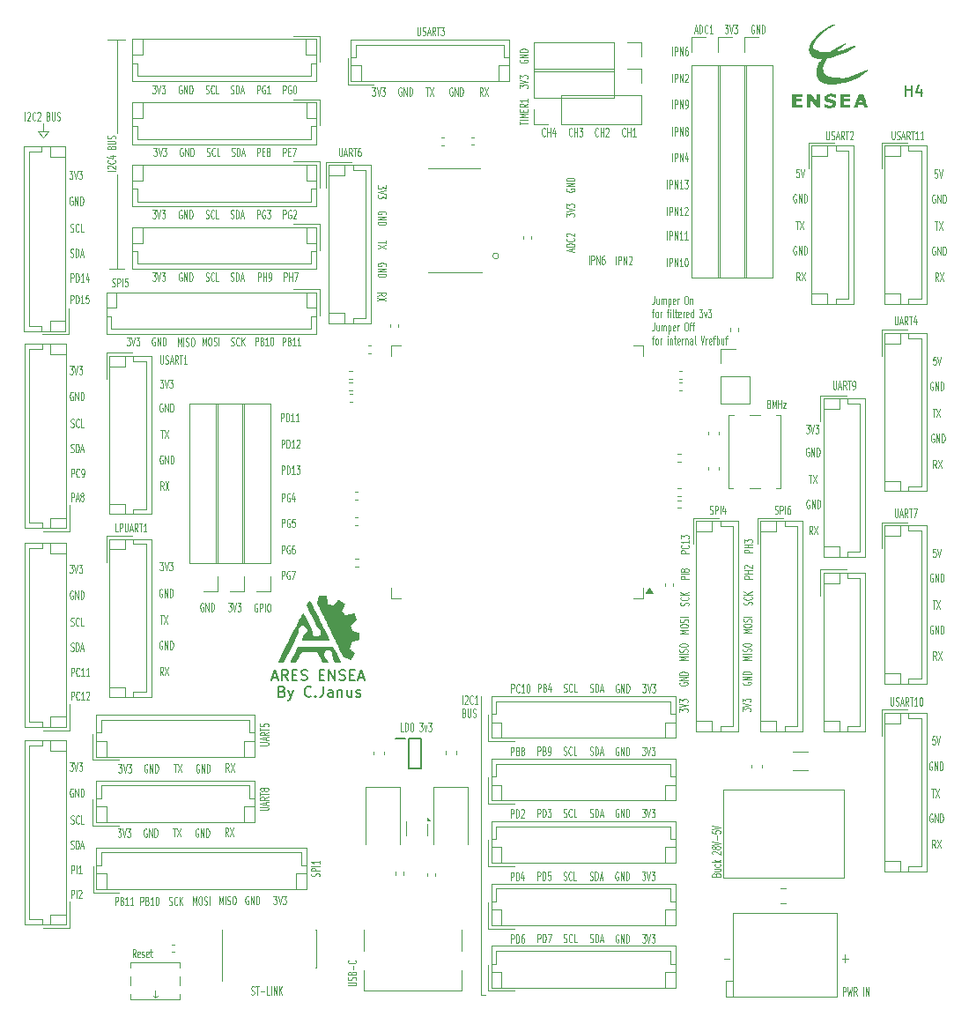
<source format=gbr>
%TF.GenerationSoftware,KiCad,Pcbnew,9.0.4-9.0.4-0~ubuntu24.04.1*%
%TF.CreationDate,2025-09-24T00:09:48+02:00*%
%TF.ProjectId,CarteMere,43617274-654d-4657-9265-2e6b69636164,rev?*%
%TF.SameCoordinates,Original*%
%TF.FileFunction,Legend,Top*%
%TF.FilePolarity,Positive*%
%FSLAX46Y46*%
G04 Gerber Fmt 4.6, Leading zero omitted, Abs format (unit mm)*
G04 Created by KiCad (PCBNEW 9.0.4-9.0.4-0~ubuntu24.04.1) date 2025-09-24 00:09:48*
%MOMM*%
%LPD*%
G01*
G04 APERTURE LIST*
%ADD10C,0.100000*%
%ADD11C,0.200000*%
%ADD12C,0.150000*%
%ADD13C,0.120000*%
%ADD14C,0.000000*%
G04 APERTURE END LIST*
D10*
X122958800Y-132598972D02*
X122996895Y-132527544D01*
X122996895Y-132527544D02*
X122996895Y-132408496D01*
X122996895Y-132408496D02*
X122958800Y-132360877D01*
X122958800Y-132360877D02*
X122920704Y-132337068D01*
X122920704Y-132337068D02*
X122844514Y-132313258D01*
X122844514Y-132313258D02*
X122768323Y-132313258D01*
X122768323Y-132313258D02*
X122692133Y-132337068D01*
X122692133Y-132337068D02*
X122654038Y-132360877D01*
X122654038Y-132360877D02*
X122615942Y-132408496D01*
X122615942Y-132408496D02*
X122577847Y-132503734D01*
X122577847Y-132503734D02*
X122539752Y-132551353D01*
X122539752Y-132551353D02*
X122501657Y-132575163D01*
X122501657Y-132575163D02*
X122425466Y-132598972D01*
X122425466Y-132598972D02*
X122349276Y-132598972D01*
X122349276Y-132598972D02*
X122273085Y-132575163D01*
X122273085Y-132575163D02*
X122234990Y-132551353D01*
X122234990Y-132551353D02*
X122196895Y-132503734D01*
X122196895Y-132503734D02*
X122196895Y-132384687D01*
X122196895Y-132384687D02*
X122234990Y-132313258D01*
X122996895Y-132098973D02*
X122196895Y-132098973D01*
X122196895Y-132098973D02*
X122196895Y-131908497D01*
X122196895Y-131908497D02*
X122234990Y-131860878D01*
X122234990Y-131860878D02*
X122273085Y-131837068D01*
X122273085Y-131837068D02*
X122349276Y-131813259D01*
X122349276Y-131813259D02*
X122463561Y-131813259D01*
X122463561Y-131813259D02*
X122539752Y-131837068D01*
X122539752Y-131837068D02*
X122577847Y-131860878D01*
X122577847Y-131860878D02*
X122615942Y-131908497D01*
X122615942Y-131908497D02*
X122615942Y-132098973D01*
X122996895Y-131598973D02*
X122196895Y-131598973D01*
X122996895Y-131098973D02*
X122996895Y-131384687D01*
X122996895Y-131241830D02*
X122196895Y-131241830D01*
X122196895Y-131241830D02*
X122311180Y-131289449D01*
X122311180Y-131289449D02*
X122387371Y-131337068D01*
X122387371Y-131337068D02*
X122425466Y-131384687D01*
X108541027Y-135328800D02*
X108612455Y-135366895D01*
X108612455Y-135366895D02*
X108731503Y-135366895D01*
X108731503Y-135366895D02*
X108779122Y-135328800D01*
X108779122Y-135328800D02*
X108802931Y-135290704D01*
X108802931Y-135290704D02*
X108826741Y-135214514D01*
X108826741Y-135214514D02*
X108826741Y-135138323D01*
X108826741Y-135138323D02*
X108802931Y-135062133D01*
X108802931Y-135062133D02*
X108779122Y-135024038D01*
X108779122Y-135024038D02*
X108731503Y-134985942D01*
X108731503Y-134985942D02*
X108636265Y-134947847D01*
X108636265Y-134947847D02*
X108588646Y-134909752D01*
X108588646Y-134909752D02*
X108564836Y-134871657D01*
X108564836Y-134871657D02*
X108541027Y-134795466D01*
X108541027Y-134795466D02*
X108541027Y-134719276D01*
X108541027Y-134719276D02*
X108564836Y-134643085D01*
X108564836Y-134643085D02*
X108588646Y-134604990D01*
X108588646Y-134604990D02*
X108636265Y-134566895D01*
X108636265Y-134566895D02*
X108755312Y-134566895D01*
X108755312Y-134566895D02*
X108826741Y-134604990D01*
X109326740Y-135290704D02*
X109302931Y-135328800D01*
X109302931Y-135328800D02*
X109231502Y-135366895D01*
X109231502Y-135366895D02*
X109183883Y-135366895D01*
X109183883Y-135366895D02*
X109112455Y-135328800D01*
X109112455Y-135328800D02*
X109064836Y-135252609D01*
X109064836Y-135252609D02*
X109041026Y-135176419D01*
X109041026Y-135176419D02*
X109017217Y-135024038D01*
X109017217Y-135024038D02*
X109017217Y-134909752D01*
X109017217Y-134909752D02*
X109041026Y-134757371D01*
X109041026Y-134757371D02*
X109064836Y-134681180D01*
X109064836Y-134681180D02*
X109112455Y-134604990D01*
X109112455Y-134604990D02*
X109183883Y-134566895D01*
X109183883Y-134566895D02*
X109231502Y-134566895D01*
X109231502Y-134566895D02*
X109302931Y-134604990D01*
X109302931Y-134604990D02*
X109326740Y-134643085D01*
X109541026Y-135366895D02*
X109541026Y-134566895D01*
X109826740Y-135366895D02*
X109612455Y-134909752D01*
X109826740Y-134566895D02*
X109541026Y-135024038D01*
X110824836Y-135336895D02*
X110824836Y-134536895D01*
X110824836Y-134536895D02*
X110991503Y-135108323D01*
X110991503Y-135108323D02*
X111158169Y-134536895D01*
X111158169Y-134536895D02*
X111158169Y-135336895D01*
X111491503Y-134536895D02*
X111586741Y-134536895D01*
X111586741Y-134536895D02*
X111634360Y-134574990D01*
X111634360Y-134574990D02*
X111681979Y-134651180D01*
X111681979Y-134651180D02*
X111705789Y-134803561D01*
X111705789Y-134803561D02*
X111705789Y-135070228D01*
X111705789Y-135070228D02*
X111681979Y-135222609D01*
X111681979Y-135222609D02*
X111634360Y-135298800D01*
X111634360Y-135298800D02*
X111586741Y-135336895D01*
X111586741Y-135336895D02*
X111491503Y-135336895D01*
X111491503Y-135336895D02*
X111443884Y-135298800D01*
X111443884Y-135298800D02*
X111396265Y-135222609D01*
X111396265Y-135222609D02*
X111372456Y-135070228D01*
X111372456Y-135070228D02*
X111372456Y-134803561D01*
X111372456Y-134803561D02*
X111396265Y-134651180D01*
X111396265Y-134651180D02*
X111443884Y-134574990D01*
X111443884Y-134574990D02*
X111491503Y-134536895D01*
X111896266Y-135298800D02*
X111967694Y-135336895D01*
X111967694Y-135336895D02*
X112086742Y-135336895D01*
X112086742Y-135336895D02*
X112134361Y-135298800D01*
X112134361Y-135298800D02*
X112158170Y-135260704D01*
X112158170Y-135260704D02*
X112181980Y-135184514D01*
X112181980Y-135184514D02*
X112181980Y-135108323D01*
X112181980Y-135108323D02*
X112158170Y-135032133D01*
X112158170Y-135032133D02*
X112134361Y-134994038D01*
X112134361Y-134994038D02*
X112086742Y-134955942D01*
X112086742Y-134955942D02*
X111991504Y-134917847D01*
X111991504Y-134917847D02*
X111943885Y-134879752D01*
X111943885Y-134879752D02*
X111920075Y-134841657D01*
X111920075Y-134841657D02*
X111896266Y-134765466D01*
X111896266Y-134765466D02*
X111896266Y-134689276D01*
X111896266Y-134689276D02*
X111920075Y-134613085D01*
X111920075Y-134613085D02*
X111943885Y-134574990D01*
X111943885Y-134574990D02*
X111991504Y-134536895D01*
X111991504Y-134536895D02*
X112110551Y-134536895D01*
X112110551Y-134536895D02*
X112181980Y-134574990D01*
X112396265Y-135336895D02*
X112396265Y-134536895D01*
X105784836Y-135366895D02*
X105784836Y-134566895D01*
X105784836Y-134566895D02*
X105975312Y-134566895D01*
X105975312Y-134566895D02*
X106022931Y-134604990D01*
X106022931Y-134604990D02*
X106046741Y-134643085D01*
X106046741Y-134643085D02*
X106070550Y-134719276D01*
X106070550Y-134719276D02*
X106070550Y-134833561D01*
X106070550Y-134833561D02*
X106046741Y-134909752D01*
X106046741Y-134909752D02*
X106022931Y-134947847D01*
X106022931Y-134947847D02*
X105975312Y-134985942D01*
X105975312Y-134985942D02*
X105784836Y-134985942D01*
X106451503Y-134947847D02*
X106522931Y-134985942D01*
X106522931Y-134985942D02*
X106546741Y-135024038D01*
X106546741Y-135024038D02*
X106570550Y-135100228D01*
X106570550Y-135100228D02*
X106570550Y-135214514D01*
X106570550Y-135214514D02*
X106546741Y-135290704D01*
X106546741Y-135290704D02*
X106522931Y-135328800D01*
X106522931Y-135328800D02*
X106475312Y-135366895D01*
X106475312Y-135366895D02*
X106284836Y-135366895D01*
X106284836Y-135366895D02*
X106284836Y-134566895D01*
X106284836Y-134566895D02*
X106451503Y-134566895D01*
X106451503Y-134566895D02*
X106499122Y-134604990D01*
X106499122Y-134604990D02*
X106522931Y-134643085D01*
X106522931Y-134643085D02*
X106546741Y-134719276D01*
X106546741Y-134719276D02*
X106546741Y-134795466D01*
X106546741Y-134795466D02*
X106522931Y-134871657D01*
X106522931Y-134871657D02*
X106499122Y-134909752D01*
X106499122Y-134909752D02*
X106451503Y-134947847D01*
X106451503Y-134947847D02*
X106284836Y-134947847D01*
X107046741Y-135366895D02*
X106761027Y-135366895D01*
X106903884Y-135366895D02*
X106903884Y-134566895D01*
X106903884Y-134566895D02*
X106856265Y-134681180D01*
X106856265Y-134681180D02*
X106808646Y-134757371D01*
X106808646Y-134757371D02*
X106761027Y-134795466D01*
X107356264Y-134566895D02*
X107403883Y-134566895D01*
X107403883Y-134566895D02*
X107451502Y-134604990D01*
X107451502Y-134604990D02*
X107475312Y-134643085D01*
X107475312Y-134643085D02*
X107499121Y-134719276D01*
X107499121Y-134719276D02*
X107522931Y-134871657D01*
X107522931Y-134871657D02*
X107522931Y-135062133D01*
X107522931Y-135062133D02*
X107499121Y-135214514D01*
X107499121Y-135214514D02*
X107475312Y-135290704D01*
X107475312Y-135290704D02*
X107451502Y-135328800D01*
X107451502Y-135328800D02*
X107403883Y-135366895D01*
X107403883Y-135366895D02*
X107356264Y-135366895D01*
X107356264Y-135366895D02*
X107308645Y-135328800D01*
X107308645Y-135328800D02*
X107284836Y-135290704D01*
X107284836Y-135290704D02*
X107261026Y-135214514D01*
X107261026Y-135214514D02*
X107237217Y-135062133D01*
X107237217Y-135062133D02*
X107237217Y-134871657D01*
X107237217Y-134871657D02*
X107261026Y-134719276D01*
X107261026Y-134719276D02*
X107284836Y-134643085D01*
X107284836Y-134643085D02*
X107308645Y-134604990D01*
X107308645Y-134604990D02*
X107356264Y-134566895D01*
X116136741Y-134514990D02*
X116089122Y-134476895D01*
X116089122Y-134476895D02*
X116017693Y-134476895D01*
X116017693Y-134476895D02*
X115946265Y-134514990D01*
X115946265Y-134514990D02*
X115898646Y-134591180D01*
X115898646Y-134591180D02*
X115874836Y-134667371D01*
X115874836Y-134667371D02*
X115851027Y-134819752D01*
X115851027Y-134819752D02*
X115851027Y-134934038D01*
X115851027Y-134934038D02*
X115874836Y-135086419D01*
X115874836Y-135086419D02*
X115898646Y-135162609D01*
X115898646Y-135162609D02*
X115946265Y-135238800D01*
X115946265Y-135238800D02*
X116017693Y-135276895D01*
X116017693Y-135276895D02*
X116065312Y-135276895D01*
X116065312Y-135276895D02*
X116136741Y-135238800D01*
X116136741Y-135238800D02*
X116160550Y-135200704D01*
X116160550Y-135200704D02*
X116160550Y-134934038D01*
X116160550Y-134934038D02*
X116065312Y-134934038D01*
X116374836Y-135276895D02*
X116374836Y-134476895D01*
X116374836Y-134476895D02*
X116660550Y-135276895D01*
X116660550Y-135276895D02*
X116660550Y-134476895D01*
X116898646Y-135276895D02*
X116898646Y-134476895D01*
X116898646Y-134476895D02*
X117017694Y-134476895D01*
X117017694Y-134476895D02*
X117089122Y-134514990D01*
X117089122Y-134514990D02*
X117136741Y-134591180D01*
X117136741Y-134591180D02*
X117160551Y-134667371D01*
X117160551Y-134667371D02*
X117184360Y-134819752D01*
X117184360Y-134819752D02*
X117184360Y-134934038D01*
X117184360Y-134934038D02*
X117160551Y-135086419D01*
X117160551Y-135086419D02*
X117136741Y-135162609D01*
X117136741Y-135162609D02*
X117089122Y-135238800D01*
X117089122Y-135238800D02*
X117017694Y-135276895D01*
X117017694Y-135276895D02*
X116898646Y-135276895D01*
X113344836Y-135316895D02*
X113344836Y-134516895D01*
X113344836Y-134516895D02*
X113511503Y-135088323D01*
X113511503Y-135088323D02*
X113678169Y-134516895D01*
X113678169Y-134516895D02*
X113678169Y-135316895D01*
X113916265Y-135316895D02*
X113916265Y-134516895D01*
X114130551Y-135278800D02*
X114201979Y-135316895D01*
X114201979Y-135316895D02*
X114321027Y-135316895D01*
X114321027Y-135316895D02*
X114368646Y-135278800D01*
X114368646Y-135278800D02*
X114392455Y-135240704D01*
X114392455Y-135240704D02*
X114416265Y-135164514D01*
X114416265Y-135164514D02*
X114416265Y-135088323D01*
X114416265Y-135088323D02*
X114392455Y-135012133D01*
X114392455Y-135012133D02*
X114368646Y-134974038D01*
X114368646Y-134974038D02*
X114321027Y-134935942D01*
X114321027Y-134935942D02*
X114225789Y-134897847D01*
X114225789Y-134897847D02*
X114178170Y-134859752D01*
X114178170Y-134859752D02*
X114154360Y-134821657D01*
X114154360Y-134821657D02*
X114130551Y-134745466D01*
X114130551Y-134745466D02*
X114130551Y-134669276D01*
X114130551Y-134669276D02*
X114154360Y-134593085D01*
X114154360Y-134593085D02*
X114178170Y-134554990D01*
X114178170Y-134554990D02*
X114225789Y-134516895D01*
X114225789Y-134516895D02*
X114344836Y-134516895D01*
X114344836Y-134516895D02*
X114416265Y-134554990D01*
X114725788Y-134516895D02*
X114821026Y-134516895D01*
X114821026Y-134516895D02*
X114868645Y-134554990D01*
X114868645Y-134554990D02*
X114916264Y-134631180D01*
X114916264Y-134631180D02*
X114940074Y-134783561D01*
X114940074Y-134783561D02*
X114940074Y-135050228D01*
X114940074Y-135050228D02*
X114916264Y-135202609D01*
X114916264Y-135202609D02*
X114868645Y-135278800D01*
X114868645Y-135278800D02*
X114821026Y-135316895D01*
X114821026Y-135316895D02*
X114725788Y-135316895D01*
X114725788Y-135316895D02*
X114678169Y-135278800D01*
X114678169Y-135278800D02*
X114630550Y-135202609D01*
X114630550Y-135202609D02*
X114606741Y-135050228D01*
X114606741Y-135050228D02*
X114606741Y-134783561D01*
X114606741Y-134783561D02*
X114630550Y-134631180D01*
X114630550Y-134631180D02*
X114678169Y-134554990D01*
X114678169Y-134554990D02*
X114725788Y-134516895D01*
X118547217Y-134476895D02*
X118856741Y-134476895D01*
X118856741Y-134476895D02*
X118690074Y-134781657D01*
X118690074Y-134781657D02*
X118761503Y-134781657D01*
X118761503Y-134781657D02*
X118809122Y-134819752D01*
X118809122Y-134819752D02*
X118832931Y-134857847D01*
X118832931Y-134857847D02*
X118856741Y-134934038D01*
X118856741Y-134934038D02*
X118856741Y-135124514D01*
X118856741Y-135124514D02*
X118832931Y-135200704D01*
X118832931Y-135200704D02*
X118809122Y-135238800D01*
X118809122Y-135238800D02*
X118761503Y-135276895D01*
X118761503Y-135276895D02*
X118618646Y-135276895D01*
X118618646Y-135276895D02*
X118571027Y-135238800D01*
X118571027Y-135238800D02*
X118547217Y-135200704D01*
X118999598Y-134476895D02*
X119166264Y-135276895D01*
X119166264Y-135276895D02*
X119332931Y-134476895D01*
X119451978Y-134476895D02*
X119761502Y-134476895D01*
X119761502Y-134476895D02*
X119594835Y-134781657D01*
X119594835Y-134781657D02*
X119666264Y-134781657D01*
X119666264Y-134781657D02*
X119713883Y-134819752D01*
X119713883Y-134819752D02*
X119737692Y-134857847D01*
X119737692Y-134857847D02*
X119761502Y-134934038D01*
X119761502Y-134934038D02*
X119761502Y-135124514D01*
X119761502Y-135124514D02*
X119737692Y-135200704D01*
X119737692Y-135200704D02*
X119713883Y-135238800D01*
X119713883Y-135238800D02*
X119666264Y-135276895D01*
X119666264Y-135276895D02*
X119523407Y-135276895D01*
X119523407Y-135276895D02*
X119475788Y-135238800D01*
X119475788Y-135238800D02*
X119451978Y-135200704D01*
X103344836Y-135366895D02*
X103344836Y-134566895D01*
X103344836Y-134566895D02*
X103535312Y-134566895D01*
X103535312Y-134566895D02*
X103582931Y-134604990D01*
X103582931Y-134604990D02*
X103606741Y-134643085D01*
X103606741Y-134643085D02*
X103630550Y-134719276D01*
X103630550Y-134719276D02*
X103630550Y-134833561D01*
X103630550Y-134833561D02*
X103606741Y-134909752D01*
X103606741Y-134909752D02*
X103582931Y-134947847D01*
X103582931Y-134947847D02*
X103535312Y-134985942D01*
X103535312Y-134985942D02*
X103344836Y-134985942D01*
X104011503Y-134947847D02*
X104082931Y-134985942D01*
X104082931Y-134985942D02*
X104106741Y-135024038D01*
X104106741Y-135024038D02*
X104130550Y-135100228D01*
X104130550Y-135100228D02*
X104130550Y-135214514D01*
X104130550Y-135214514D02*
X104106741Y-135290704D01*
X104106741Y-135290704D02*
X104082931Y-135328800D01*
X104082931Y-135328800D02*
X104035312Y-135366895D01*
X104035312Y-135366895D02*
X103844836Y-135366895D01*
X103844836Y-135366895D02*
X103844836Y-134566895D01*
X103844836Y-134566895D02*
X104011503Y-134566895D01*
X104011503Y-134566895D02*
X104059122Y-134604990D01*
X104059122Y-134604990D02*
X104082931Y-134643085D01*
X104082931Y-134643085D02*
X104106741Y-134719276D01*
X104106741Y-134719276D02*
X104106741Y-134795466D01*
X104106741Y-134795466D02*
X104082931Y-134871657D01*
X104082931Y-134871657D02*
X104059122Y-134909752D01*
X104059122Y-134909752D02*
X104011503Y-134947847D01*
X104011503Y-134947847D02*
X103844836Y-134947847D01*
X104606741Y-135366895D02*
X104321027Y-135366895D01*
X104463884Y-135366895D02*
X104463884Y-134566895D01*
X104463884Y-134566895D02*
X104416265Y-134681180D01*
X104416265Y-134681180D02*
X104368646Y-134757371D01*
X104368646Y-134757371D02*
X104321027Y-134795466D01*
X105082931Y-135366895D02*
X104797217Y-135366895D01*
X104940074Y-135366895D02*
X104940074Y-134566895D01*
X104940074Y-134566895D02*
X104892455Y-134681180D01*
X104892455Y-134681180D02*
X104844836Y-134757371D01*
X104844836Y-134757371D02*
X104797217Y-134795466D01*
X96400000Y-60300000D02*
X96400000Y-61000000D01*
X173200000Y-140500000D02*
X173800000Y-140500000D01*
X173500000Y-140100000D02*
X173500000Y-140900000D01*
X96900000Y-61000000D02*
X96400000Y-61000000D01*
X104300000Y-52200000D02*
X102600000Y-52200000D01*
X104250000Y-74250000D02*
X102750000Y-74250000D01*
X103500000Y-61200000D02*
X103500000Y-52200000D01*
X102750000Y-74250000D02*
X103500000Y-74250000D01*
X103500000Y-65200000D02*
X103500000Y-74250000D01*
X138960000Y-144030000D02*
X138510000Y-144030000D01*
X161900000Y-140500000D02*
X162400000Y-140500000D01*
X96400000Y-61600000D02*
X96900000Y-61000000D01*
X138510000Y-144030000D02*
X138530000Y-115320000D01*
X96400000Y-61000000D02*
X95900000Y-61000000D01*
X95900000Y-61000000D02*
X96400000Y-61600000D01*
X163704990Y-113943258D02*
X163666895Y-113990877D01*
X163666895Y-113990877D02*
X163666895Y-114062306D01*
X163666895Y-114062306D02*
X163704990Y-114133734D01*
X163704990Y-114133734D02*
X163781180Y-114181353D01*
X163781180Y-114181353D02*
X163857371Y-114205163D01*
X163857371Y-114205163D02*
X164009752Y-114228972D01*
X164009752Y-114228972D02*
X164124038Y-114228972D01*
X164124038Y-114228972D02*
X164276419Y-114205163D01*
X164276419Y-114205163D02*
X164352609Y-114181353D01*
X164352609Y-114181353D02*
X164428800Y-114133734D01*
X164428800Y-114133734D02*
X164466895Y-114062306D01*
X164466895Y-114062306D02*
X164466895Y-114014687D01*
X164466895Y-114014687D02*
X164428800Y-113943258D01*
X164428800Y-113943258D02*
X164390704Y-113919449D01*
X164390704Y-113919449D02*
X164124038Y-113919449D01*
X164124038Y-113919449D02*
X164124038Y-114014687D01*
X164466895Y-113705163D02*
X163666895Y-113705163D01*
X163666895Y-113705163D02*
X164466895Y-113419449D01*
X164466895Y-113419449D02*
X163666895Y-113419449D01*
X164466895Y-113181353D02*
X163666895Y-113181353D01*
X163666895Y-113181353D02*
X163666895Y-113062305D01*
X163666895Y-113062305D02*
X163704990Y-112990877D01*
X163704990Y-112990877D02*
X163781180Y-112943258D01*
X163781180Y-112943258D02*
X163857371Y-112919448D01*
X163857371Y-112919448D02*
X164009752Y-112895639D01*
X164009752Y-112895639D02*
X164124038Y-112895639D01*
X164124038Y-112895639D02*
X164276419Y-112919448D01*
X164276419Y-112919448D02*
X164352609Y-112943258D01*
X164352609Y-112943258D02*
X164428800Y-112990877D01*
X164428800Y-112990877D02*
X164466895Y-113062305D01*
X164466895Y-113062305D02*
X164466895Y-113181353D01*
X168806741Y-72094990D02*
X168759122Y-72056895D01*
X168759122Y-72056895D02*
X168687693Y-72056895D01*
X168687693Y-72056895D02*
X168616265Y-72094990D01*
X168616265Y-72094990D02*
X168568646Y-72171180D01*
X168568646Y-72171180D02*
X168544836Y-72247371D01*
X168544836Y-72247371D02*
X168521027Y-72399752D01*
X168521027Y-72399752D02*
X168521027Y-72514038D01*
X168521027Y-72514038D02*
X168544836Y-72666419D01*
X168544836Y-72666419D02*
X168568646Y-72742609D01*
X168568646Y-72742609D02*
X168616265Y-72818800D01*
X168616265Y-72818800D02*
X168687693Y-72856895D01*
X168687693Y-72856895D02*
X168735312Y-72856895D01*
X168735312Y-72856895D02*
X168806741Y-72818800D01*
X168806741Y-72818800D02*
X168830550Y-72780704D01*
X168830550Y-72780704D02*
X168830550Y-72514038D01*
X168830550Y-72514038D02*
X168735312Y-72514038D01*
X169044836Y-72856895D02*
X169044836Y-72056895D01*
X169044836Y-72056895D02*
X169330550Y-72856895D01*
X169330550Y-72856895D02*
X169330550Y-72056895D01*
X169568646Y-72856895D02*
X169568646Y-72056895D01*
X169568646Y-72056895D02*
X169687694Y-72056895D01*
X169687694Y-72056895D02*
X169759122Y-72094990D01*
X169759122Y-72094990D02*
X169806741Y-72171180D01*
X169806741Y-72171180D02*
X169830551Y-72247371D01*
X169830551Y-72247371D02*
X169854360Y-72399752D01*
X169854360Y-72399752D02*
X169854360Y-72514038D01*
X169854360Y-72514038D02*
X169830551Y-72666419D01*
X169830551Y-72666419D02*
X169806741Y-72742609D01*
X169806741Y-72742609D02*
X169759122Y-72818800D01*
X169759122Y-72818800D02*
X169687694Y-72856895D01*
X169687694Y-72856895D02*
X169568646Y-72856895D01*
X130846741Y-56834990D02*
X130799122Y-56796895D01*
X130799122Y-56796895D02*
X130727693Y-56796895D01*
X130727693Y-56796895D02*
X130656265Y-56834990D01*
X130656265Y-56834990D02*
X130608646Y-56911180D01*
X130608646Y-56911180D02*
X130584836Y-56987371D01*
X130584836Y-56987371D02*
X130561027Y-57139752D01*
X130561027Y-57139752D02*
X130561027Y-57254038D01*
X130561027Y-57254038D02*
X130584836Y-57406419D01*
X130584836Y-57406419D02*
X130608646Y-57482609D01*
X130608646Y-57482609D02*
X130656265Y-57558800D01*
X130656265Y-57558800D02*
X130727693Y-57596895D01*
X130727693Y-57596895D02*
X130775312Y-57596895D01*
X130775312Y-57596895D02*
X130846741Y-57558800D01*
X130846741Y-57558800D02*
X130870550Y-57520704D01*
X130870550Y-57520704D02*
X130870550Y-57254038D01*
X130870550Y-57254038D02*
X130775312Y-57254038D01*
X131084836Y-57596895D02*
X131084836Y-56796895D01*
X131084836Y-56796895D02*
X131370550Y-57596895D01*
X131370550Y-57596895D02*
X131370550Y-56796895D01*
X131608646Y-57596895D02*
X131608646Y-56796895D01*
X131608646Y-56796895D02*
X131727694Y-56796895D01*
X131727694Y-56796895D02*
X131799122Y-56834990D01*
X131799122Y-56834990D02*
X131846741Y-56911180D01*
X131846741Y-56911180D02*
X131870551Y-56987371D01*
X131870551Y-56987371D02*
X131894360Y-57139752D01*
X131894360Y-57139752D02*
X131894360Y-57254038D01*
X131894360Y-57254038D02*
X131870551Y-57406419D01*
X131870551Y-57406419D02*
X131846741Y-57482609D01*
X131846741Y-57482609D02*
X131799122Y-57558800D01*
X131799122Y-57558800D02*
X131727694Y-57596895D01*
X131727694Y-57596895D02*
X131608646Y-57596895D01*
X132384836Y-50996895D02*
X132384836Y-51644514D01*
X132384836Y-51644514D02*
X132408646Y-51720704D01*
X132408646Y-51720704D02*
X132432455Y-51758800D01*
X132432455Y-51758800D02*
X132480074Y-51796895D01*
X132480074Y-51796895D02*
X132575312Y-51796895D01*
X132575312Y-51796895D02*
X132622931Y-51758800D01*
X132622931Y-51758800D02*
X132646741Y-51720704D01*
X132646741Y-51720704D02*
X132670550Y-51644514D01*
X132670550Y-51644514D02*
X132670550Y-50996895D01*
X132884837Y-51758800D02*
X132956265Y-51796895D01*
X132956265Y-51796895D02*
X133075313Y-51796895D01*
X133075313Y-51796895D02*
X133122932Y-51758800D01*
X133122932Y-51758800D02*
X133146741Y-51720704D01*
X133146741Y-51720704D02*
X133170551Y-51644514D01*
X133170551Y-51644514D02*
X133170551Y-51568323D01*
X133170551Y-51568323D02*
X133146741Y-51492133D01*
X133146741Y-51492133D02*
X133122932Y-51454038D01*
X133122932Y-51454038D02*
X133075313Y-51415942D01*
X133075313Y-51415942D02*
X132980075Y-51377847D01*
X132980075Y-51377847D02*
X132932456Y-51339752D01*
X132932456Y-51339752D02*
X132908646Y-51301657D01*
X132908646Y-51301657D02*
X132884837Y-51225466D01*
X132884837Y-51225466D02*
X132884837Y-51149276D01*
X132884837Y-51149276D02*
X132908646Y-51073085D01*
X132908646Y-51073085D02*
X132932456Y-51034990D01*
X132932456Y-51034990D02*
X132980075Y-50996895D01*
X132980075Y-50996895D02*
X133099122Y-50996895D01*
X133099122Y-50996895D02*
X133170551Y-51034990D01*
X133361027Y-51568323D02*
X133599122Y-51568323D01*
X133313408Y-51796895D02*
X133480074Y-50996895D01*
X133480074Y-50996895D02*
X133646741Y-51796895D01*
X134099121Y-51796895D02*
X133932455Y-51415942D01*
X133813407Y-51796895D02*
X133813407Y-50996895D01*
X133813407Y-50996895D02*
X134003883Y-50996895D01*
X134003883Y-50996895D02*
X134051502Y-51034990D01*
X134051502Y-51034990D02*
X134075312Y-51073085D01*
X134075312Y-51073085D02*
X134099121Y-51149276D01*
X134099121Y-51149276D02*
X134099121Y-51263561D01*
X134099121Y-51263561D02*
X134075312Y-51339752D01*
X134075312Y-51339752D02*
X134051502Y-51377847D01*
X134051502Y-51377847D02*
X134003883Y-51415942D01*
X134003883Y-51415942D02*
X133813407Y-51415942D01*
X134241979Y-50996895D02*
X134527693Y-50996895D01*
X134384836Y-51796895D02*
X134384836Y-50996895D01*
X134646740Y-50996895D02*
X134956264Y-50996895D01*
X134956264Y-50996895D02*
X134789597Y-51301657D01*
X134789597Y-51301657D02*
X134861026Y-51301657D01*
X134861026Y-51301657D02*
X134908645Y-51339752D01*
X134908645Y-51339752D02*
X134932454Y-51377847D01*
X134932454Y-51377847D02*
X134956264Y-51454038D01*
X134956264Y-51454038D02*
X134956264Y-51644514D01*
X134956264Y-51644514D02*
X134932454Y-51720704D01*
X134932454Y-51720704D02*
X134908645Y-51758800D01*
X134908645Y-51758800D02*
X134861026Y-51796895D01*
X134861026Y-51796895D02*
X134718169Y-51796895D01*
X134718169Y-51796895D02*
X134670550Y-51758800D01*
X134670550Y-51758800D02*
X134646740Y-51720704D01*
X178284836Y-97296895D02*
X178284836Y-97944514D01*
X178284836Y-97944514D02*
X178308646Y-98020704D01*
X178308646Y-98020704D02*
X178332455Y-98058800D01*
X178332455Y-98058800D02*
X178380074Y-98096895D01*
X178380074Y-98096895D02*
X178475312Y-98096895D01*
X178475312Y-98096895D02*
X178522931Y-98058800D01*
X178522931Y-98058800D02*
X178546741Y-98020704D01*
X178546741Y-98020704D02*
X178570550Y-97944514D01*
X178570550Y-97944514D02*
X178570550Y-97296895D01*
X178784837Y-97868323D02*
X179022932Y-97868323D01*
X178737218Y-98096895D02*
X178903884Y-97296895D01*
X178903884Y-97296895D02*
X179070551Y-98096895D01*
X179522931Y-98096895D02*
X179356265Y-97715942D01*
X179237217Y-98096895D02*
X179237217Y-97296895D01*
X179237217Y-97296895D02*
X179427693Y-97296895D01*
X179427693Y-97296895D02*
X179475312Y-97334990D01*
X179475312Y-97334990D02*
X179499122Y-97373085D01*
X179499122Y-97373085D02*
X179522931Y-97449276D01*
X179522931Y-97449276D02*
X179522931Y-97563561D01*
X179522931Y-97563561D02*
X179499122Y-97639752D01*
X179499122Y-97639752D02*
X179475312Y-97677847D01*
X179475312Y-97677847D02*
X179427693Y-97715942D01*
X179427693Y-97715942D02*
X179237217Y-97715942D01*
X179665789Y-97296895D02*
X179951503Y-97296895D01*
X179808646Y-98096895D02*
X179808646Y-97296895D01*
X180070550Y-97296895D02*
X180403883Y-97296895D01*
X180403883Y-97296895D02*
X180189598Y-98096895D01*
X108913408Y-127986895D02*
X109199122Y-127986895D01*
X109056265Y-128786895D02*
X109056265Y-127986895D01*
X109318169Y-127986895D02*
X109651502Y-128786895D01*
X109651502Y-127986895D02*
X109318169Y-128786895D01*
X166751027Y-97738800D02*
X166822455Y-97776895D01*
X166822455Y-97776895D02*
X166941503Y-97776895D01*
X166941503Y-97776895D02*
X166989122Y-97738800D01*
X166989122Y-97738800D02*
X167012931Y-97700704D01*
X167012931Y-97700704D02*
X167036741Y-97624514D01*
X167036741Y-97624514D02*
X167036741Y-97548323D01*
X167036741Y-97548323D02*
X167012931Y-97472133D01*
X167012931Y-97472133D02*
X166989122Y-97434038D01*
X166989122Y-97434038D02*
X166941503Y-97395942D01*
X166941503Y-97395942D02*
X166846265Y-97357847D01*
X166846265Y-97357847D02*
X166798646Y-97319752D01*
X166798646Y-97319752D02*
X166774836Y-97281657D01*
X166774836Y-97281657D02*
X166751027Y-97205466D01*
X166751027Y-97205466D02*
X166751027Y-97129276D01*
X166751027Y-97129276D02*
X166774836Y-97053085D01*
X166774836Y-97053085D02*
X166798646Y-97014990D01*
X166798646Y-97014990D02*
X166846265Y-96976895D01*
X166846265Y-96976895D02*
X166965312Y-96976895D01*
X166965312Y-96976895D02*
X167036741Y-97014990D01*
X167251026Y-97776895D02*
X167251026Y-96976895D01*
X167251026Y-96976895D02*
X167441502Y-96976895D01*
X167441502Y-96976895D02*
X167489121Y-97014990D01*
X167489121Y-97014990D02*
X167512931Y-97053085D01*
X167512931Y-97053085D02*
X167536740Y-97129276D01*
X167536740Y-97129276D02*
X167536740Y-97243561D01*
X167536740Y-97243561D02*
X167512931Y-97319752D01*
X167512931Y-97319752D02*
X167489121Y-97357847D01*
X167489121Y-97357847D02*
X167441502Y-97395942D01*
X167441502Y-97395942D02*
X167251026Y-97395942D01*
X167751026Y-97776895D02*
X167751026Y-96976895D01*
X168203407Y-96976895D02*
X168108169Y-96976895D01*
X168108169Y-96976895D02*
X168060550Y-97014990D01*
X168060550Y-97014990D02*
X168036740Y-97053085D01*
X168036740Y-97053085D02*
X167989121Y-97167371D01*
X167989121Y-97167371D02*
X167965312Y-97319752D01*
X167965312Y-97319752D02*
X167965312Y-97624514D01*
X167965312Y-97624514D02*
X167989121Y-97700704D01*
X167989121Y-97700704D02*
X168012931Y-97738800D01*
X168012931Y-97738800D02*
X168060550Y-97776895D01*
X168060550Y-97776895D02*
X168155788Y-97776895D01*
X168155788Y-97776895D02*
X168203407Y-97738800D01*
X168203407Y-97738800D02*
X168227216Y-97700704D01*
X168227216Y-97700704D02*
X168251026Y-97624514D01*
X168251026Y-97624514D02*
X168251026Y-97434038D01*
X168251026Y-97434038D02*
X168227216Y-97357847D01*
X168227216Y-97357847D02*
X168203407Y-97319752D01*
X168203407Y-97319752D02*
X168155788Y-97281657D01*
X168155788Y-97281657D02*
X168060550Y-97281657D01*
X168060550Y-97281657D02*
X168012931Y-97319752D01*
X168012931Y-97319752D02*
X167989121Y-97357847D01*
X167989121Y-97357847D02*
X167965312Y-97434038D01*
X107950550Y-113296895D02*
X107783884Y-112915942D01*
X107664836Y-113296895D02*
X107664836Y-112496895D01*
X107664836Y-112496895D02*
X107855312Y-112496895D01*
X107855312Y-112496895D02*
X107902931Y-112534990D01*
X107902931Y-112534990D02*
X107926741Y-112573085D01*
X107926741Y-112573085D02*
X107950550Y-112649276D01*
X107950550Y-112649276D02*
X107950550Y-112763561D01*
X107950550Y-112763561D02*
X107926741Y-112839752D01*
X107926741Y-112839752D02*
X107902931Y-112877847D01*
X107902931Y-112877847D02*
X107855312Y-112915942D01*
X107855312Y-112915942D02*
X107664836Y-112915942D01*
X108117217Y-112496895D02*
X108450550Y-113296895D01*
X108450550Y-112496895D02*
X108117217Y-113296895D01*
X146441027Y-132918800D02*
X146512455Y-132956895D01*
X146512455Y-132956895D02*
X146631503Y-132956895D01*
X146631503Y-132956895D02*
X146679122Y-132918800D01*
X146679122Y-132918800D02*
X146702931Y-132880704D01*
X146702931Y-132880704D02*
X146726741Y-132804514D01*
X146726741Y-132804514D02*
X146726741Y-132728323D01*
X146726741Y-132728323D02*
X146702931Y-132652133D01*
X146702931Y-132652133D02*
X146679122Y-132614038D01*
X146679122Y-132614038D02*
X146631503Y-132575942D01*
X146631503Y-132575942D02*
X146536265Y-132537847D01*
X146536265Y-132537847D02*
X146488646Y-132499752D01*
X146488646Y-132499752D02*
X146464836Y-132461657D01*
X146464836Y-132461657D02*
X146441027Y-132385466D01*
X146441027Y-132385466D02*
X146441027Y-132309276D01*
X146441027Y-132309276D02*
X146464836Y-132233085D01*
X146464836Y-132233085D02*
X146488646Y-132194990D01*
X146488646Y-132194990D02*
X146536265Y-132156895D01*
X146536265Y-132156895D02*
X146655312Y-132156895D01*
X146655312Y-132156895D02*
X146726741Y-132194990D01*
X147226740Y-132880704D02*
X147202931Y-132918800D01*
X147202931Y-132918800D02*
X147131502Y-132956895D01*
X147131502Y-132956895D02*
X147083883Y-132956895D01*
X147083883Y-132956895D02*
X147012455Y-132918800D01*
X147012455Y-132918800D02*
X146964836Y-132842609D01*
X146964836Y-132842609D02*
X146941026Y-132766419D01*
X146941026Y-132766419D02*
X146917217Y-132614038D01*
X146917217Y-132614038D02*
X146917217Y-132499752D01*
X146917217Y-132499752D02*
X146941026Y-132347371D01*
X146941026Y-132347371D02*
X146964836Y-132271180D01*
X146964836Y-132271180D02*
X147012455Y-132194990D01*
X147012455Y-132194990D02*
X147083883Y-132156895D01*
X147083883Y-132156895D02*
X147131502Y-132156895D01*
X147131502Y-132156895D02*
X147202931Y-132194990D01*
X147202931Y-132194990D02*
X147226740Y-132233085D01*
X147679121Y-132956895D02*
X147441026Y-132956895D01*
X147441026Y-132956895D02*
X147441026Y-132156895D01*
X146461027Y-138918800D02*
X146532455Y-138956895D01*
X146532455Y-138956895D02*
X146651503Y-138956895D01*
X146651503Y-138956895D02*
X146699122Y-138918800D01*
X146699122Y-138918800D02*
X146722931Y-138880704D01*
X146722931Y-138880704D02*
X146746741Y-138804514D01*
X146746741Y-138804514D02*
X146746741Y-138728323D01*
X146746741Y-138728323D02*
X146722931Y-138652133D01*
X146722931Y-138652133D02*
X146699122Y-138614038D01*
X146699122Y-138614038D02*
X146651503Y-138575942D01*
X146651503Y-138575942D02*
X146556265Y-138537847D01*
X146556265Y-138537847D02*
X146508646Y-138499752D01*
X146508646Y-138499752D02*
X146484836Y-138461657D01*
X146484836Y-138461657D02*
X146461027Y-138385466D01*
X146461027Y-138385466D02*
X146461027Y-138309276D01*
X146461027Y-138309276D02*
X146484836Y-138233085D01*
X146484836Y-138233085D02*
X146508646Y-138194990D01*
X146508646Y-138194990D02*
X146556265Y-138156895D01*
X146556265Y-138156895D02*
X146675312Y-138156895D01*
X146675312Y-138156895D02*
X146746741Y-138194990D01*
X147246740Y-138880704D02*
X147222931Y-138918800D01*
X147222931Y-138918800D02*
X147151502Y-138956895D01*
X147151502Y-138956895D02*
X147103883Y-138956895D01*
X147103883Y-138956895D02*
X147032455Y-138918800D01*
X147032455Y-138918800D02*
X146984836Y-138842609D01*
X146984836Y-138842609D02*
X146961026Y-138766419D01*
X146961026Y-138766419D02*
X146937217Y-138614038D01*
X146937217Y-138614038D02*
X146937217Y-138499752D01*
X146937217Y-138499752D02*
X146961026Y-138347371D01*
X146961026Y-138347371D02*
X146984836Y-138271180D01*
X146984836Y-138271180D02*
X147032455Y-138194990D01*
X147032455Y-138194990D02*
X147103883Y-138156895D01*
X147103883Y-138156895D02*
X147151502Y-138156895D01*
X147151502Y-138156895D02*
X147222931Y-138194990D01*
X147222931Y-138194990D02*
X147246740Y-138233085D01*
X147699121Y-138956895D02*
X147461026Y-138956895D01*
X147461026Y-138956895D02*
X147461026Y-138156895D01*
X99246741Y-67334990D02*
X99199122Y-67296895D01*
X99199122Y-67296895D02*
X99127693Y-67296895D01*
X99127693Y-67296895D02*
X99056265Y-67334990D01*
X99056265Y-67334990D02*
X99008646Y-67411180D01*
X99008646Y-67411180D02*
X98984836Y-67487371D01*
X98984836Y-67487371D02*
X98961027Y-67639752D01*
X98961027Y-67639752D02*
X98961027Y-67754038D01*
X98961027Y-67754038D02*
X98984836Y-67906419D01*
X98984836Y-67906419D02*
X99008646Y-67982609D01*
X99008646Y-67982609D02*
X99056265Y-68058800D01*
X99056265Y-68058800D02*
X99127693Y-68096895D01*
X99127693Y-68096895D02*
X99175312Y-68096895D01*
X99175312Y-68096895D02*
X99246741Y-68058800D01*
X99246741Y-68058800D02*
X99270550Y-68020704D01*
X99270550Y-68020704D02*
X99270550Y-67754038D01*
X99270550Y-67754038D02*
X99175312Y-67754038D01*
X99484836Y-68096895D02*
X99484836Y-67296895D01*
X99484836Y-67296895D02*
X99770550Y-68096895D01*
X99770550Y-68096895D02*
X99770550Y-67296895D01*
X100008646Y-68096895D02*
X100008646Y-67296895D01*
X100008646Y-67296895D02*
X100127694Y-67296895D01*
X100127694Y-67296895D02*
X100199122Y-67334990D01*
X100199122Y-67334990D02*
X100246741Y-67411180D01*
X100246741Y-67411180D02*
X100270551Y-67487371D01*
X100270551Y-67487371D02*
X100294360Y-67639752D01*
X100294360Y-67639752D02*
X100294360Y-67754038D01*
X100294360Y-67754038D02*
X100270551Y-67906419D01*
X100270551Y-67906419D02*
X100246741Y-67982609D01*
X100246741Y-67982609D02*
X100199122Y-68058800D01*
X100199122Y-68058800D02*
X100127694Y-68096895D01*
X100127694Y-68096895D02*
X100008646Y-68096895D01*
X106376741Y-128054990D02*
X106329122Y-128016895D01*
X106329122Y-128016895D02*
X106257693Y-128016895D01*
X106257693Y-128016895D02*
X106186265Y-128054990D01*
X106186265Y-128054990D02*
X106138646Y-128131180D01*
X106138646Y-128131180D02*
X106114836Y-128207371D01*
X106114836Y-128207371D02*
X106091027Y-128359752D01*
X106091027Y-128359752D02*
X106091027Y-128474038D01*
X106091027Y-128474038D02*
X106114836Y-128626419D01*
X106114836Y-128626419D02*
X106138646Y-128702609D01*
X106138646Y-128702609D02*
X106186265Y-128778800D01*
X106186265Y-128778800D02*
X106257693Y-128816895D01*
X106257693Y-128816895D02*
X106305312Y-128816895D01*
X106305312Y-128816895D02*
X106376741Y-128778800D01*
X106376741Y-128778800D02*
X106400550Y-128740704D01*
X106400550Y-128740704D02*
X106400550Y-128474038D01*
X106400550Y-128474038D02*
X106305312Y-128474038D01*
X106614836Y-128816895D02*
X106614836Y-128016895D01*
X106614836Y-128016895D02*
X106900550Y-128816895D01*
X106900550Y-128816895D02*
X106900550Y-128016895D01*
X107138646Y-128816895D02*
X107138646Y-128016895D01*
X107138646Y-128016895D02*
X107257694Y-128016895D01*
X107257694Y-128016895D02*
X107329122Y-128054990D01*
X107329122Y-128054990D02*
X107376741Y-128131180D01*
X107376741Y-128131180D02*
X107400551Y-128207371D01*
X107400551Y-128207371D02*
X107424360Y-128359752D01*
X107424360Y-128359752D02*
X107424360Y-128474038D01*
X107424360Y-128474038D02*
X107400551Y-128626419D01*
X107400551Y-128626419D02*
X107376741Y-128702609D01*
X107376741Y-128702609D02*
X107329122Y-128778800D01*
X107329122Y-128778800D02*
X107257694Y-128816895D01*
X107257694Y-128816895D02*
X107138646Y-128816895D01*
X147270550Y-61420704D02*
X147246741Y-61458800D01*
X147246741Y-61458800D02*
X147175312Y-61496895D01*
X147175312Y-61496895D02*
X147127693Y-61496895D01*
X147127693Y-61496895D02*
X147056265Y-61458800D01*
X147056265Y-61458800D02*
X147008646Y-61382609D01*
X147008646Y-61382609D02*
X146984836Y-61306419D01*
X146984836Y-61306419D02*
X146961027Y-61154038D01*
X146961027Y-61154038D02*
X146961027Y-61039752D01*
X146961027Y-61039752D02*
X146984836Y-60887371D01*
X146984836Y-60887371D02*
X147008646Y-60811180D01*
X147008646Y-60811180D02*
X147056265Y-60734990D01*
X147056265Y-60734990D02*
X147127693Y-60696895D01*
X147127693Y-60696895D02*
X147175312Y-60696895D01*
X147175312Y-60696895D02*
X147246741Y-60734990D01*
X147246741Y-60734990D02*
X147270550Y-60773085D01*
X147484836Y-61496895D02*
X147484836Y-60696895D01*
X147484836Y-61077847D02*
X147770550Y-61077847D01*
X147770550Y-61496895D02*
X147770550Y-60696895D01*
X147961027Y-60696895D02*
X148270551Y-60696895D01*
X148270551Y-60696895D02*
X148103884Y-61001657D01*
X148103884Y-61001657D02*
X148175313Y-61001657D01*
X148175313Y-61001657D02*
X148222932Y-61039752D01*
X148222932Y-61039752D02*
X148246741Y-61077847D01*
X148246741Y-61077847D02*
X148270551Y-61154038D01*
X148270551Y-61154038D02*
X148270551Y-61344514D01*
X148270551Y-61344514D02*
X148246741Y-61420704D01*
X148246741Y-61420704D02*
X148222932Y-61458800D01*
X148222932Y-61458800D02*
X148175313Y-61496895D01*
X148175313Y-61496895D02*
X148032456Y-61496895D01*
X148032456Y-61496895D02*
X147984837Y-61458800D01*
X147984837Y-61458800D02*
X147961027Y-61420704D01*
X182270550Y-93396895D02*
X182103884Y-93015942D01*
X181984836Y-93396895D02*
X181984836Y-92596895D01*
X181984836Y-92596895D02*
X182175312Y-92596895D01*
X182175312Y-92596895D02*
X182222931Y-92634990D01*
X182222931Y-92634990D02*
X182246741Y-92673085D01*
X182246741Y-92673085D02*
X182270550Y-92749276D01*
X182270550Y-92749276D02*
X182270550Y-92863561D01*
X182270550Y-92863561D02*
X182246741Y-92939752D01*
X182246741Y-92939752D02*
X182222931Y-92977847D01*
X182222931Y-92977847D02*
X182175312Y-93015942D01*
X182175312Y-93015942D02*
X181984836Y-93015942D01*
X182437217Y-92596895D02*
X182770550Y-93396895D01*
X182770550Y-92596895D02*
X182437217Y-93396895D01*
X169747217Y-89226895D02*
X170056741Y-89226895D01*
X170056741Y-89226895D02*
X169890074Y-89531657D01*
X169890074Y-89531657D02*
X169961503Y-89531657D01*
X169961503Y-89531657D02*
X170009122Y-89569752D01*
X170009122Y-89569752D02*
X170032931Y-89607847D01*
X170032931Y-89607847D02*
X170056741Y-89684038D01*
X170056741Y-89684038D02*
X170056741Y-89874514D01*
X170056741Y-89874514D02*
X170032931Y-89950704D01*
X170032931Y-89950704D02*
X170009122Y-89988800D01*
X170009122Y-89988800D02*
X169961503Y-90026895D01*
X169961503Y-90026895D02*
X169818646Y-90026895D01*
X169818646Y-90026895D02*
X169771027Y-89988800D01*
X169771027Y-89988800D02*
X169747217Y-89950704D01*
X170199598Y-89226895D02*
X170366264Y-90026895D01*
X170366264Y-90026895D02*
X170532931Y-89226895D01*
X170651978Y-89226895D02*
X170961502Y-89226895D01*
X170961502Y-89226895D02*
X170794835Y-89531657D01*
X170794835Y-89531657D02*
X170866264Y-89531657D01*
X170866264Y-89531657D02*
X170913883Y-89569752D01*
X170913883Y-89569752D02*
X170937692Y-89607847D01*
X170937692Y-89607847D02*
X170961502Y-89684038D01*
X170961502Y-89684038D02*
X170961502Y-89874514D01*
X170961502Y-89874514D02*
X170937692Y-89950704D01*
X170937692Y-89950704D02*
X170913883Y-89988800D01*
X170913883Y-89988800D02*
X170866264Y-90026895D01*
X170866264Y-90026895D02*
X170723407Y-90026895D01*
X170723407Y-90026895D02*
X170675788Y-89988800D01*
X170675788Y-89988800D02*
X170651978Y-89950704D01*
X107703408Y-89696895D02*
X107989122Y-89696895D01*
X107846265Y-90496895D02*
X107846265Y-89696895D01*
X108108169Y-89696895D02*
X108441502Y-90496895D01*
X108441502Y-89696895D02*
X108108169Y-90496895D01*
X147268323Y-72538972D02*
X147268323Y-72300877D01*
X147496895Y-72586591D02*
X146696895Y-72419925D01*
X146696895Y-72419925D02*
X147496895Y-72253258D01*
X147496895Y-72086592D02*
X146696895Y-72086592D01*
X146696895Y-72086592D02*
X146696895Y-71967544D01*
X146696895Y-71967544D02*
X146734990Y-71896116D01*
X146734990Y-71896116D02*
X146811180Y-71848497D01*
X146811180Y-71848497D02*
X146887371Y-71824687D01*
X146887371Y-71824687D02*
X147039752Y-71800878D01*
X147039752Y-71800878D02*
X147154038Y-71800878D01*
X147154038Y-71800878D02*
X147306419Y-71824687D01*
X147306419Y-71824687D02*
X147382609Y-71848497D01*
X147382609Y-71848497D02*
X147458800Y-71896116D01*
X147458800Y-71896116D02*
X147496895Y-71967544D01*
X147496895Y-71967544D02*
X147496895Y-72086592D01*
X147420704Y-71300878D02*
X147458800Y-71324687D01*
X147458800Y-71324687D02*
X147496895Y-71396116D01*
X147496895Y-71396116D02*
X147496895Y-71443735D01*
X147496895Y-71443735D02*
X147458800Y-71515163D01*
X147458800Y-71515163D02*
X147382609Y-71562782D01*
X147382609Y-71562782D02*
X147306419Y-71586592D01*
X147306419Y-71586592D02*
X147154038Y-71610401D01*
X147154038Y-71610401D02*
X147039752Y-71610401D01*
X147039752Y-71610401D02*
X146887371Y-71586592D01*
X146887371Y-71586592D02*
X146811180Y-71562782D01*
X146811180Y-71562782D02*
X146734990Y-71515163D01*
X146734990Y-71515163D02*
X146696895Y-71443735D01*
X146696895Y-71443735D02*
X146696895Y-71396116D01*
X146696895Y-71396116D02*
X146734990Y-71324687D01*
X146734990Y-71324687D02*
X146773085Y-71300878D01*
X146773085Y-71110401D02*
X146734990Y-71086592D01*
X146734990Y-71086592D02*
X146696895Y-71038973D01*
X146696895Y-71038973D02*
X146696895Y-70919925D01*
X146696895Y-70919925D02*
X146734990Y-70872306D01*
X146734990Y-70872306D02*
X146773085Y-70848497D01*
X146773085Y-70848497D02*
X146849276Y-70824687D01*
X146849276Y-70824687D02*
X146925466Y-70824687D01*
X146925466Y-70824687D02*
X147039752Y-70848497D01*
X147039752Y-70848497D02*
X147496895Y-71134211D01*
X147496895Y-71134211D02*
X147496895Y-70824687D01*
X119364836Y-99038940D02*
X119364836Y-98238940D01*
X119364836Y-98238940D02*
X119555312Y-98238940D01*
X119555312Y-98238940D02*
X119602931Y-98277035D01*
X119602931Y-98277035D02*
X119626741Y-98315130D01*
X119626741Y-98315130D02*
X119650550Y-98391321D01*
X119650550Y-98391321D02*
X119650550Y-98505606D01*
X119650550Y-98505606D02*
X119626741Y-98581797D01*
X119626741Y-98581797D02*
X119602931Y-98619892D01*
X119602931Y-98619892D02*
X119555312Y-98657987D01*
X119555312Y-98657987D02*
X119364836Y-98657987D01*
X120126741Y-98277035D02*
X120079122Y-98238940D01*
X120079122Y-98238940D02*
X120007693Y-98238940D01*
X120007693Y-98238940D02*
X119936265Y-98277035D01*
X119936265Y-98277035D02*
X119888646Y-98353225D01*
X119888646Y-98353225D02*
X119864836Y-98429416D01*
X119864836Y-98429416D02*
X119841027Y-98581797D01*
X119841027Y-98581797D02*
X119841027Y-98696083D01*
X119841027Y-98696083D02*
X119864836Y-98848464D01*
X119864836Y-98848464D02*
X119888646Y-98924654D01*
X119888646Y-98924654D02*
X119936265Y-99000845D01*
X119936265Y-99000845D02*
X120007693Y-99038940D01*
X120007693Y-99038940D02*
X120055312Y-99038940D01*
X120055312Y-99038940D02*
X120126741Y-99000845D01*
X120126741Y-99000845D02*
X120150550Y-98962749D01*
X120150550Y-98962749D02*
X120150550Y-98696083D01*
X120150550Y-98696083D02*
X120055312Y-98696083D01*
X120602931Y-98238940D02*
X120364836Y-98238940D01*
X120364836Y-98238940D02*
X120341027Y-98619892D01*
X120341027Y-98619892D02*
X120364836Y-98581797D01*
X120364836Y-98581797D02*
X120412455Y-98543702D01*
X120412455Y-98543702D02*
X120531503Y-98543702D01*
X120531503Y-98543702D02*
X120579122Y-98581797D01*
X120579122Y-98581797D02*
X120602931Y-98619892D01*
X120602931Y-98619892D02*
X120626741Y-98696083D01*
X120626741Y-98696083D02*
X120626741Y-98886559D01*
X120626741Y-98886559D02*
X120602931Y-98962749D01*
X120602931Y-98962749D02*
X120579122Y-99000845D01*
X120579122Y-99000845D02*
X120531503Y-99038940D01*
X120531503Y-99038940D02*
X120412455Y-99038940D01*
X120412455Y-99038940D02*
X120364836Y-99000845D01*
X120364836Y-99000845D02*
X120341027Y-98962749D01*
X99091027Y-129918800D02*
X99162455Y-129956895D01*
X99162455Y-129956895D02*
X99281503Y-129956895D01*
X99281503Y-129956895D02*
X99329122Y-129918800D01*
X99329122Y-129918800D02*
X99352931Y-129880704D01*
X99352931Y-129880704D02*
X99376741Y-129804514D01*
X99376741Y-129804514D02*
X99376741Y-129728323D01*
X99376741Y-129728323D02*
X99352931Y-129652133D01*
X99352931Y-129652133D02*
X99329122Y-129614038D01*
X99329122Y-129614038D02*
X99281503Y-129575942D01*
X99281503Y-129575942D02*
X99186265Y-129537847D01*
X99186265Y-129537847D02*
X99138646Y-129499752D01*
X99138646Y-129499752D02*
X99114836Y-129461657D01*
X99114836Y-129461657D02*
X99091027Y-129385466D01*
X99091027Y-129385466D02*
X99091027Y-129309276D01*
X99091027Y-129309276D02*
X99114836Y-129233085D01*
X99114836Y-129233085D02*
X99138646Y-129194990D01*
X99138646Y-129194990D02*
X99186265Y-129156895D01*
X99186265Y-129156895D02*
X99305312Y-129156895D01*
X99305312Y-129156895D02*
X99376741Y-129194990D01*
X99591026Y-129956895D02*
X99591026Y-129156895D01*
X99591026Y-129156895D02*
X99710074Y-129156895D01*
X99710074Y-129156895D02*
X99781502Y-129194990D01*
X99781502Y-129194990D02*
X99829121Y-129271180D01*
X99829121Y-129271180D02*
X99852931Y-129347371D01*
X99852931Y-129347371D02*
X99876740Y-129499752D01*
X99876740Y-129499752D02*
X99876740Y-129614038D01*
X99876740Y-129614038D02*
X99852931Y-129766419D01*
X99852931Y-129766419D02*
X99829121Y-129842609D01*
X99829121Y-129842609D02*
X99781502Y-129918800D01*
X99781502Y-129918800D02*
X99710074Y-129956895D01*
X99710074Y-129956895D02*
X99591026Y-129956895D01*
X100067217Y-129728323D02*
X100305312Y-129728323D01*
X100019598Y-129956895D02*
X100186264Y-129156895D01*
X100186264Y-129156895D02*
X100352931Y-129956895D01*
D11*
X119403006Y-114833409D02*
X119545863Y-114881028D01*
X119545863Y-114881028D02*
X119593482Y-114928647D01*
X119593482Y-114928647D02*
X119641101Y-115023885D01*
X119641101Y-115023885D02*
X119641101Y-115166742D01*
X119641101Y-115166742D02*
X119593482Y-115261980D01*
X119593482Y-115261980D02*
X119545863Y-115309600D01*
X119545863Y-115309600D02*
X119450625Y-115357219D01*
X119450625Y-115357219D02*
X119069673Y-115357219D01*
X119069673Y-115357219D02*
X119069673Y-114357219D01*
X119069673Y-114357219D02*
X119403006Y-114357219D01*
X119403006Y-114357219D02*
X119498244Y-114404838D01*
X119498244Y-114404838D02*
X119545863Y-114452457D01*
X119545863Y-114452457D02*
X119593482Y-114547695D01*
X119593482Y-114547695D02*
X119593482Y-114642933D01*
X119593482Y-114642933D02*
X119545863Y-114738171D01*
X119545863Y-114738171D02*
X119498244Y-114785790D01*
X119498244Y-114785790D02*
X119403006Y-114833409D01*
X119403006Y-114833409D02*
X119069673Y-114833409D01*
X119974435Y-114690552D02*
X120212530Y-115357219D01*
X120450625Y-114690552D02*
X120212530Y-115357219D01*
X120212530Y-115357219D02*
X120117292Y-115595314D01*
X120117292Y-115595314D02*
X120069673Y-115642933D01*
X120069673Y-115642933D02*
X119974435Y-115690552D01*
X122164911Y-115261980D02*
X122117292Y-115309600D01*
X122117292Y-115309600D02*
X121974435Y-115357219D01*
X121974435Y-115357219D02*
X121879197Y-115357219D01*
X121879197Y-115357219D02*
X121736340Y-115309600D01*
X121736340Y-115309600D02*
X121641102Y-115214361D01*
X121641102Y-115214361D02*
X121593483Y-115119123D01*
X121593483Y-115119123D02*
X121545864Y-114928647D01*
X121545864Y-114928647D02*
X121545864Y-114785790D01*
X121545864Y-114785790D02*
X121593483Y-114595314D01*
X121593483Y-114595314D02*
X121641102Y-114500076D01*
X121641102Y-114500076D02*
X121736340Y-114404838D01*
X121736340Y-114404838D02*
X121879197Y-114357219D01*
X121879197Y-114357219D02*
X121974435Y-114357219D01*
X121974435Y-114357219D02*
X122117292Y-114404838D01*
X122117292Y-114404838D02*
X122164911Y-114452457D01*
X122593483Y-115261980D02*
X122641102Y-115309600D01*
X122641102Y-115309600D02*
X122593483Y-115357219D01*
X122593483Y-115357219D02*
X122545864Y-115309600D01*
X122545864Y-115309600D02*
X122593483Y-115261980D01*
X122593483Y-115261980D02*
X122593483Y-115357219D01*
X123355387Y-114357219D02*
X123355387Y-115071504D01*
X123355387Y-115071504D02*
X123307768Y-115214361D01*
X123307768Y-115214361D02*
X123212530Y-115309600D01*
X123212530Y-115309600D02*
X123069673Y-115357219D01*
X123069673Y-115357219D02*
X122974435Y-115357219D01*
X124260149Y-115357219D02*
X124260149Y-114833409D01*
X124260149Y-114833409D02*
X124212530Y-114738171D01*
X124212530Y-114738171D02*
X124117292Y-114690552D01*
X124117292Y-114690552D02*
X123926816Y-114690552D01*
X123926816Y-114690552D02*
X123831578Y-114738171D01*
X124260149Y-115309600D02*
X124164911Y-115357219D01*
X124164911Y-115357219D02*
X123926816Y-115357219D01*
X123926816Y-115357219D02*
X123831578Y-115309600D01*
X123831578Y-115309600D02*
X123783959Y-115214361D01*
X123783959Y-115214361D02*
X123783959Y-115119123D01*
X123783959Y-115119123D02*
X123831578Y-115023885D01*
X123831578Y-115023885D02*
X123926816Y-114976266D01*
X123926816Y-114976266D02*
X124164911Y-114976266D01*
X124164911Y-114976266D02*
X124260149Y-114928647D01*
X124736340Y-114690552D02*
X124736340Y-115357219D01*
X124736340Y-114785790D02*
X124783959Y-114738171D01*
X124783959Y-114738171D02*
X124879197Y-114690552D01*
X124879197Y-114690552D02*
X125022054Y-114690552D01*
X125022054Y-114690552D02*
X125117292Y-114738171D01*
X125117292Y-114738171D02*
X125164911Y-114833409D01*
X125164911Y-114833409D02*
X125164911Y-115357219D01*
X126069673Y-114690552D02*
X126069673Y-115357219D01*
X125641102Y-114690552D02*
X125641102Y-115214361D01*
X125641102Y-115214361D02*
X125688721Y-115309600D01*
X125688721Y-115309600D02*
X125783959Y-115357219D01*
X125783959Y-115357219D02*
X125926816Y-115357219D01*
X125926816Y-115357219D02*
X126022054Y-115309600D01*
X126022054Y-115309600D02*
X126069673Y-115261980D01*
X126498245Y-115309600D02*
X126593483Y-115357219D01*
X126593483Y-115357219D02*
X126783959Y-115357219D01*
X126783959Y-115357219D02*
X126879197Y-115309600D01*
X126879197Y-115309600D02*
X126926816Y-115214361D01*
X126926816Y-115214361D02*
X126926816Y-115166742D01*
X126926816Y-115166742D02*
X126879197Y-115071504D01*
X126879197Y-115071504D02*
X126783959Y-115023885D01*
X126783959Y-115023885D02*
X126641102Y-115023885D01*
X126641102Y-115023885D02*
X126545864Y-114976266D01*
X126545864Y-114976266D02*
X126498245Y-114881028D01*
X126498245Y-114881028D02*
X126498245Y-114833409D01*
X126498245Y-114833409D02*
X126545864Y-114738171D01*
X126545864Y-114738171D02*
X126641102Y-114690552D01*
X126641102Y-114690552D02*
X126783959Y-114690552D01*
X126783959Y-114690552D02*
X126879197Y-114738171D01*
D10*
X153997217Y-126136895D02*
X154306741Y-126136895D01*
X154306741Y-126136895D02*
X154140074Y-126441657D01*
X154140074Y-126441657D02*
X154211503Y-126441657D01*
X154211503Y-126441657D02*
X154259122Y-126479752D01*
X154259122Y-126479752D02*
X154282931Y-126517847D01*
X154282931Y-126517847D02*
X154306741Y-126594038D01*
X154306741Y-126594038D02*
X154306741Y-126784514D01*
X154306741Y-126784514D02*
X154282931Y-126860704D01*
X154282931Y-126860704D02*
X154259122Y-126898800D01*
X154259122Y-126898800D02*
X154211503Y-126936895D01*
X154211503Y-126936895D02*
X154068646Y-126936895D01*
X154068646Y-126936895D02*
X154021027Y-126898800D01*
X154021027Y-126898800D02*
X153997217Y-126860704D01*
X154449598Y-126136895D02*
X154616264Y-126936895D01*
X154616264Y-126936895D02*
X154782931Y-126136895D01*
X154901978Y-126136895D02*
X155211502Y-126136895D01*
X155211502Y-126136895D02*
X155044835Y-126441657D01*
X155044835Y-126441657D02*
X155116264Y-126441657D01*
X155116264Y-126441657D02*
X155163883Y-126479752D01*
X155163883Y-126479752D02*
X155187692Y-126517847D01*
X155187692Y-126517847D02*
X155211502Y-126594038D01*
X155211502Y-126594038D02*
X155211502Y-126784514D01*
X155211502Y-126784514D02*
X155187692Y-126860704D01*
X155187692Y-126860704D02*
X155163883Y-126898800D01*
X155163883Y-126898800D02*
X155116264Y-126936895D01*
X155116264Y-126936895D02*
X154973407Y-126936895D01*
X154973407Y-126936895D02*
X154925788Y-126898800D01*
X154925788Y-126898800D02*
X154901978Y-126860704D01*
X107657217Y-84876895D02*
X107966741Y-84876895D01*
X107966741Y-84876895D02*
X107800074Y-85181657D01*
X107800074Y-85181657D02*
X107871503Y-85181657D01*
X107871503Y-85181657D02*
X107919122Y-85219752D01*
X107919122Y-85219752D02*
X107942931Y-85257847D01*
X107942931Y-85257847D02*
X107966741Y-85334038D01*
X107966741Y-85334038D02*
X107966741Y-85524514D01*
X107966741Y-85524514D02*
X107942931Y-85600704D01*
X107942931Y-85600704D02*
X107919122Y-85638800D01*
X107919122Y-85638800D02*
X107871503Y-85676895D01*
X107871503Y-85676895D02*
X107728646Y-85676895D01*
X107728646Y-85676895D02*
X107681027Y-85638800D01*
X107681027Y-85638800D02*
X107657217Y-85600704D01*
X108109598Y-84876895D02*
X108276264Y-85676895D01*
X108276264Y-85676895D02*
X108442931Y-84876895D01*
X108561978Y-84876895D02*
X108871502Y-84876895D01*
X108871502Y-84876895D02*
X108704835Y-85181657D01*
X108704835Y-85181657D02*
X108776264Y-85181657D01*
X108776264Y-85181657D02*
X108823883Y-85219752D01*
X108823883Y-85219752D02*
X108847692Y-85257847D01*
X108847692Y-85257847D02*
X108871502Y-85334038D01*
X108871502Y-85334038D02*
X108871502Y-85524514D01*
X108871502Y-85524514D02*
X108847692Y-85600704D01*
X108847692Y-85600704D02*
X108823883Y-85638800D01*
X108823883Y-85638800D02*
X108776264Y-85676895D01*
X108776264Y-85676895D02*
X108633407Y-85676895D01*
X108633407Y-85676895D02*
X108585788Y-85638800D01*
X108585788Y-85638800D02*
X108561978Y-85600704D01*
X119484836Y-57396895D02*
X119484836Y-56596895D01*
X119484836Y-56596895D02*
X119675312Y-56596895D01*
X119675312Y-56596895D02*
X119722931Y-56634990D01*
X119722931Y-56634990D02*
X119746741Y-56673085D01*
X119746741Y-56673085D02*
X119770550Y-56749276D01*
X119770550Y-56749276D02*
X119770550Y-56863561D01*
X119770550Y-56863561D02*
X119746741Y-56939752D01*
X119746741Y-56939752D02*
X119722931Y-56977847D01*
X119722931Y-56977847D02*
X119675312Y-57015942D01*
X119675312Y-57015942D02*
X119484836Y-57015942D01*
X120246741Y-56634990D02*
X120199122Y-56596895D01*
X120199122Y-56596895D02*
X120127693Y-56596895D01*
X120127693Y-56596895D02*
X120056265Y-56634990D01*
X120056265Y-56634990D02*
X120008646Y-56711180D01*
X120008646Y-56711180D02*
X119984836Y-56787371D01*
X119984836Y-56787371D02*
X119961027Y-56939752D01*
X119961027Y-56939752D02*
X119961027Y-57054038D01*
X119961027Y-57054038D02*
X119984836Y-57206419D01*
X119984836Y-57206419D02*
X120008646Y-57282609D01*
X120008646Y-57282609D02*
X120056265Y-57358800D01*
X120056265Y-57358800D02*
X120127693Y-57396895D01*
X120127693Y-57396895D02*
X120175312Y-57396895D01*
X120175312Y-57396895D02*
X120246741Y-57358800D01*
X120246741Y-57358800D02*
X120270550Y-57320704D01*
X120270550Y-57320704D02*
X120270550Y-57054038D01*
X120270550Y-57054038D02*
X120175312Y-57054038D01*
X120580074Y-56596895D02*
X120627693Y-56596895D01*
X120627693Y-56596895D02*
X120675312Y-56634990D01*
X120675312Y-56634990D02*
X120699122Y-56673085D01*
X120699122Y-56673085D02*
X120722931Y-56749276D01*
X120722931Y-56749276D02*
X120746741Y-56901657D01*
X120746741Y-56901657D02*
X120746741Y-57092133D01*
X120746741Y-57092133D02*
X120722931Y-57244514D01*
X120722931Y-57244514D02*
X120699122Y-57320704D01*
X120699122Y-57320704D02*
X120675312Y-57358800D01*
X120675312Y-57358800D02*
X120627693Y-57396895D01*
X120627693Y-57396895D02*
X120580074Y-57396895D01*
X120580074Y-57396895D02*
X120532455Y-57358800D01*
X120532455Y-57358800D02*
X120508646Y-57320704D01*
X120508646Y-57320704D02*
X120484836Y-57244514D01*
X120484836Y-57244514D02*
X120461027Y-57092133D01*
X120461027Y-57092133D02*
X120461027Y-56901657D01*
X120461027Y-56901657D02*
X120484836Y-56749276D01*
X120484836Y-56749276D02*
X120508646Y-56673085D01*
X120508646Y-56673085D02*
X120532455Y-56634990D01*
X120532455Y-56634990D02*
X120580074Y-56596895D01*
X114561027Y-63358800D02*
X114632455Y-63396895D01*
X114632455Y-63396895D02*
X114751503Y-63396895D01*
X114751503Y-63396895D02*
X114799122Y-63358800D01*
X114799122Y-63358800D02*
X114822931Y-63320704D01*
X114822931Y-63320704D02*
X114846741Y-63244514D01*
X114846741Y-63244514D02*
X114846741Y-63168323D01*
X114846741Y-63168323D02*
X114822931Y-63092133D01*
X114822931Y-63092133D02*
X114799122Y-63054038D01*
X114799122Y-63054038D02*
X114751503Y-63015942D01*
X114751503Y-63015942D02*
X114656265Y-62977847D01*
X114656265Y-62977847D02*
X114608646Y-62939752D01*
X114608646Y-62939752D02*
X114584836Y-62901657D01*
X114584836Y-62901657D02*
X114561027Y-62825466D01*
X114561027Y-62825466D02*
X114561027Y-62749276D01*
X114561027Y-62749276D02*
X114584836Y-62673085D01*
X114584836Y-62673085D02*
X114608646Y-62634990D01*
X114608646Y-62634990D02*
X114656265Y-62596895D01*
X114656265Y-62596895D02*
X114775312Y-62596895D01*
X114775312Y-62596895D02*
X114846741Y-62634990D01*
X115061026Y-63396895D02*
X115061026Y-62596895D01*
X115061026Y-62596895D02*
X115180074Y-62596895D01*
X115180074Y-62596895D02*
X115251502Y-62634990D01*
X115251502Y-62634990D02*
X115299121Y-62711180D01*
X115299121Y-62711180D02*
X115322931Y-62787371D01*
X115322931Y-62787371D02*
X115346740Y-62939752D01*
X115346740Y-62939752D02*
X115346740Y-63054038D01*
X115346740Y-63054038D02*
X115322931Y-63206419D01*
X115322931Y-63206419D02*
X115299121Y-63282609D01*
X115299121Y-63282609D02*
X115251502Y-63358800D01*
X115251502Y-63358800D02*
X115180074Y-63396895D01*
X115180074Y-63396895D02*
X115061026Y-63396895D01*
X115537217Y-63168323D02*
X115775312Y-63168323D01*
X115489598Y-63396895D02*
X115656264Y-62596895D01*
X115656264Y-62596895D02*
X115822931Y-63396895D01*
X105310550Y-140376895D02*
X105143884Y-139995942D01*
X105024836Y-140376895D02*
X105024836Y-139576895D01*
X105024836Y-139576895D02*
X105215312Y-139576895D01*
X105215312Y-139576895D02*
X105262931Y-139614990D01*
X105262931Y-139614990D02*
X105286741Y-139653085D01*
X105286741Y-139653085D02*
X105310550Y-139729276D01*
X105310550Y-139729276D02*
X105310550Y-139843561D01*
X105310550Y-139843561D02*
X105286741Y-139919752D01*
X105286741Y-139919752D02*
X105262931Y-139957847D01*
X105262931Y-139957847D02*
X105215312Y-139995942D01*
X105215312Y-139995942D02*
X105024836Y-139995942D01*
X105715312Y-140338800D02*
X105667693Y-140376895D01*
X105667693Y-140376895D02*
X105572455Y-140376895D01*
X105572455Y-140376895D02*
X105524836Y-140338800D01*
X105524836Y-140338800D02*
X105501027Y-140262609D01*
X105501027Y-140262609D02*
X105501027Y-139957847D01*
X105501027Y-139957847D02*
X105524836Y-139881657D01*
X105524836Y-139881657D02*
X105572455Y-139843561D01*
X105572455Y-139843561D02*
X105667693Y-139843561D01*
X105667693Y-139843561D02*
X105715312Y-139881657D01*
X105715312Y-139881657D02*
X105739122Y-139957847D01*
X105739122Y-139957847D02*
X105739122Y-140034038D01*
X105739122Y-140034038D02*
X105501027Y-140110228D01*
X105929598Y-140338800D02*
X105977217Y-140376895D01*
X105977217Y-140376895D02*
X106072455Y-140376895D01*
X106072455Y-140376895D02*
X106120074Y-140338800D01*
X106120074Y-140338800D02*
X106143883Y-140262609D01*
X106143883Y-140262609D02*
X106143883Y-140224514D01*
X106143883Y-140224514D02*
X106120074Y-140148323D01*
X106120074Y-140148323D02*
X106072455Y-140110228D01*
X106072455Y-140110228D02*
X106001026Y-140110228D01*
X106001026Y-140110228D02*
X105953407Y-140072133D01*
X105953407Y-140072133D02*
X105929598Y-139995942D01*
X105929598Y-139995942D02*
X105929598Y-139957847D01*
X105929598Y-139957847D02*
X105953407Y-139881657D01*
X105953407Y-139881657D02*
X106001026Y-139843561D01*
X106001026Y-139843561D02*
X106072455Y-139843561D01*
X106072455Y-139843561D02*
X106120074Y-139881657D01*
X106548645Y-140338800D02*
X106501026Y-140376895D01*
X106501026Y-140376895D02*
X106405788Y-140376895D01*
X106405788Y-140376895D02*
X106358169Y-140338800D01*
X106358169Y-140338800D02*
X106334360Y-140262609D01*
X106334360Y-140262609D02*
X106334360Y-139957847D01*
X106334360Y-139957847D02*
X106358169Y-139881657D01*
X106358169Y-139881657D02*
X106405788Y-139843561D01*
X106405788Y-139843561D02*
X106501026Y-139843561D01*
X106501026Y-139843561D02*
X106548645Y-139881657D01*
X106548645Y-139881657D02*
X106572455Y-139957847D01*
X106572455Y-139957847D02*
X106572455Y-140034038D01*
X106572455Y-140034038D02*
X106334360Y-140110228D01*
X106715312Y-139843561D02*
X106905788Y-139843561D01*
X106786740Y-139576895D02*
X106786740Y-140262609D01*
X106786740Y-140262609D02*
X106810550Y-140338800D01*
X106810550Y-140338800D02*
X106858169Y-140376895D01*
X106858169Y-140376895D02*
X106905788Y-140376895D01*
X156884836Y-63908940D02*
X156884836Y-63108940D01*
X157122931Y-63908940D02*
X157122931Y-63108940D01*
X157122931Y-63108940D02*
X157313407Y-63108940D01*
X157313407Y-63108940D02*
X157361026Y-63147035D01*
X157361026Y-63147035D02*
X157384836Y-63185130D01*
X157384836Y-63185130D02*
X157408645Y-63261321D01*
X157408645Y-63261321D02*
X157408645Y-63375606D01*
X157408645Y-63375606D02*
X157384836Y-63451797D01*
X157384836Y-63451797D02*
X157361026Y-63489892D01*
X157361026Y-63489892D02*
X157313407Y-63527987D01*
X157313407Y-63527987D02*
X157122931Y-63527987D01*
X157622931Y-63908940D02*
X157622931Y-63108940D01*
X157622931Y-63108940D02*
X157908645Y-63908940D01*
X157908645Y-63908940D02*
X157908645Y-63108940D01*
X158361027Y-63375606D02*
X158361027Y-63908940D01*
X158241979Y-63070845D02*
X158122932Y-63642273D01*
X158122932Y-63642273D02*
X158432455Y-63642273D01*
X181946741Y-85134990D02*
X181899122Y-85096895D01*
X181899122Y-85096895D02*
X181827693Y-85096895D01*
X181827693Y-85096895D02*
X181756265Y-85134990D01*
X181756265Y-85134990D02*
X181708646Y-85211180D01*
X181708646Y-85211180D02*
X181684836Y-85287371D01*
X181684836Y-85287371D02*
X181661027Y-85439752D01*
X181661027Y-85439752D02*
X181661027Y-85554038D01*
X181661027Y-85554038D02*
X181684836Y-85706419D01*
X181684836Y-85706419D02*
X181708646Y-85782609D01*
X181708646Y-85782609D02*
X181756265Y-85858800D01*
X181756265Y-85858800D02*
X181827693Y-85896895D01*
X181827693Y-85896895D02*
X181875312Y-85896895D01*
X181875312Y-85896895D02*
X181946741Y-85858800D01*
X181946741Y-85858800D02*
X181970550Y-85820704D01*
X181970550Y-85820704D02*
X181970550Y-85554038D01*
X181970550Y-85554038D02*
X181875312Y-85554038D01*
X182184836Y-85896895D02*
X182184836Y-85096895D01*
X182184836Y-85096895D02*
X182470550Y-85896895D01*
X182470550Y-85896895D02*
X182470550Y-85096895D01*
X182708646Y-85896895D02*
X182708646Y-85096895D01*
X182708646Y-85096895D02*
X182827694Y-85096895D01*
X182827694Y-85096895D02*
X182899122Y-85134990D01*
X182899122Y-85134990D02*
X182946741Y-85211180D01*
X182946741Y-85211180D02*
X182970551Y-85287371D01*
X182970551Y-85287371D02*
X182994360Y-85439752D01*
X182994360Y-85439752D02*
X182994360Y-85554038D01*
X182994360Y-85554038D02*
X182970551Y-85706419D01*
X182970551Y-85706419D02*
X182946741Y-85782609D01*
X182946741Y-85782609D02*
X182899122Y-85858800D01*
X182899122Y-85858800D02*
X182827694Y-85896895D01*
X182827694Y-85896895D02*
X182708646Y-85896895D01*
X164586895Y-104005163D02*
X163786895Y-104005163D01*
X163786895Y-104005163D02*
X163786895Y-103814687D01*
X163786895Y-103814687D02*
X163824990Y-103767068D01*
X163824990Y-103767068D02*
X163863085Y-103743258D01*
X163863085Y-103743258D02*
X163939276Y-103719449D01*
X163939276Y-103719449D02*
X164053561Y-103719449D01*
X164053561Y-103719449D02*
X164129752Y-103743258D01*
X164129752Y-103743258D02*
X164167847Y-103767068D01*
X164167847Y-103767068D02*
X164205942Y-103814687D01*
X164205942Y-103814687D02*
X164205942Y-104005163D01*
X164586895Y-103505163D02*
X163786895Y-103505163D01*
X164167847Y-103505163D02*
X164167847Y-103219449D01*
X164586895Y-103219449D02*
X163786895Y-103219449D01*
X163863085Y-103005162D02*
X163824990Y-102981353D01*
X163824990Y-102981353D02*
X163786895Y-102933734D01*
X163786895Y-102933734D02*
X163786895Y-102814686D01*
X163786895Y-102814686D02*
X163824990Y-102767067D01*
X163824990Y-102767067D02*
X163863085Y-102743258D01*
X163863085Y-102743258D02*
X163939276Y-102719448D01*
X163939276Y-102719448D02*
X164015466Y-102719448D01*
X164015466Y-102719448D02*
X164129752Y-102743258D01*
X164129752Y-102743258D02*
X164586895Y-103028972D01*
X164586895Y-103028972D02*
X164586895Y-102719448D01*
X109746741Y-74634990D02*
X109699122Y-74596895D01*
X109699122Y-74596895D02*
X109627693Y-74596895D01*
X109627693Y-74596895D02*
X109556265Y-74634990D01*
X109556265Y-74634990D02*
X109508646Y-74711180D01*
X109508646Y-74711180D02*
X109484836Y-74787371D01*
X109484836Y-74787371D02*
X109461027Y-74939752D01*
X109461027Y-74939752D02*
X109461027Y-75054038D01*
X109461027Y-75054038D02*
X109484836Y-75206419D01*
X109484836Y-75206419D02*
X109508646Y-75282609D01*
X109508646Y-75282609D02*
X109556265Y-75358800D01*
X109556265Y-75358800D02*
X109627693Y-75396895D01*
X109627693Y-75396895D02*
X109675312Y-75396895D01*
X109675312Y-75396895D02*
X109746741Y-75358800D01*
X109746741Y-75358800D02*
X109770550Y-75320704D01*
X109770550Y-75320704D02*
X109770550Y-75054038D01*
X109770550Y-75054038D02*
X109675312Y-75054038D01*
X109984836Y-75396895D02*
X109984836Y-74596895D01*
X109984836Y-74596895D02*
X110270550Y-75396895D01*
X110270550Y-75396895D02*
X110270550Y-74596895D01*
X110508646Y-75396895D02*
X110508646Y-74596895D01*
X110508646Y-74596895D02*
X110627694Y-74596895D01*
X110627694Y-74596895D02*
X110699122Y-74634990D01*
X110699122Y-74634990D02*
X110746741Y-74711180D01*
X110746741Y-74711180D02*
X110770551Y-74787371D01*
X110770551Y-74787371D02*
X110794360Y-74939752D01*
X110794360Y-74939752D02*
X110794360Y-75054038D01*
X110794360Y-75054038D02*
X110770551Y-75206419D01*
X110770551Y-75206419D02*
X110746741Y-75282609D01*
X110746741Y-75282609D02*
X110699122Y-75358800D01*
X110699122Y-75358800D02*
X110627694Y-75396895D01*
X110627694Y-75396895D02*
X110508646Y-75396895D01*
X129363104Y-66217217D02*
X129363104Y-66526741D01*
X129363104Y-66526741D02*
X129058342Y-66360074D01*
X129058342Y-66360074D02*
X129058342Y-66431503D01*
X129058342Y-66431503D02*
X129020247Y-66479122D01*
X129020247Y-66479122D02*
X128982152Y-66502931D01*
X128982152Y-66502931D02*
X128905961Y-66526741D01*
X128905961Y-66526741D02*
X128715485Y-66526741D01*
X128715485Y-66526741D02*
X128639295Y-66502931D01*
X128639295Y-66502931D02*
X128601200Y-66479122D01*
X128601200Y-66479122D02*
X128563104Y-66431503D01*
X128563104Y-66431503D02*
X128563104Y-66288646D01*
X128563104Y-66288646D02*
X128601200Y-66241027D01*
X128601200Y-66241027D02*
X128639295Y-66217217D01*
X129363104Y-66669598D02*
X128563104Y-66836264D01*
X128563104Y-66836264D02*
X129363104Y-67002931D01*
X129363104Y-67121978D02*
X129363104Y-67431502D01*
X129363104Y-67431502D02*
X129058342Y-67264835D01*
X129058342Y-67264835D02*
X129058342Y-67336264D01*
X129058342Y-67336264D02*
X129020247Y-67383883D01*
X129020247Y-67383883D02*
X128982152Y-67407692D01*
X128982152Y-67407692D02*
X128905961Y-67431502D01*
X128905961Y-67431502D02*
X128715485Y-67431502D01*
X128715485Y-67431502D02*
X128639295Y-67407692D01*
X128639295Y-67407692D02*
X128601200Y-67383883D01*
X128601200Y-67383883D02*
X128563104Y-67336264D01*
X128563104Y-67336264D02*
X128563104Y-67193407D01*
X128563104Y-67193407D02*
X128601200Y-67145788D01*
X128601200Y-67145788D02*
X128639295Y-67121978D01*
X136734836Y-116018940D02*
X136734836Y-115218940D01*
X136949122Y-115295130D02*
X136972931Y-115257035D01*
X136972931Y-115257035D02*
X137020550Y-115218940D01*
X137020550Y-115218940D02*
X137139598Y-115218940D01*
X137139598Y-115218940D02*
X137187217Y-115257035D01*
X137187217Y-115257035D02*
X137211026Y-115295130D01*
X137211026Y-115295130D02*
X137234836Y-115371321D01*
X137234836Y-115371321D02*
X137234836Y-115447511D01*
X137234836Y-115447511D02*
X137211026Y-115561797D01*
X137211026Y-115561797D02*
X136925312Y-116018940D01*
X136925312Y-116018940D02*
X137234836Y-116018940D01*
X137734835Y-115942749D02*
X137711026Y-115980845D01*
X137711026Y-115980845D02*
X137639597Y-116018940D01*
X137639597Y-116018940D02*
X137591978Y-116018940D01*
X137591978Y-116018940D02*
X137520550Y-115980845D01*
X137520550Y-115980845D02*
X137472931Y-115904654D01*
X137472931Y-115904654D02*
X137449121Y-115828464D01*
X137449121Y-115828464D02*
X137425312Y-115676083D01*
X137425312Y-115676083D02*
X137425312Y-115561797D01*
X137425312Y-115561797D02*
X137449121Y-115409416D01*
X137449121Y-115409416D02*
X137472931Y-115333225D01*
X137472931Y-115333225D02*
X137520550Y-115257035D01*
X137520550Y-115257035D02*
X137591978Y-115218940D01*
X137591978Y-115218940D02*
X137639597Y-115218940D01*
X137639597Y-115218940D02*
X137711026Y-115257035D01*
X137711026Y-115257035D02*
X137734835Y-115295130D01*
X138211026Y-116018940D02*
X137925312Y-116018940D01*
X138068169Y-116018940D02*
X138068169Y-115218940D01*
X138068169Y-115218940D02*
X138020550Y-115333225D01*
X138020550Y-115333225D02*
X137972931Y-115409416D01*
X137972931Y-115409416D02*
X137925312Y-115447511D01*
X136901503Y-116887847D02*
X136972931Y-116925942D01*
X136972931Y-116925942D02*
X136996741Y-116964038D01*
X136996741Y-116964038D02*
X137020550Y-117040228D01*
X137020550Y-117040228D02*
X137020550Y-117154514D01*
X137020550Y-117154514D02*
X136996741Y-117230704D01*
X136996741Y-117230704D02*
X136972931Y-117268800D01*
X136972931Y-117268800D02*
X136925312Y-117306895D01*
X136925312Y-117306895D02*
X136734836Y-117306895D01*
X136734836Y-117306895D02*
X136734836Y-116506895D01*
X136734836Y-116506895D02*
X136901503Y-116506895D01*
X136901503Y-116506895D02*
X136949122Y-116544990D01*
X136949122Y-116544990D02*
X136972931Y-116583085D01*
X136972931Y-116583085D02*
X136996741Y-116659276D01*
X136996741Y-116659276D02*
X136996741Y-116735466D01*
X136996741Y-116735466D02*
X136972931Y-116811657D01*
X136972931Y-116811657D02*
X136949122Y-116849752D01*
X136949122Y-116849752D02*
X136901503Y-116887847D01*
X136901503Y-116887847D02*
X136734836Y-116887847D01*
X137234836Y-116506895D02*
X137234836Y-117154514D01*
X137234836Y-117154514D02*
X137258646Y-117230704D01*
X137258646Y-117230704D02*
X137282455Y-117268800D01*
X137282455Y-117268800D02*
X137330074Y-117306895D01*
X137330074Y-117306895D02*
X137425312Y-117306895D01*
X137425312Y-117306895D02*
X137472931Y-117268800D01*
X137472931Y-117268800D02*
X137496741Y-117230704D01*
X137496741Y-117230704D02*
X137520550Y-117154514D01*
X137520550Y-117154514D02*
X137520550Y-116506895D01*
X137734837Y-117268800D02*
X137806265Y-117306895D01*
X137806265Y-117306895D02*
X137925313Y-117306895D01*
X137925313Y-117306895D02*
X137972932Y-117268800D01*
X137972932Y-117268800D02*
X137996741Y-117230704D01*
X137996741Y-117230704D02*
X138020551Y-117154514D01*
X138020551Y-117154514D02*
X138020551Y-117078323D01*
X138020551Y-117078323D02*
X137996741Y-117002133D01*
X137996741Y-117002133D02*
X137972932Y-116964038D01*
X137972932Y-116964038D02*
X137925313Y-116925942D01*
X137925313Y-116925942D02*
X137830075Y-116887847D01*
X137830075Y-116887847D02*
X137782456Y-116849752D01*
X137782456Y-116849752D02*
X137758646Y-116811657D01*
X137758646Y-116811657D02*
X137734837Y-116735466D01*
X137734837Y-116735466D02*
X137734837Y-116659276D01*
X137734837Y-116659276D02*
X137758646Y-116583085D01*
X137758646Y-116583085D02*
X137782456Y-116544990D01*
X137782456Y-116544990D02*
X137830075Y-116506895D01*
X137830075Y-116506895D02*
X137949122Y-116506895D01*
X137949122Y-116506895D02*
X138020551Y-116544990D01*
X103667217Y-121836895D02*
X103976741Y-121836895D01*
X103976741Y-121836895D02*
X103810074Y-122141657D01*
X103810074Y-122141657D02*
X103881503Y-122141657D01*
X103881503Y-122141657D02*
X103929122Y-122179752D01*
X103929122Y-122179752D02*
X103952931Y-122217847D01*
X103952931Y-122217847D02*
X103976741Y-122294038D01*
X103976741Y-122294038D02*
X103976741Y-122484514D01*
X103976741Y-122484514D02*
X103952931Y-122560704D01*
X103952931Y-122560704D02*
X103929122Y-122598800D01*
X103929122Y-122598800D02*
X103881503Y-122636895D01*
X103881503Y-122636895D02*
X103738646Y-122636895D01*
X103738646Y-122636895D02*
X103691027Y-122598800D01*
X103691027Y-122598800D02*
X103667217Y-122560704D01*
X104119598Y-121836895D02*
X104286264Y-122636895D01*
X104286264Y-122636895D02*
X104452931Y-121836895D01*
X104571978Y-121836895D02*
X104881502Y-121836895D01*
X104881502Y-121836895D02*
X104714835Y-122141657D01*
X104714835Y-122141657D02*
X104786264Y-122141657D01*
X104786264Y-122141657D02*
X104833883Y-122179752D01*
X104833883Y-122179752D02*
X104857692Y-122217847D01*
X104857692Y-122217847D02*
X104881502Y-122294038D01*
X104881502Y-122294038D02*
X104881502Y-122484514D01*
X104881502Y-122484514D02*
X104857692Y-122560704D01*
X104857692Y-122560704D02*
X104833883Y-122598800D01*
X104833883Y-122598800D02*
X104786264Y-122636895D01*
X104786264Y-122636895D02*
X104643407Y-122636895D01*
X104643407Y-122636895D02*
X104595788Y-122598800D01*
X104595788Y-122598800D02*
X104571978Y-122560704D01*
X158418800Y-106568972D02*
X158456895Y-106497544D01*
X158456895Y-106497544D02*
X158456895Y-106378496D01*
X158456895Y-106378496D02*
X158418800Y-106330877D01*
X158418800Y-106330877D02*
X158380704Y-106307068D01*
X158380704Y-106307068D02*
X158304514Y-106283258D01*
X158304514Y-106283258D02*
X158228323Y-106283258D01*
X158228323Y-106283258D02*
X158152133Y-106307068D01*
X158152133Y-106307068D02*
X158114038Y-106330877D01*
X158114038Y-106330877D02*
X158075942Y-106378496D01*
X158075942Y-106378496D02*
X158037847Y-106473734D01*
X158037847Y-106473734D02*
X157999752Y-106521353D01*
X157999752Y-106521353D02*
X157961657Y-106545163D01*
X157961657Y-106545163D02*
X157885466Y-106568972D01*
X157885466Y-106568972D02*
X157809276Y-106568972D01*
X157809276Y-106568972D02*
X157733085Y-106545163D01*
X157733085Y-106545163D02*
X157694990Y-106521353D01*
X157694990Y-106521353D02*
X157656895Y-106473734D01*
X157656895Y-106473734D02*
X157656895Y-106354687D01*
X157656895Y-106354687D02*
X157694990Y-106283258D01*
X158380704Y-105783259D02*
X158418800Y-105807068D01*
X158418800Y-105807068D02*
X158456895Y-105878497D01*
X158456895Y-105878497D02*
X158456895Y-105926116D01*
X158456895Y-105926116D02*
X158418800Y-105997544D01*
X158418800Y-105997544D02*
X158342609Y-106045163D01*
X158342609Y-106045163D02*
X158266419Y-106068973D01*
X158266419Y-106068973D02*
X158114038Y-106092782D01*
X158114038Y-106092782D02*
X157999752Y-106092782D01*
X157999752Y-106092782D02*
X157847371Y-106068973D01*
X157847371Y-106068973D02*
X157771180Y-106045163D01*
X157771180Y-106045163D02*
X157694990Y-105997544D01*
X157694990Y-105997544D02*
X157656895Y-105926116D01*
X157656895Y-105926116D02*
X157656895Y-105878497D01*
X157656895Y-105878497D02*
X157694990Y-105807068D01*
X157694990Y-105807068D02*
X157733085Y-105783259D01*
X158456895Y-105568973D02*
X157656895Y-105568973D01*
X158456895Y-105283259D02*
X157999752Y-105497544D01*
X157656895Y-105283259D02*
X158114038Y-105568973D01*
X116984836Y-69396895D02*
X116984836Y-68596895D01*
X116984836Y-68596895D02*
X117175312Y-68596895D01*
X117175312Y-68596895D02*
X117222931Y-68634990D01*
X117222931Y-68634990D02*
X117246741Y-68673085D01*
X117246741Y-68673085D02*
X117270550Y-68749276D01*
X117270550Y-68749276D02*
X117270550Y-68863561D01*
X117270550Y-68863561D02*
X117246741Y-68939752D01*
X117246741Y-68939752D02*
X117222931Y-68977847D01*
X117222931Y-68977847D02*
X117175312Y-69015942D01*
X117175312Y-69015942D02*
X116984836Y-69015942D01*
X117746741Y-68634990D02*
X117699122Y-68596895D01*
X117699122Y-68596895D02*
X117627693Y-68596895D01*
X117627693Y-68596895D02*
X117556265Y-68634990D01*
X117556265Y-68634990D02*
X117508646Y-68711180D01*
X117508646Y-68711180D02*
X117484836Y-68787371D01*
X117484836Y-68787371D02*
X117461027Y-68939752D01*
X117461027Y-68939752D02*
X117461027Y-69054038D01*
X117461027Y-69054038D02*
X117484836Y-69206419D01*
X117484836Y-69206419D02*
X117508646Y-69282609D01*
X117508646Y-69282609D02*
X117556265Y-69358800D01*
X117556265Y-69358800D02*
X117627693Y-69396895D01*
X117627693Y-69396895D02*
X117675312Y-69396895D01*
X117675312Y-69396895D02*
X117746741Y-69358800D01*
X117746741Y-69358800D02*
X117770550Y-69320704D01*
X117770550Y-69320704D02*
X117770550Y-69054038D01*
X117770550Y-69054038D02*
X117675312Y-69054038D01*
X117937217Y-68596895D02*
X118246741Y-68596895D01*
X118246741Y-68596895D02*
X118080074Y-68901657D01*
X118080074Y-68901657D02*
X118151503Y-68901657D01*
X118151503Y-68901657D02*
X118199122Y-68939752D01*
X118199122Y-68939752D02*
X118222931Y-68977847D01*
X118222931Y-68977847D02*
X118246741Y-69054038D01*
X118246741Y-69054038D02*
X118246741Y-69244514D01*
X118246741Y-69244514D02*
X118222931Y-69320704D01*
X118222931Y-69320704D02*
X118199122Y-69358800D01*
X118199122Y-69358800D02*
X118151503Y-69396895D01*
X118151503Y-69396895D02*
X118008646Y-69396895D01*
X118008646Y-69396895D02*
X117961027Y-69358800D01*
X117961027Y-69358800D02*
X117937217Y-69320704D01*
X114210550Y-128746895D02*
X114043884Y-128365942D01*
X113924836Y-128746895D02*
X113924836Y-127946895D01*
X113924836Y-127946895D02*
X114115312Y-127946895D01*
X114115312Y-127946895D02*
X114162931Y-127984990D01*
X114162931Y-127984990D02*
X114186741Y-128023085D01*
X114186741Y-128023085D02*
X114210550Y-128099276D01*
X114210550Y-128099276D02*
X114210550Y-128213561D01*
X114210550Y-128213561D02*
X114186741Y-128289752D01*
X114186741Y-128289752D02*
X114162931Y-128327847D01*
X114162931Y-128327847D02*
X114115312Y-128365942D01*
X114115312Y-128365942D02*
X113924836Y-128365942D01*
X114377217Y-127946895D02*
X114710550Y-128746895D01*
X114710550Y-127946895D02*
X114377217Y-128746895D01*
X114491027Y-81598800D02*
X114562455Y-81636895D01*
X114562455Y-81636895D02*
X114681503Y-81636895D01*
X114681503Y-81636895D02*
X114729122Y-81598800D01*
X114729122Y-81598800D02*
X114752931Y-81560704D01*
X114752931Y-81560704D02*
X114776741Y-81484514D01*
X114776741Y-81484514D02*
X114776741Y-81408323D01*
X114776741Y-81408323D02*
X114752931Y-81332133D01*
X114752931Y-81332133D02*
X114729122Y-81294038D01*
X114729122Y-81294038D02*
X114681503Y-81255942D01*
X114681503Y-81255942D02*
X114586265Y-81217847D01*
X114586265Y-81217847D02*
X114538646Y-81179752D01*
X114538646Y-81179752D02*
X114514836Y-81141657D01*
X114514836Y-81141657D02*
X114491027Y-81065466D01*
X114491027Y-81065466D02*
X114491027Y-80989276D01*
X114491027Y-80989276D02*
X114514836Y-80913085D01*
X114514836Y-80913085D02*
X114538646Y-80874990D01*
X114538646Y-80874990D02*
X114586265Y-80836895D01*
X114586265Y-80836895D02*
X114705312Y-80836895D01*
X114705312Y-80836895D02*
X114776741Y-80874990D01*
X115276740Y-81560704D02*
X115252931Y-81598800D01*
X115252931Y-81598800D02*
X115181502Y-81636895D01*
X115181502Y-81636895D02*
X115133883Y-81636895D01*
X115133883Y-81636895D02*
X115062455Y-81598800D01*
X115062455Y-81598800D02*
X115014836Y-81522609D01*
X115014836Y-81522609D02*
X114991026Y-81446419D01*
X114991026Y-81446419D02*
X114967217Y-81294038D01*
X114967217Y-81294038D02*
X114967217Y-81179752D01*
X114967217Y-81179752D02*
X114991026Y-81027371D01*
X114991026Y-81027371D02*
X115014836Y-80951180D01*
X115014836Y-80951180D02*
X115062455Y-80874990D01*
X115062455Y-80874990D02*
X115133883Y-80836895D01*
X115133883Y-80836895D02*
X115181502Y-80836895D01*
X115181502Y-80836895D02*
X115252931Y-80874990D01*
X115252931Y-80874990D02*
X115276740Y-80913085D01*
X115491026Y-81636895D02*
X115491026Y-80836895D01*
X115776740Y-81636895D02*
X115562455Y-81179752D01*
X115776740Y-80836895D02*
X115491026Y-81294038D01*
X170026741Y-91464990D02*
X169979122Y-91426895D01*
X169979122Y-91426895D02*
X169907693Y-91426895D01*
X169907693Y-91426895D02*
X169836265Y-91464990D01*
X169836265Y-91464990D02*
X169788646Y-91541180D01*
X169788646Y-91541180D02*
X169764836Y-91617371D01*
X169764836Y-91617371D02*
X169741027Y-91769752D01*
X169741027Y-91769752D02*
X169741027Y-91884038D01*
X169741027Y-91884038D02*
X169764836Y-92036419D01*
X169764836Y-92036419D02*
X169788646Y-92112609D01*
X169788646Y-92112609D02*
X169836265Y-92188800D01*
X169836265Y-92188800D02*
X169907693Y-92226895D01*
X169907693Y-92226895D02*
X169955312Y-92226895D01*
X169955312Y-92226895D02*
X170026741Y-92188800D01*
X170026741Y-92188800D02*
X170050550Y-92150704D01*
X170050550Y-92150704D02*
X170050550Y-91884038D01*
X170050550Y-91884038D02*
X169955312Y-91884038D01*
X170264836Y-92226895D02*
X170264836Y-91426895D01*
X170264836Y-91426895D02*
X170550550Y-92226895D01*
X170550550Y-92226895D02*
X170550550Y-91426895D01*
X170788646Y-92226895D02*
X170788646Y-91426895D01*
X170788646Y-91426895D02*
X170907694Y-91426895D01*
X170907694Y-91426895D02*
X170979122Y-91464990D01*
X170979122Y-91464990D02*
X171026741Y-91541180D01*
X171026741Y-91541180D02*
X171050551Y-91617371D01*
X171050551Y-91617371D02*
X171074360Y-91769752D01*
X171074360Y-91769752D02*
X171074360Y-91884038D01*
X171074360Y-91884038D02*
X171050551Y-92036419D01*
X171050551Y-92036419D02*
X171026741Y-92112609D01*
X171026741Y-92112609D02*
X170979122Y-92188800D01*
X170979122Y-92188800D02*
X170907694Y-92226895D01*
X170907694Y-92226895D02*
X170788646Y-92226895D01*
X151736741Y-114164990D02*
X151689122Y-114126895D01*
X151689122Y-114126895D02*
X151617693Y-114126895D01*
X151617693Y-114126895D02*
X151546265Y-114164990D01*
X151546265Y-114164990D02*
X151498646Y-114241180D01*
X151498646Y-114241180D02*
X151474836Y-114317371D01*
X151474836Y-114317371D02*
X151451027Y-114469752D01*
X151451027Y-114469752D02*
X151451027Y-114584038D01*
X151451027Y-114584038D02*
X151474836Y-114736419D01*
X151474836Y-114736419D02*
X151498646Y-114812609D01*
X151498646Y-114812609D02*
X151546265Y-114888800D01*
X151546265Y-114888800D02*
X151617693Y-114926895D01*
X151617693Y-114926895D02*
X151665312Y-114926895D01*
X151665312Y-114926895D02*
X151736741Y-114888800D01*
X151736741Y-114888800D02*
X151760550Y-114850704D01*
X151760550Y-114850704D02*
X151760550Y-114584038D01*
X151760550Y-114584038D02*
X151665312Y-114584038D01*
X151974836Y-114926895D02*
X151974836Y-114126895D01*
X151974836Y-114126895D02*
X152260550Y-114926895D01*
X152260550Y-114926895D02*
X152260550Y-114126895D01*
X152498646Y-114926895D02*
X152498646Y-114126895D01*
X152498646Y-114126895D02*
X152617694Y-114126895D01*
X152617694Y-114126895D02*
X152689122Y-114164990D01*
X152689122Y-114164990D02*
X152736741Y-114241180D01*
X152736741Y-114241180D02*
X152760551Y-114317371D01*
X152760551Y-114317371D02*
X152784360Y-114469752D01*
X152784360Y-114469752D02*
X152784360Y-114584038D01*
X152784360Y-114584038D02*
X152760551Y-114736419D01*
X152760551Y-114736419D02*
X152736741Y-114812609D01*
X152736741Y-114812609D02*
X152689122Y-114888800D01*
X152689122Y-114888800D02*
X152617694Y-114926895D01*
X152617694Y-114926895D02*
X152498646Y-114926895D01*
X169130550Y-75356895D02*
X168963884Y-74975942D01*
X168844836Y-75356895D02*
X168844836Y-74556895D01*
X168844836Y-74556895D02*
X169035312Y-74556895D01*
X169035312Y-74556895D02*
X169082931Y-74594990D01*
X169082931Y-74594990D02*
X169106741Y-74633085D01*
X169106741Y-74633085D02*
X169130550Y-74709276D01*
X169130550Y-74709276D02*
X169130550Y-74823561D01*
X169130550Y-74823561D02*
X169106741Y-74899752D01*
X169106741Y-74899752D02*
X169082931Y-74937847D01*
X169082931Y-74937847D02*
X169035312Y-74975942D01*
X169035312Y-74975942D02*
X168844836Y-74975942D01*
X169297217Y-74556895D02*
X169630550Y-75356895D01*
X169630550Y-74556895D02*
X169297217Y-75356895D01*
X107663408Y-107516895D02*
X107949122Y-107516895D01*
X107806265Y-108316895D02*
X107806265Y-107516895D01*
X108068169Y-107516895D02*
X108401502Y-108316895D01*
X108401502Y-107516895D02*
X108068169Y-108316895D01*
X148981027Y-120918800D02*
X149052455Y-120956895D01*
X149052455Y-120956895D02*
X149171503Y-120956895D01*
X149171503Y-120956895D02*
X149219122Y-120918800D01*
X149219122Y-120918800D02*
X149242931Y-120880704D01*
X149242931Y-120880704D02*
X149266741Y-120804514D01*
X149266741Y-120804514D02*
X149266741Y-120728323D01*
X149266741Y-120728323D02*
X149242931Y-120652133D01*
X149242931Y-120652133D02*
X149219122Y-120614038D01*
X149219122Y-120614038D02*
X149171503Y-120575942D01*
X149171503Y-120575942D02*
X149076265Y-120537847D01*
X149076265Y-120537847D02*
X149028646Y-120499752D01*
X149028646Y-120499752D02*
X149004836Y-120461657D01*
X149004836Y-120461657D02*
X148981027Y-120385466D01*
X148981027Y-120385466D02*
X148981027Y-120309276D01*
X148981027Y-120309276D02*
X149004836Y-120233085D01*
X149004836Y-120233085D02*
X149028646Y-120194990D01*
X149028646Y-120194990D02*
X149076265Y-120156895D01*
X149076265Y-120156895D02*
X149195312Y-120156895D01*
X149195312Y-120156895D02*
X149266741Y-120194990D01*
X149481026Y-120956895D02*
X149481026Y-120156895D01*
X149481026Y-120156895D02*
X149600074Y-120156895D01*
X149600074Y-120156895D02*
X149671502Y-120194990D01*
X149671502Y-120194990D02*
X149719121Y-120271180D01*
X149719121Y-120271180D02*
X149742931Y-120347371D01*
X149742931Y-120347371D02*
X149766740Y-120499752D01*
X149766740Y-120499752D02*
X149766740Y-120614038D01*
X149766740Y-120614038D02*
X149742931Y-120766419D01*
X149742931Y-120766419D02*
X149719121Y-120842609D01*
X149719121Y-120842609D02*
X149671502Y-120918800D01*
X149671502Y-120918800D02*
X149600074Y-120956895D01*
X149600074Y-120956895D02*
X149481026Y-120956895D01*
X149957217Y-120728323D02*
X150195312Y-120728323D01*
X149909598Y-120956895D02*
X150076264Y-120156895D01*
X150076264Y-120156895D02*
X150242931Y-120956895D01*
X160501027Y-97768800D02*
X160572455Y-97806895D01*
X160572455Y-97806895D02*
X160691503Y-97806895D01*
X160691503Y-97806895D02*
X160739122Y-97768800D01*
X160739122Y-97768800D02*
X160762931Y-97730704D01*
X160762931Y-97730704D02*
X160786741Y-97654514D01*
X160786741Y-97654514D02*
X160786741Y-97578323D01*
X160786741Y-97578323D02*
X160762931Y-97502133D01*
X160762931Y-97502133D02*
X160739122Y-97464038D01*
X160739122Y-97464038D02*
X160691503Y-97425942D01*
X160691503Y-97425942D02*
X160596265Y-97387847D01*
X160596265Y-97387847D02*
X160548646Y-97349752D01*
X160548646Y-97349752D02*
X160524836Y-97311657D01*
X160524836Y-97311657D02*
X160501027Y-97235466D01*
X160501027Y-97235466D02*
X160501027Y-97159276D01*
X160501027Y-97159276D02*
X160524836Y-97083085D01*
X160524836Y-97083085D02*
X160548646Y-97044990D01*
X160548646Y-97044990D02*
X160596265Y-97006895D01*
X160596265Y-97006895D02*
X160715312Y-97006895D01*
X160715312Y-97006895D02*
X160786741Y-97044990D01*
X161001026Y-97806895D02*
X161001026Y-97006895D01*
X161001026Y-97006895D02*
X161191502Y-97006895D01*
X161191502Y-97006895D02*
X161239121Y-97044990D01*
X161239121Y-97044990D02*
X161262931Y-97083085D01*
X161262931Y-97083085D02*
X161286740Y-97159276D01*
X161286740Y-97159276D02*
X161286740Y-97273561D01*
X161286740Y-97273561D02*
X161262931Y-97349752D01*
X161262931Y-97349752D02*
X161239121Y-97387847D01*
X161239121Y-97387847D02*
X161191502Y-97425942D01*
X161191502Y-97425942D02*
X161001026Y-97425942D01*
X161501026Y-97806895D02*
X161501026Y-97006895D01*
X161953407Y-97273561D02*
X161953407Y-97806895D01*
X161834359Y-96968800D02*
X161715312Y-97540228D01*
X161715312Y-97540228D02*
X162024835Y-97540228D01*
X143954836Y-126916895D02*
X143954836Y-126116895D01*
X143954836Y-126116895D02*
X144145312Y-126116895D01*
X144145312Y-126116895D02*
X144192931Y-126154990D01*
X144192931Y-126154990D02*
X144216741Y-126193085D01*
X144216741Y-126193085D02*
X144240550Y-126269276D01*
X144240550Y-126269276D02*
X144240550Y-126383561D01*
X144240550Y-126383561D02*
X144216741Y-126459752D01*
X144216741Y-126459752D02*
X144192931Y-126497847D01*
X144192931Y-126497847D02*
X144145312Y-126535942D01*
X144145312Y-126535942D02*
X143954836Y-126535942D01*
X144454836Y-126916895D02*
X144454836Y-126116895D01*
X144454836Y-126116895D02*
X144573884Y-126116895D01*
X144573884Y-126116895D02*
X144645312Y-126154990D01*
X144645312Y-126154990D02*
X144692931Y-126231180D01*
X144692931Y-126231180D02*
X144716741Y-126307371D01*
X144716741Y-126307371D02*
X144740550Y-126459752D01*
X144740550Y-126459752D02*
X144740550Y-126574038D01*
X144740550Y-126574038D02*
X144716741Y-126726419D01*
X144716741Y-126726419D02*
X144692931Y-126802609D01*
X144692931Y-126802609D02*
X144645312Y-126878800D01*
X144645312Y-126878800D02*
X144573884Y-126916895D01*
X144573884Y-126916895D02*
X144454836Y-126916895D01*
X144907217Y-126116895D02*
X145216741Y-126116895D01*
X145216741Y-126116895D02*
X145050074Y-126421657D01*
X145050074Y-126421657D02*
X145121503Y-126421657D01*
X145121503Y-126421657D02*
X145169122Y-126459752D01*
X145169122Y-126459752D02*
X145192931Y-126497847D01*
X145192931Y-126497847D02*
X145216741Y-126574038D01*
X145216741Y-126574038D02*
X145216741Y-126764514D01*
X145216741Y-126764514D02*
X145192931Y-126840704D01*
X145192931Y-126840704D02*
X145169122Y-126878800D01*
X145169122Y-126878800D02*
X145121503Y-126916895D01*
X145121503Y-126916895D02*
X144978646Y-126916895D01*
X144978646Y-126916895D02*
X144931027Y-126878800D01*
X144931027Y-126878800D02*
X144907217Y-126840704D01*
X119354836Y-101618940D02*
X119354836Y-100818940D01*
X119354836Y-100818940D02*
X119545312Y-100818940D01*
X119545312Y-100818940D02*
X119592931Y-100857035D01*
X119592931Y-100857035D02*
X119616741Y-100895130D01*
X119616741Y-100895130D02*
X119640550Y-100971321D01*
X119640550Y-100971321D02*
X119640550Y-101085606D01*
X119640550Y-101085606D02*
X119616741Y-101161797D01*
X119616741Y-101161797D02*
X119592931Y-101199892D01*
X119592931Y-101199892D02*
X119545312Y-101237987D01*
X119545312Y-101237987D02*
X119354836Y-101237987D01*
X120116741Y-100857035D02*
X120069122Y-100818940D01*
X120069122Y-100818940D02*
X119997693Y-100818940D01*
X119997693Y-100818940D02*
X119926265Y-100857035D01*
X119926265Y-100857035D02*
X119878646Y-100933225D01*
X119878646Y-100933225D02*
X119854836Y-101009416D01*
X119854836Y-101009416D02*
X119831027Y-101161797D01*
X119831027Y-101161797D02*
X119831027Y-101276083D01*
X119831027Y-101276083D02*
X119854836Y-101428464D01*
X119854836Y-101428464D02*
X119878646Y-101504654D01*
X119878646Y-101504654D02*
X119926265Y-101580845D01*
X119926265Y-101580845D02*
X119997693Y-101618940D01*
X119997693Y-101618940D02*
X120045312Y-101618940D01*
X120045312Y-101618940D02*
X120116741Y-101580845D01*
X120116741Y-101580845D02*
X120140550Y-101542749D01*
X120140550Y-101542749D02*
X120140550Y-101276083D01*
X120140550Y-101276083D02*
X120045312Y-101276083D01*
X120569122Y-100818940D02*
X120473884Y-100818940D01*
X120473884Y-100818940D02*
X120426265Y-100857035D01*
X120426265Y-100857035D02*
X120402455Y-100895130D01*
X120402455Y-100895130D02*
X120354836Y-101009416D01*
X120354836Y-101009416D02*
X120331027Y-101161797D01*
X120331027Y-101161797D02*
X120331027Y-101466559D01*
X120331027Y-101466559D02*
X120354836Y-101542749D01*
X120354836Y-101542749D02*
X120378646Y-101580845D01*
X120378646Y-101580845D02*
X120426265Y-101618940D01*
X120426265Y-101618940D02*
X120521503Y-101618940D01*
X120521503Y-101618940D02*
X120569122Y-101580845D01*
X120569122Y-101580845D02*
X120592931Y-101542749D01*
X120592931Y-101542749D02*
X120616741Y-101466559D01*
X120616741Y-101466559D02*
X120616741Y-101276083D01*
X120616741Y-101276083D02*
X120592931Y-101199892D01*
X120592931Y-101199892D02*
X120569122Y-101161797D01*
X120569122Y-101161797D02*
X120521503Y-101123702D01*
X120521503Y-101123702D02*
X120426265Y-101123702D01*
X120426265Y-101123702D02*
X120378646Y-101161797D01*
X120378646Y-101161797D02*
X120354836Y-101199892D01*
X120354836Y-101199892D02*
X120331027Y-101276083D01*
X146481027Y-114868800D02*
X146552455Y-114906895D01*
X146552455Y-114906895D02*
X146671503Y-114906895D01*
X146671503Y-114906895D02*
X146719122Y-114868800D01*
X146719122Y-114868800D02*
X146742931Y-114830704D01*
X146742931Y-114830704D02*
X146766741Y-114754514D01*
X146766741Y-114754514D02*
X146766741Y-114678323D01*
X146766741Y-114678323D02*
X146742931Y-114602133D01*
X146742931Y-114602133D02*
X146719122Y-114564038D01*
X146719122Y-114564038D02*
X146671503Y-114525942D01*
X146671503Y-114525942D02*
X146576265Y-114487847D01*
X146576265Y-114487847D02*
X146528646Y-114449752D01*
X146528646Y-114449752D02*
X146504836Y-114411657D01*
X146504836Y-114411657D02*
X146481027Y-114335466D01*
X146481027Y-114335466D02*
X146481027Y-114259276D01*
X146481027Y-114259276D02*
X146504836Y-114183085D01*
X146504836Y-114183085D02*
X146528646Y-114144990D01*
X146528646Y-114144990D02*
X146576265Y-114106895D01*
X146576265Y-114106895D02*
X146695312Y-114106895D01*
X146695312Y-114106895D02*
X146766741Y-114144990D01*
X147266740Y-114830704D02*
X147242931Y-114868800D01*
X147242931Y-114868800D02*
X147171502Y-114906895D01*
X147171502Y-114906895D02*
X147123883Y-114906895D01*
X147123883Y-114906895D02*
X147052455Y-114868800D01*
X147052455Y-114868800D02*
X147004836Y-114792609D01*
X147004836Y-114792609D02*
X146981026Y-114716419D01*
X146981026Y-114716419D02*
X146957217Y-114564038D01*
X146957217Y-114564038D02*
X146957217Y-114449752D01*
X146957217Y-114449752D02*
X146981026Y-114297371D01*
X146981026Y-114297371D02*
X147004836Y-114221180D01*
X147004836Y-114221180D02*
X147052455Y-114144990D01*
X147052455Y-114144990D02*
X147123883Y-114106895D01*
X147123883Y-114106895D02*
X147171502Y-114106895D01*
X147171502Y-114106895D02*
X147242931Y-114144990D01*
X147242931Y-114144990D02*
X147266740Y-114183085D01*
X147719121Y-114906895D02*
X147481026Y-114906895D01*
X147481026Y-114906895D02*
X147481026Y-114106895D01*
X161937217Y-50796895D02*
X162246741Y-50796895D01*
X162246741Y-50796895D02*
X162080074Y-51101657D01*
X162080074Y-51101657D02*
X162151503Y-51101657D01*
X162151503Y-51101657D02*
X162199122Y-51139752D01*
X162199122Y-51139752D02*
X162222931Y-51177847D01*
X162222931Y-51177847D02*
X162246741Y-51254038D01*
X162246741Y-51254038D02*
X162246741Y-51444514D01*
X162246741Y-51444514D02*
X162222931Y-51520704D01*
X162222931Y-51520704D02*
X162199122Y-51558800D01*
X162199122Y-51558800D02*
X162151503Y-51596895D01*
X162151503Y-51596895D02*
X162008646Y-51596895D01*
X162008646Y-51596895D02*
X161961027Y-51558800D01*
X161961027Y-51558800D02*
X161937217Y-51520704D01*
X162389598Y-50796895D02*
X162556264Y-51596895D01*
X162556264Y-51596895D02*
X162722931Y-50796895D01*
X162841978Y-50796895D02*
X163151502Y-50796895D01*
X163151502Y-50796895D02*
X162984835Y-51101657D01*
X162984835Y-51101657D02*
X163056264Y-51101657D01*
X163056264Y-51101657D02*
X163103883Y-51139752D01*
X163103883Y-51139752D02*
X163127692Y-51177847D01*
X163127692Y-51177847D02*
X163151502Y-51254038D01*
X163151502Y-51254038D02*
X163151502Y-51444514D01*
X163151502Y-51444514D02*
X163127692Y-51520704D01*
X163127692Y-51520704D02*
X163103883Y-51558800D01*
X163103883Y-51558800D02*
X163056264Y-51596895D01*
X163056264Y-51596895D02*
X162913407Y-51596895D01*
X162913407Y-51596895D02*
X162865788Y-51558800D01*
X162865788Y-51558800D02*
X162841978Y-51520704D01*
X107166741Y-80864990D02*
X107119122Y-80826895D01*
X107119122Y-80826895D02*
X107047693Y-80826895D01*
X107047693Y-80826895D02*
X106976265Y-80864990D01*
X106976265Y-80864990D02*
X106928646Y-80941180D01*
X106928646Y-80941180D02*
X106904836Y-81017371D01*
X106904836Y-81017371D02*
X106881027Y-81169752D01*
X106881027Y-81169752D02*
X106881027Y-81284038D01*
X106881027Y-81284038D02*
X106904836Y-81436419D01*
X106904836Y-81436419D02*
X106928646Y-81512609D01*
X106928646Y-81512609D02*
X106976265Y-81588800D01*
X106976265Y-81588800D02*
X107047693Y-81626895D01*
X107047693Y-81626895D02*
X107095312Y-81626895D01*
X107095312Y-81626895D02*
X107166741Y-81588800D01*
X107166741Y-81588800D02*
X107190550Y-81550704D01*
X107190550Y-81550704D02*
X107190550Y-81284038D01*
X107190550Y-81284038D02*
X107095312Y-81284038D01*
X107404836Y-81626895D02*
X107404836Y-80826895D01*
X107404836Y-80826895D02*
X107690550Y-81626895D01*
X107690550Y-81626895D02*
X107690550Y-80826895D01*
X107928646Y-81626895D02*
X107928646Y-80826895D01*
X107928646Y-80826895D02*
X108047694Y-80826895D01*
X108047694Y-80826895D02*
X108119122Y-80864990D01*
X108119122Y-80864990D02*
X108166741Y-80941180D01*
X108166741Y-80941180D02*
X108190551Y-81017371D01*
X108190551Y-81017371D02*
X108214360Y-81169752D01*
X108214360Y-81169752D02*
X108214360Y-81284038D01*
X108214360Y-81284038D02*
X108190551Y-81436419D01*
X108190551Y-81436419D02*
X108166741Y-81512609D01*
X108166741Y-81512609D02*
X108119122Y-81588800D01*
X108119122Y-81588800D02*
X108047694Y-81626895D01*
X108047694Y-81626895D02*
X107928646Y-81626895D01*
X129403104Y-71523408D02*
X129403104Y-71809122D01*
X128603104Y-71666265D02*
X129403104Y-71666265D01*
X129403104Y-71928169D02*
X128603104Y-72261502D01*
X129403104Y-72261502D02*
X128603104Y-71928169D01*
X114461027Y-69358800D02*
X114532455Y-69396895D01*
X114532455Y-69396895D02*
X114651503Y-69396895D01*
X114651503Y-69396895D02*
X114699122Y-69358800D01*
X114699122Y-69358800D02*
X114722931Y-69320704D01*
X114722931Y-69320704D02*
X114746741Y-69244514D01*
X114746741Y-69244514D02*
X114746741Y-69168323D01*
X114746741Y-69168323D02*
X114722931Y-69092133D01*
X114722931Y-69092133D02*
X114699122Y-69054038D01*
X114699122Y-69054038D02*
X114651503Y-69015942D01*
X114651503Y-69015942D02*
X114556265Y-68977847D01*
X114556265Y-68977847D02*
X114508646Y-68939752D01*
X114508646Y-68939752D02*
X114484836Y-68901657D01*
X114484836Y-68901657D02*
X114461027Y-68825466D01*
X114461027Y-68825466D02*
X114461027Y-68749276D01*
X114461027Y-68749276D02*
X114484836Y-68673085D01*
X114484836Y-68673085D02*
X114508646Y-68634990D01*
X114508646Y-68634990D02*
X114556265Y-68596895D01*
X114556265Y-68596895D02*
X114675312Y-68596895D01*
X114675312Y-68596895D02*
X114746741Y-68634990D01*
X114961026Y-69396895D02*
X114961026Y-68596895D01*
X114961026Y-68596895D02*
X115080074Y-68596895D01*
X115080074Y-68596895D02*
X115151502Y-68634990D01*
X115151502Y-68634990D02*
X115199121Y-68711180D01*
X115199121Y-68711180D02*
X115222931Y-68787371D01*
X115222931Y-68787371D02*
X115246740Y-68939752D01*
X115246740Y-68939752D02*
X115246740Y-69054038D01*
X115246740Y-69054038D02*
X115222931Y-69206419D01*
X115222931Y-69206419D02*
X115199121Y-69282609D01*
X115199121Y-69282609D02*
X115151502Y-69358800D01*
X115151502Y-69358800D02*
X115080074Y-69396895D01*
X115080074Y-69396895D02*
X114961026Y-69396895D01*
X115437217Y-69168323D02*
X115675312Y-69168323D01*
X115389598Y-69396895D02*
X115556264Y-68596895D01*
X115556264Y-68596895D02*
X115722931Y-69396895D01*
X143964836Y-138956895D02*
X143964836Y-138156895D01*
X143964836Y-138156895D02*
X144155312Y-138156895D01*
X144155312Y-138156895D02*
X144202931Y-138194990D01*
X144202931Y-138194990D02*
X144226741Y-138233085D01*
X144226741Y-138233085D02*
X144250550Y-138309276D01*
X144250550Y-138309276D02*
X144250550Y-138423561D01*
X144250550Y-138423561D02*
X144226741Y-138499752D01*
X144226741Y-138499752D02*
X144202931Y-138537847D01*
X144202931Y-138537847D02*
X144155312Y-138575942D01*
X144155312Y-138575942D02*
X143964836Y-138575942D01*
X144464836Y-138956895D02*
X144464836Y-138156895D01*
X144464836Y-138156895D02*
X144583884Y-138156895D01*
X144583884Y-138156895D02*
X144655312Y-138194990D01*
X144655312Y-138194990D02*
X144702931Y-138271180D01*
X144702931Y-138271180D02*
X144726741Y-138347371D01*
X144726741Y-138347371D02*
X144750550Y-138499752D01*
X144750550Y-138499752D02*
X144750550Y-138614038D01*
X144750550Y-138614038D02*
X144726741Y-138766419D01*
X144726741Y-138766419D02*
X144702931Y-138842609D01*
X144702931Y-138842609D02*
X144655312Y-138918800D01*
X144655312Y-138918800D02*
X144583884Y-138956895D01*
X144583884Y-138956895D02*
X144464836Y-138956895D01*
X144917217Y-138156895D02*
X145250550Y-138156895D01*
X145250550Y-138156895D02*
X145036265Y-138956895D01*
X164486895Y-111785163D02*
X163686895Y-111785163D01*
X163686895Y-111785163D02*
X164258323Y-111618496D01*
X164258323Y-111618496D02*
X163686895Y-111451830D01*
X163686895Y-111451830D02*
X164486895Y-111451830D01*
X164486895Y-111213734D02*
X163686895Y-111213734D01*
X164448800Y-110999448D02*
X164486895Y-110928020D01*
X164486895Y-110928020D02*
X164486895Y-110808972D01*
X164486895Y-110808972D02*
X164448800Y-110761353D01*
X164448800Y-110761353D02*
X164410704Y-110737544D01*
X164410704Y-110737544D02*
X164334514Y-110713734D01*
X164334514Y-110713734D02*
X164258323Y-110713734D01*
X164258323Y-110713734D02*
X164182133Y-110737544D01*
X164182133Y-110737544D02*
X164144038Y-110761353D01*
X164144038Y-110761353D02*
X164105942Y-110808972D01*
X164105942Y-110808972D02*
X164067847Y-110904210D01*
X164067847Y-110904210D02*
X164029752Y-110951829D01*
X164029752Y-110951829D02*
X163991657Y-110975639D01*
X163991657Y-110975639D02*
X163915466Y-110999448D01*
X163915466Y-110999448D02*
X163839276Y-110999448D01*
X163839276Y-110999448D02*
X163763085Y-110975639D01*
X163763085Y-110975639D02*
X163724990Y-110951829D01*
X163724990Y-110951829D02*
X163686895Y-110904210D01*
X163686895Y-110904210D02*
X163686895Y-110785163D01*
X163686895Y-110785163D02*
X163724990Y-110713734D01*
X163686895Y-110404211D02*
X163686895Y-110308973D01*
X163686895Y-110308973D02*
X163724990Y-110261354D01*
X163724990Y-110261354D02*
X163801180Y-110213735D01*
X163801180Y-110213735D02*
X163953561Y-110189925D01*
X163953561Y-110189925D02*
X164220228Y-110189925D01*
X164220228Y-110189925D02*
X164372609Y-110213735D01*
X164372609Y-110213735D02*
X164448800Y-110261354D01*
X164448800Y-110261354D02*
X164486895Y-110308973D01*
X164486895Y-110308973D02*
X164486895Y-110404211D01*
X164486895Y-110404211D02*
X164448800Y-110451830D01*
X164448800Y-110451830D02*
X164372609Y-110499449D01*
X164372609Y-110499449D02*
X164220228Y-110523258D01*
X164220228Y-110523258D02*
X163953561Y-110523258D01*
X163953561Y-110523258D02*
X163801180Y-110499449D01*
X163801180Y-110499449D02*
X163724990Y-110451830D01*
X163724990Y-110451830D02*
X163686895Y-110404211D01*
X181866741Y-121634990D02*
X181819122Y-121596895D01*
X181819122Y-121596895D02*
X181747693Y-121596895D01*
X181747693Y-121596895D02*
X181676265Y-121634990D01*
X181676265Y-121634990D02*
X181628646Y-121711180D01*
X181628646Y-121711180D02*
X181604836Y-121787371D01*
X181604836Y-121787371D02*
X181581027Y-121939752D01*
X181581027Y-121939752D02*
X181581027Y-122054038D01*
X181581027Y-122054038D02*
X181604836Y-122206419D01*
X181604836Y-122206419D02*
X181628646Y-122282609D01*
X181628646Y-122282609D02*
X181676265Y-122358800D01*
X181676265Y-122358800D02*
X181747693Y-122396895D01*
X181747693Y-122396895D02*
X181795312Y-122396895D01*
X181795312Y-122396895D02*
X181866741Y-122358800D01*
X181866741Y-122358800D02*
X181890550Y-122320704D01*
X181890550Y-122320704D02*
X181890550Y-122054038D01*
X181890550Y-122054038D02*
X181795312Y-122054038D01*
X182104836Y-122396895D02*
X182104836Y-121596895D01*
X182104836Y-121596895D02*
X182390550Y-122396895D01*
X182390550Y-122396895D02*
X182390550Y-121596895D01*
X182628646Y-122396895D02*
X182628646Y-121596895D01*
X182628646Y-121596895D02*
X182747694Y-121596895D01*
X182747694Y-121596895D02*
X182819122Y-121634990D01*
X182819122Y-121634990D02*
X182866741Y-121711180D01*
X182866741Y-121711180D02*
X182890551Y-121787371D01*
X182890551Y-121787371D02*
X182914360Y-121939752D01*
X182914360Y-121939752D02*
X182914360Y-122054038D01*
X182914360Y-122054038D02*
X182890551Y-122206419D01*
X182890551Y-122206419D02*
X182866741Y-122282609D01*
X182866741Y-122282609D02*
X182819122Y-122358800D01*
X182819122Y-122358800D02*
X182747694Y-122396895D01*
X182747694Y-122396895D02*
X182628646Y-122396895D01*
X128037217Y-56796895D02*
X128346741Y-56796895D01*
X128346741Y-56796895D02*
X128180074Y-57101657D01*
X128180074Y-57101657D02*
X128251503Y-57101657D01*
X128251503Y-57101657D02*
X128299122Y-57139752D01*
X128299122Y-57139752D02*
X128322931Y-57177847D01*
X128322931Y-57177847D02*
X128346741Y-57254038D01*
X128346741Y-57254038D02*
X128346741Y-57444514D01*
X128346741Y-57444514D02*
X128322931Y-57520704D01*
X128322931Y-57520704D02*
X128299122Y-57558800D01*
X128299122Y-57558800D02*
X128251503Y-57596895D01*
X128251503Y-57596895D02*
X128108646Y-57596895D01*
X128108646Y-57596895D02*
X128061027Y-57558800D01*
X128061027Y-57558800D02*
X128037217Y-57520704D01*
X128489598Y-56796895D02*
X128656264Y-57596895D01*
X128656264Y-57596895D02*
X128822931Y-56796895D01*
X128941978Y-56796895D02*
X129251502Y-56796895D01*
X129251502Y-56796895D02*
X129084835Y-57101657D01*
X129084835Y-57101657D02*
X129156264Y-57101657D01*
X129156264Y-57101657D02*
X129203883Y-57139752D01*
X129203883Y-57139752D02*
X129227692Y-57177847D01*
X129227692Y-57177847D02*
X129251502Y-57254038D01*
X129251502Y-57254038D02*
X129251502Y-57444514D01*
X129251502Y-57444514D02*
X129227692Y-57520704D01*
X129227692Y-57520704D02*
X129203883Y-57558800D01*
X129203883Y-57558800D02*
X129156264Y-57596895D01*
X129156264Y-57596895D02*
X129013407Y-57596895D01*
X129013407Y-57596895D02*
X128965788Y-57558800D01*
X128965788Y-57558800D02*
X128941978Y-57520704D01*
X157566895Y-116802782D02*
X157566895Y-116493258D01*
X157566895Y-116493258D02*
X157871657Y-116659925D01*
X157871657Y-116659925D02*
X157871657Y-116588496D01*
X157871657Y-116588496D02*
X157909752Y-116540877D01*
X157909752Y-116540877D02*
X157947847Y-116517068D01*
X157947847Y-116517068D02*
X158024038Y-116493258D01*
X158024038Y-116493258D02*
X158214514Y-116493258D01*
X158214514Y-116493258D02*
X158290704Y-116517068D01*
X158290704Y-116517068D02*
X158328800Y-116540877D01*
X158328800Y-116540877D02*
X158366895Y-116588496D01*
X158366895Y-116588496D02*
X158366895Y-116731353D01*
X158366895Y-116731353D02*
X158328800Y-116778972D01*
X158328800Y-116778972D02*
X158290704Y-116802782D01*
X157566895Y-116350401D02*
X158366895Y-116183735D01*
X158366895Y-116183735D02*
X157566895Y-116017068D01*
X157566895Y-115898021D02*
X157566895Y-115588497D01*
X157566895Y-115588497D02*
X157871657Y-115755164D01*
X157871657Y-115755164D02*
X157871657Y-115683735D01*
X157871657Y-115683735D02*
X157909752Y-115636116D01*
X157909752Y-115636116D02*
X157947847Y-115612307D01*
X157947847Y-115612307D02*
X158024038Y-115588497D01*
X158024038Y-115588497D02*
X158214514Y-115588497D01*
X158214514Y-115588497D02*
X158290704Y-115612307D01*
X158290704Y-115612307D02*
X158328800Y-115636116D01*
X158328800Y-115636116D02*
X158366895Y-115683735D01*
X158366895Y-115683735D02*
X158366895Y-115826592D01*
X158366895Y-115826592D02*
X158328800Y-115874211D01*
X158328800Y-115874211D02*
X158290704Y-115898021D01*
X156384836Y-71408940D02*
X156384836Y-70608940D01*
X156622931Y-71408940D02*
X156622931Y-70608940D01*
X156622931Y-70608940D02*
X156813407Y-70608940D01*
X156813407Y-70608940D02*
X156861026Y-70647035D01*
X156861026Y-70647035D02*
X156884836Y-70685130D01*
X156884836Y-70685130D02*
X156908645Y-70761321D01*
X156908645Y-70761321D02*
X156908645Y-70875606D01*
X156908645Y-70875606D02*
X156884836Y-70951797D01*
X156884836Y-70951797D02*
X156861026Y-70989892D01*
X156861026Y-70989892D02*
X156813407Y-71027987D01*
X156813407Y-71027987D02*
X156622931Y-71027987D01*
X157122931Y-71408940D02*
X157122931Y-70608940D01*
X157122931Y-70608940D02*
X157408645Y-71408940D01*
X157408645Y-71408940D02*
X157408645Y-70608940D01*
X157908646Y-71408940D02*
X157622932Y-71408940D01*
X157765789Y-71408940D02*
X157765789Y-70608940D01*
X157765789Y-70608940D02*
X157718170Y-70723225D01*
X157718170Y-70723225D02*
X157670551Y-70799416D01*
X157670551Y-70799416D02*
X157622932Y-70837511D01*
X158384836Y-71408940D02*
X158099122Y-71408940D01*
X158241979Y-71408940D02*
X158241979Y-70608940D01*
X158241979Y-70608940D02*
X158194360Y-70723225D01*
X158194360Y-70723225D02*
X158146741Y-70799416D01*
X158146741Y-70799416D02*
X158099122Y-70837511D01*
X99074836Y-77546895D02*
X99074836Y-76746895D01*
X99074836Y-76746895D02*
X99265312Y-76746895D01*
X99265312Y-76746895D02*
X99312931Y-76784990D01*
X99312931Y-76784990D02*
X99336741Y-76823085D01*
X99336741Y-76823085D02*
X99360550Y-76899276D01*
X99360550Y-76899276D02*
X99360550Y-77013561D01*
X99360550Y-77013561D02*
X99336741Y-77089752D01*
X99336741Y-77089752D02*
X99312931Y-77127847D01*
X99312931Y-77127847D02*
X99265312Y-77165942D01*
X99265312Y-77165942D02*
X99074836Y-77165942D01*
X99574836Y-77546895D02*
X99574836Y-76746895D01*
X99574836Y-76746895D02*
X99693884Y-76746895D01*
X99693884Y-76746895D02*
X99765312Y-76784990D01*
X99765312Y-76784990D02*
X99812931Y-76861180D01*
X99812931Y-76861180D02*
X99836741Y-76937371D01*
X99836741Y-76937371D02*
X99860550Y-77089752D01*
X99860550Y-77089752D02*
X99860550Y-77204038D01*
X99860550Y-77204038D02*
X99836741Y-77356419D01*
X99836741Y-77356419D02*
X99812931Y-77432609D01*
X99812931Y-77432609D02*
X99765312Y-77508800D01*
X99765312Y-77508800D02*
X99693884Y-77546895D01*
X99693884Y-77546895D02*
X99574836Y-77546895D01*
X100336741Y-77546895D02*
X100051027Y-77546895D01*
X100193884Y-77546895D02*
X100193884Y-76746895D01*
X100193884Y-76746895D02*
X100146265Y-76861180D01*
X100146265Y-76861180D02*
X100098646Y-76937371D01*
X100098646Y-76937371D02*
X100051027Y-76975466D01*
X100789121Y-76746895D02*
X100551026Y-76746895D01*
X100551026Y-76746895D02*
X100527217Y-77127847D01*
X100527217Y-77127847D02*
X100551026Y-77089752D01*
X100551026Y-77089752D02*
X100598645Y-77051657D01*
X100598645Y-77051657D02*
X100717693Y-77051657D01*
X100717693Y-77051657D02*
X100765312Y-77089752D01*
X100765312Y-77089752D02*
X100789121Y-77127847D01*
X100789121Y-77127847D02*
X100812931Y-77204038D01*
X100812931Y-77204038D02*
X100812931Y-77394514D01*
X100812931Y-77394514D02*
X100789121Y-77470704D01*
X100789121Y-77470704D02*
X100765312Y-77508800D01*
X100765312Y-77508800D02*
X100717693Y-77546895D01*
X100717693Y-77546895D02*
X100598645Y-77546895D01*
X100598645Y-77546895D02*
X100551026Y-77508800D01*
X100551026Y-77508800D02*
X100527217Y-77470704D01*
X178284836Y-78796895D02*
X178284836Y-79444514D01*
X178284836Y-79444514D02*
X178308646Y-79520704D01*
X178308646Y-79520704D02*
X178332455Y-79558800D01*
X178332455Y-79558800D02*
X178380074Y-79596895D01*
X178380074Y-79596895D02*
X178475312Y-79596895D01*
X178475312Y-79596895D02*
X178522931Y-79558800D01*
X178522931Y-79558800D02*
X178546741Y-79520704D01*
X178546741Y-79520704D02*
X178570550Y-79444514D01*
X178570550Y-79444514D02*
X178570550Y-78796895D01*
X178784837Y-79368323D02*
X179022932Y-79368323D01*
X178737218Y-79596895D02*
X178903884Y-78796895D01*
X178903884Y-78796895D02*
X179070551Y-79596895D01*
X179522931Y-79596895D02*
X179356265Y-79215942D01*
X179237217Y-79596895D02*
X179237217Y-78796895D01*
X179237217Y-78796895D02*
X179427693Y-78796895D01*
X179427693Y-78796895D02*
X179475312Y-78834990D01*
X179475312Y-78834990D02*
X179499122Y-78873085D01*
X179499122Y-78873085D02*
X179522931Y-78949276D01*
X179522931Y-78949276D02*
X179522931Y-79063561D01*
X179522931Y-79063561D02*
X179499122Y-79139752D01*
X179499122Y-79139752D02*
X179475312Y-79177847D01*
X179475312Y-79177847D02*
X179427693Y-79215942D01*
X179427693Y-79215942D02*
X179237217Y-79215942D01*
X179665789Y-78796895D02*
X179951503Y-78796895D01*
X179808646Y-79596895D02*
X179808646Y-78796895D01*
X180332455Y-79063561D02*
X180332455Y-79596895D01*
X180213407Y-78758800D02*
X180094360Y-79330228D01*
X180094360Y-79330228D02*
X180403883Y-79330228D01*
X141394836Y-126956895D02*
X141394836Y-126156895D01*
X141394836Y-126156895D02*
X141585312Y-126156895D01*
X141585312Y-126156895D02*
X141632931Y-126194990D01*
X141632931Y-126194990D02*
X141656741Y-126233085D01*
X141656741Y-126233085D02*
X141680550Y-126309276D01*
X141680550Y-126309276D02*
X141680550Y-126423561D01*
X141680550Y-126423561D02*
X141656741Y-126499752D01*
X141656741Y-126499752D02*
X141632931Y-126537847D01*
X141632931Y-126537847D02*
X141585312Y-126575942D01*
X141585312Y-126575942D02*
X141394836Y-126575942D01*
X141894836Y-126956895D02*
X141894836Y-126156895D01*
X141894836Y-126156895D02*
X142013884Y-126156895D01*
X142013884Y-126156895D02*
X142085312Y-126194990D01*
X142085312Y-126194990D02*
X142132931Y-126271180D01*
X142132931Y-126271180D02*
X142156741Y-126347371D01*
X142156741Y-126347371D02*
X142180550Y-126499752D01*
X142180550Y-126499752D02*
X142180550Y-126614038D01*
X142180550Y-126614038D02*
X142156741Y-126766419D01*
X142156741Y-126766419D02*
X142132931Y-126842609D01*
X142132931Y-126842609D02*
X142085312Y-126918800D01*
X142085312Y-126918800D02*
X142013884Y-126956895D01*
X142013884Y-126956895D02*
X141894836Y-126956895D01*
X142371027Y-126233085D02*
X142394836Y-126194990D01*
X142394836Y-126194990D02*
X142442455Y-126156895D01*
X142442455Y-126156895D02*
X142561503Y-126156895D01*
X142561503Y-126156895D02*
X142609122Y-126194990D01*
X142609122Y-126194990D02*
X142632931Y-126233085D01*
X142632931Y-126233085D02*
X142656741Y-126309276D01*
X142656741Y-126309276D02*
X142656741Y-126385466D01*
X142656741Y-126385466D02*
X142632931Y-126499752D01*
X142632931Y-126499752D02*
X142347217Y-126956895D01*
X142347217Y-126956895D02*
X142656741Y-126956895D01*
X103607217Y-128036895D02*
X103916741Y-128036895D01*
X103916741Y-128036895D02*
X103750074Y-128341657D01*
X103750074Y-128341657D02*
X103821503Y-128341657D01*
X103821503Y-128341657D02*
X103869122Y-128379752D01*
X103869122Y-128379752D02*
X103892931Y-128417847D01*
X103892931Y-128417847D02*
X103916741Y-128494038D01*
X103916741Y-128494038D02*
X103916741Y-128684514D01*
X103916741Y-128684514D02*
X103892931Y-128760704D01*
X103892931Y-128760704D02*
X103869122Y-128798800D01*
X103869122Y-128798800D02*
X103821503Y-128836895D01*
X103821503Y-128836895D02*
X103678646Y-128836895D01*
X103678646Y-128836895D02*
X103631027Y-128798800D01*
X103631027Y-128798800D02*
X103607217Y-128760704D01*
X104059598Y-128036895D02*
X104226264Y-128836895D01*
X104226264Y-128836895D02*
X104392931Y-128036895D01*
X104511978Y-128036895D02*
X104821502Y-128036895D01*
X104821502Y-128036895D02*
X104654835Y-128341657D01*
X104654835Y-128341657D02*
X104726264Y-128341657D01*
X104726264Y-128341657D02*
X104773883Y-128379752D01*
X104773883Y-128379752D02*
X104797692Y-128417847D01*
X104797692Y-128417847D02*
X104821502Y-128494038D01*
X104821502Y-128494038D02*
X104821502Y-128684514D01*
X104821502Y-128684514D02*
X104797692Y-128760704D01*
X104797692Y-128760704D02*
X104773883Y-128798800D01*
X104773883Y-128798800D02*
X104726264Y-128836895D01*
X104726264Y-128836895D02*
X104583407Y-128836895D01*
X104583407Y-128836895D02*
X104535788Y-128798800D01*
X104535788Y-128798800D02*
X104511978Y-128760704D01*
X98967217Y-83556895D02*
X99276741Y-83556895D01*
X99276741Y-83556895D02*
X99110074Y-83861657D01*
X99110074Y-83861657D02*
X99181503Y-83861657D01*
X99181503Y-83861657D02*
X99229122Y-83899752D01*
X99229122Y-83899752D02*
X99252931Y-83937847D01*
X99252931Y-83937847D02*
X99276741Y-84014038D01*
X99276741Y-84014038D02*
X99276741Y-84204514D01*
X99276741Y-84204514D02*
X99252931Y-84280704D01*
X99252931Y-84280704D02*
X99229122Y-84318800D01*
X99229122Y-84318800D02*
X99181503Y-84356895D01*
X99181503Y-84356895D02*
X99038646Y-84356895D01*
X99038646Y-84356895D02*
X98991027Y-84318800D01*
X98991027Y-84318800D02*
X98967217Y-84280704D01*
X99419598Y-83556895D02*
X99586264Y-84356895D01*
X99586264Y-84356895D02*
X99752931Y-83556895D01*
X99871978Y-83556895D02*
X100181502Y-83556895D01*
X100181502Y-83556895D02*
X100014835Y-83861657D01*
X100014835Y-83861657D02*
X100086264Y-83861657D01*
X100086264Y-83861657D02*
X100133883Y-83899752D01*
X100133883Y-83899752D02*
X100157692Y-83937847D01*
X100157692Y-83937847D02*
X100181502Y-84014038D01*
X100181502Y-84014038D02*
X100181502Y-84204514D01*
X100181502Y-84204514D02*
X100157692Y-84280704D01*
X100157692Y-84280704D02*
X100133883Y-84318800D01*
X100133883Y-84318800D02*
X100086264Y-84356895D01*
X100086264Y-84356895D02*
X99943407Y-84356895D01*
X99943407Y-84356895D02*
X99895788Y-84318800D01*
X99895788Y-84318800D02*
X99871978Y-84280704D01*
X98967217Y-121656895D02*
X99276741Y-121656895D01*
X99276741Y-121656895D02*
X99110074Y-121961657D01*
X99110074Y-121961657D02*
X99181503Y-121961657D01*
X99181503Y-121961657D02*
X99229122Y-121999752D01*
X99229122Y-121999752D02*
X99252931Y-122037847D01*
X99252931Y-122037847D02*
X99276741Y-122114038D01*
X99276741Y-122114038D02*
X99276741Y-122304514D01*
X99276741Y-122304514D02*
X99252931Y-122380704D01*
X99252931Y-122380704D02*
X99229122Y-122418800D01*
X99229122Y-122418800D02*
X99181503Y-122456895D01*
X99181503Y-122456895D02*
X99038646Y-122456895D01*
X99038646Y-122456895D02*
X98991027Y-122418800D01*
X98991027Y-122418800D02*
X98967217Y-122380704D01*
X99419598Y-121656895D02*
X99586264Y-122456895D01*
X99586264Y-122456895D02*
X99752931Y-121656895D01*
X99871978Y-121656895D02*
X100181502Y-121656895D01*
X100181502Y-121656895D02*
X100014835Y-121961657D01*
X100014835Y-121961657D02*
X100086264Y-121961657D01*
X100086264Y-121961657D02*
X100133883Y-121999752D01*
X100133883Y-121999752D02*
X100157692Y-122037847D01*
X100157692Y-122037847D02*
X100181502Y-122114038D01*
X100181502Y-122114038D02*
X100181502Y-122304514D01*
X100181502Y-122304514D02*
X100157692Y-122380704D01*
X100157692Y-122380704D02*
X100133883Y-122418800D01*
X100133883Y-122418800D02*
X100086264Y-122456895D01*
X100086264Y-122456895D02*
X99943407Y-122456895D01*
X99943407Y-122456895D02*
X99895788Y-122418800D01*
X99895788Y-122418800D02*
X99871978Y-122380704D01*
X163626895Y-116742782D02*
X163626895Y-116433258D01*
X163626895Y-116433258D02*
X163931657Y-116599925D01*
X163931657Y-116599925D02*
X163931657Y-116528496D01*
X163931657Y-116528496D02*
X163969752Y-116480877D01*
X163969752Y-116480877D02*
X164007847Y-116457068D01*
X164007847Y-116457068D02*
X164084038Y-116433258D01*
X164084038Y-116433258D02*
X164274514Y-116433258D01*
X164274514Y-116433258D02*
X164350704Y-116457068D01*
X164350704Y-116457068D02*
X164388800Y-116480877D01*
X164388800Y-116480877D02*
X164426895Y-116528496D01*
X164426895Y-116528496D02*
X164426895Y-116671353D01*
X164426895Y-116671353D02*
X164388800Y-116718972D01*
X164388800Y-116718972D02*
X164350704Y-116742782D01*
X163626895Y-116290401D02*
X164426895Y-116123735D01*
X164426895Y-116123735D02*
X163626895Y-115957068D01*
X163626895Y-115838021D02*
X163626895Y-115528497D01*
X163626895Y-115528497D02*
X163931657Y-115695164D01*
X163931657Y-115695164D02*
X163931657Y-115623735D01*
X163931657Y-115623735D02*
X163969752Y-115576116D01*
X163969752Y-115576116D02*
X164007847Y-115552307D01*
X164007847Y-115552307D02*
X164084038Y-115528497D01*
X164084038Y-115528497D02*
X164274514Y-115528497D01*
X164274514Y-115528497D02*
X164350704Y-115552307D01*
X164350704Y-115552307D02*
X164388800Y-115576116D01*
X164388800Y-115576116D02*
X164426895Y-115623735D01*
X164426895Y-115623735D02*
X164426895Y-115766592D01*
X164426895Y-115766592D02*
X164388800Y-115814211D01*
X164388800Y-115814211D02*
X164350704Y-115838021D01*
X111406741Y-121864990D02*
X111359122Y-121826895D01*
X111359122Y-121826895D02*
X111287693Y-121826895D01*
X111287693Y-121826895D02*
X111216265Y-121864990D01*
X111216265Y-121864990D02*
X111168646Y-121941180D01*
X111168646Y-121941180D02*
X111144836Y-122017371D01*
X111144836Y-122017371D02*
X111121027Y-122169752D01*
X111121027Y-122169752D02*
X111121027Y-122284038D01*
X111121027Y-122284038D02*
X111144836Y-122436419D01*
X111144836Y-122436419D02*
X111168646Y-122512609D01*
X111168646Y-122512609D02*
X111216265Y-122588800D01*
X111216265Y-122588800D02*
X111287693Y-122626895D01*
X111287693Y-122626895D02*
X111335312Y-122626895D01*
X111335312Y-122626895D02*
X111406741Y-122588800D01*
X111406741Y-122588800D02*
X111430550Y-122550704D01*
X111430550Y-122550704D02*
X111430550Y-122284038D01*
X111430550Y-122284038D02*
X111335312Y-122284038D01*
X111644836Y-122626895D02*
X111644836Y-121826895D01*
X111644836Y-121826895D02*
X111930550Y-122626895D01*
X111930550Y-122626895D02*
X111930550Y-121826895D01*
X112168646Y-122626895D02*
X112168646Y-121826895D01*
X112168646Y-121826895D02*
X112287694Y-121826895D01*
X112287694Y-121826895D02*
X112359122Y-121864990D01*
X112359122Y-121864990D02*
X112406741Y-121941180D01*
X112406741Y-121941180D02*
X112430551Y-122017371D01*
X112430551Y-122017371D02*
X112454360Y-122169752D01*
X112454360Y-122169752D02*
X112454360Y-122284038D01*
X112454360Y-122284038D02*
X112430551Y-122436419D01*
X112430551Y-122436419D02*
X112406741Y-122512609D01*
X112406741Y-122512609D02*
X112359122Y-122588800D01*
X112359122Y-122588800D02*
X112287694Y-122626895D01*
X112287694Y-122626895D02*
X112168646Y-122626895D01*
X181913408Y-106096895D02*
X182199122Y-106096895D01*
X182056265Y-106896895D02*
X182056265Y-106096895D01*
X182318169Y-106096895D02*
X182651502Y-106896895D01*
X182651502Y-106096895D02*
X182318169Y-106896895D01*
X182146741Y-72134990D02*
X182099122Y-72096895D01*
X182099122Y-72096895D02*
X182027693Y-72096895D01*
X182027693Y-72096895D02*
X181956265Y-72134990D01*
X181956265Y-72134990D02*
X181908646Y-72211180D01*
X181908646Y-72211180D02*
X181884836Y-72287371D01*
X181884836Y-72287371D02*
X181861027Y-72439752D01*
X181861027Y-72439752D02*
X181861027Y-72554038D01*
X181861027Y-72554038D02*
X181884836Y-72706419D01*
X181884836Y-72706419D02*
X181908646Y-72782609D01*
X181908646Y-72782609D02*
X181956265Y-72858800D01*
X181956265Y-72858800D02*
X182027693Y-72896895D01*
X182027693Y-72896895D02*
X182075312Y-72896895D01*
X182075312Y-72896895D02*
X182146741Y-72858800D01*
X182146741Y-72858800D02*
X182170550Y-72820704D01*
X182170550Y-72820704D02*
X182170550Y-72554038D01*
X182170550Y-72554038D02*
X182075312Y-72554038D01*
X182384836Y-72896895D02*
X182384836Y-72096895D01*
X182384836Y-72096895D02*
X182670550Y-72896895D01*
X182670550Y-72896895D02*
X182670550Y-72096895D01*
X182908646Y-72896895D02*
X182908646Y-72096895D01*
X182908646Y-72096895D02*
X183027694Y-72096895D01*
X183027694Y-72096895D02*
X183099122Y-72134990D01*
X183099122Y-72134990D02*
X183146741Y-72211180D01*
X183146741Y-72211180D02*
X183170551Y-72287371D01*
X183170551Y-72287371D02*
X183194360Y-72439752D01*
X183194360Y-72439752D02*
X183194360Y-72554038D01*
X183194360Y-72554038D02*
X183170551Y-72706419D01*
X183170551Y-72706419D02*
X183146741Y-72782609D01*
X183146741Y-72782609D02*
X183099122Y-72858800D01*
X183099122Y-72858800D02*
X183027694Y-72896895D01*
X183027694Y-72896895D02*
X182908646Y-72896895D01*
X99114836Y-115666895D02*
X99114836Y-114866895D01*
X99114836Y-114866895D02*
X99305312Y-114866895D01*
X99305312Y-114866895D02*
X99352931Y-114904990D01*
X99352931Y-114904990D02*
X99376741Y-114943085D01*
X99376741Y-114943085D02*
X99400550Y-115019276D01*
X99400550Y-115019276D02*
X99400550Y-115133561D01*
X99400550Y-115133561D02*
X99376741Y-115209752D01*
X99376741Y-115209752D02*
X99352931Y-115247847D01*
X99352931Y-115247847D02*
X99305312Y-115285942D01*
X99305312Y-115285942D02*
X99114836Y-115285942D01*
X99900550Y-115590704D02*
X99876741Y-115628800D01*
X99876741Y-115628800D02*
X99805312Y-115666895D01*
X99805312Y-115666895D02*
X99757693Y-115666895D01*
X99757693Y-115666895D02*
X99686265Y-115628800D01*
X99686265Y-115628800D02*
X99638646Y-115552609D01*
X99638646Y-115552609D02*
X99614836Y-115476419D01*
X99614836Y-115476419D02*
X99591027Y-115324038D01*
X99591027Y-115324038D02*
X99591027Y-115209752D01*
X99591027Y-115209752D02*
X99614836Y-115057371D01*
X99614836Y-115057371D02*
X99638646Y-114981180D01*
X99638646Y-114981180D02*
X99686265Y-114904990D01*
X99686265Y-114904990D02*
X99757693Y-114866895D01*
X99757693Y-114866895D02*
X99805312Y-114866895D01*
X99805312Y-114866895D02*
X99876741Y-114904990D01*
X99876741Y-114904990D02*
X99900550Y-114943085D01*
X100376741Y-115666895D02*
X100091027Y-115666895D01*
X100233884Y-115666895D02*
X100233884Y-114866895D01*
X100233884Y-114866895D02*
X100186265Y-114981180D01*
X100186265Y-114981180D02*
X100138646Y-115057371D01*
X100138646Y-115057371D02*
X100091027Y-115095466D01*
X100567217Y-114943085D02*
X100591026Y-114904990D01*
X100591026Y-114904990D02*
X100638645Y-114866895D01*
X100638645Y-114866895D02*
X100757693Y-114866895D01*
X100757693Y-114866895D02*
X100805312Y-114904990D01*
X100805312Y-114904990D02*
X100829121Y-114943085D01*
X100829121Y-114943085D02*
X100852931Y-115019276D01*
X100852931Y-115019276D02*
X100852931Y-115095466D01*
X100852931Y-115095466D02*
X100829121Y-115209752D01*
X100829121Y-115209752D02*
X100543407Y-115666895D01*
X100543407Y-115666895D02*
X100852931Y-115666895D01*
X158416895Y-109265163D02*
X157616895Y-109265163D01*
X157616895Y-109265163D02*
X158188323Y-109098496D01*
X158188323Y-109098496D02*
X157616895Y-108931830D01*
X157616895Y-108931830D02*
X158416895Y-108931830D01*
X157616895Y-108598496D02*
X157616895Y-108503258D01*
X157616895Y-108503258D02*
X157654990Y-108455639D01*
X157654990Y-108455639D02*
X157731180Y-108408020D01*
X157731180Y-108408020D02*
X157883561Y-108384210D01*
X157883561Y-108384210D02*
X158150228Y-108384210D01*
X158150228Y-108384210D02*
X158302609Y-108408020D01*
X158302609Y-108408020D02*
X158378800Y-108455639D01*
X158378800Y-108455639D02*
X158416895Y-108503258D01*
X158416895Y-108503258D02*
X158416895Y-108598496D01*
X158416895Y-108598496D02*
X158378800Y-108646115D01*
X158378800Y-108646115D02*
X158302609Y-108693734D01*
X158302609Y-108693734D02*
X158150228Y-108717543D01*
X158150228Y-108717543D02*
X157883561Y-108717543D01*
X157883561Y-108717543D02*
X157731180Y-108693734D01*
X157731180Y-108693734D02*
X157654990Y-108646115D01*
X157654990Y-108646115D02*
X157616895Y-108598496D01*
X158378800Y-108193733D02*
X158416895Y-108122305D01*
X158416895Y-108122305D02*
X158416895Y-108003257D01*
X158416895Y-108003257D02*
X158378800Y-107955638D01*
X158378800Y-107955638D02*
X158340704Y-107931829D01*
X158340704Y-107931829D02*
X158264514Y-107908019D01*
X158264514Y-107908019D02*
X158188323Y-107908019D01*
X158188323Y-107908019D02*
X158112133Y-107931829D01*
X158112133Y-107931829D02*
X158074038Y-107955638D01*
X158074038Y-107955638D02*
X158035942Y-108003257D01*
X158035942Y-108003257D02*
X157997847Y-108098495D01*
X157997847Y-108098495D02*
X157959752Y-108146114D01*
X157959752Y-108146114D02*
X157921657Y-108169924D01*
X157921657Y-108169924D02*
X157845466Y-108193733D01*
X157845466Y-108193733D02*
X157769276Y-108193733D01*
X157769276Y-108193733D02*
X157693085Y-108169924D01*
X157693085Y-108169924D02*
X157654990Y-108146114D01*
X157654990Y-108146114D02*
X157616895Y-108098495D01*
X157616895Y-108098495D02*
X157616895Y-107979448D01*
X157616895Y-107979448D02*
X157654990Y-107908019D01*
X158416895Y-107693734D02*
X157616895Y-107693734D01*
X129335009Y-73956741D02*
X129373104Y-73909122D01*
X129373104Y-73909122D02*
X129373104Y-73837693D01*
X129373104Y-73837693D02*
X129335009Y-73766265D01*
X129335009Y-73766265D02*
X129258819Y-73718646D01*
X129258819Y-73718646D02*
X129182628Y-73694836D01*
X129182628Y-73694836D02*
X129030247Y-73671027D01*
X129030247Y-73671027D02*
X128915961Y-73671027D01*
X128915961Y-73671027D02*
X128763580Y-73694836D01*
X128763580Y-73694836D02*
X128687390Y-73718646D01*
X128687390Y-73718646D02*
X128611200Y-73766265D01*
X128611200Y-73766265D02*
X128573104Y-73837693D01*
X128573104Y-73837693D02*
X128573104Y-73885312D01*
X128573104Y-73885312D02*
X128611200Y-73956741D01*
X128611200Y-73956741D02*
X128649295Y-73980550D01*
X128649295Y-73980550D02*
X128915961Y-73980550D01*
X128915961Y-73980550D02*
X128915961Y-73885312D01*
X128573104Y-74194836D02*
X129373104Y-74194836D01*
X129373104Y-74194836D02*
X128573104Y-74480550D01*
X128573104Y-74480550D02*
X129373104Y-74480550D01*
X128573104Y-74718646D02*
X129373104Y-74718646D01*
X129373104Y-74718646D02*
X129373104Y-74837694D01*
X129373104Y-74837694D02*
X129335009Y-74909122D01*
X129335009Y-74909122D02*
X129258819Y-74956741D01*
X129258819Y-74956741D02*
X129182628Y-74980551D01*
X129182628Y-74980551D02*
X129030247Y-75004360D01*
X129030247Y-75004360D02*
X128915961Y-75004360D01*
X128915961Y-75004360D02*
X128763580Y-74980551D01*
X128763580Y-74980551D02*
X128687390Y-74956741D01*
X128687390Y-74956741D02*
X128611200Y-74909122D01*
X128611200Y-74909122D02*
X128573104Y-74837694D01*
X128573104Y-74837694D02*
X128573104Y-74718646D01*
X99114836Y-113356895D02*
X99114836Y-112556895D01*
X99114836Y-112556895D02*
X99305312Y-112556895D01*
X99305312Y-112556895D02*
X99352931Y-112594990D01*
X99352931Y-112594990D02*
X99376741Y-112633085D01*
X99376741Y-112633085D02*
X99400550Y-112709276D01*
X99400550Y-112709276D02*
X99400550Y-112823561D01*
X99400550Y-112823561D02*
X99376741Y-112899752D01*
X99376741Y-112899752D02*
X99352931Y-112937847D01*
X99352931Y-112937847D02*
X99305312Y-112975942D01*
X99305312Y-112975942D02*
X99114836Y-112975942D01*
X99900550Y-113280704D02*
X99876741Y-113318800D01*
X99876741Y-113318800D02*
X99805312Y-113356895D01*
X99805312Y-113356895D02*
X99757693Y-113356895D01*
X99757693Y-113356895D02*
X99686265Y-113318800D01*
X99686265Y-113318800D02*
X99638646Y-113242609D01*
X99638646Y-113242609D02*
X99614836Y-113166419D01*
X99614836Y-113166419D02*
X99591027Y-113014038D01*
X99591027Y-113014038D02*
X99591027Y-112899752D01*
X99591027Y-112899752D02*
X99614836Y-112747371D01*
X99614836Y-112747371D02*
X99638646Y-112671180D01*
X99638646Y-112671180D02*
X99686265Y-112594990D01*
X99686265Y-112594990D02*
X99757693Y-112556895D01*
X99757693Y-112556895D02*
X99805312Y-112556895D01*
X99805312Y-112556895D02*
X99876741Y-112594990D01*
X99876741Y-112594990D02*
X99900550Y-112633085D01*
X100376741Y-113356895D02*
X100091027Y-113356895D01*
X100233884Y-113356895D02*
X100233884Y-112556895D01*
X100233884Y-112556895D02*
X100186265Y-112671180D01*
X100186265Y-112671180D02*
X100138646Y-112747371D01*
X100138646Y-112747371D02*
X100091027Y-112785466D01*
X100852931Y-113356895D02*
X100567217Y-113356895D01*
X100710074Y-113356895D02*
X100710074Y-112556895D01*
X100710074Y-112556895D02*
X100662455Y-112671180D01*
X100662455Y-112671180D02*
X100614836Y-112747371D01*
X100614836Y-112747371D02*
X100567217Y-112785466D01*
X181946741Y-108534990D02*
X181899122Y-108496895D01*
X181899122Y-108496895D02*
X181827693Y-108496895D01*
X181827693Y-108496895D02*
X181756265Y-108534990D01*
X181756265Y-108534990D02*
X181708646Y-108611180D01*
X181708646Y-108611180D02*
X181684836Y-108687371D01*
X181684836Y-108687371D02*
X181661027Y-108839752D01*
X181661027Y-108839752D02*
X181661027Y-108954038D01*
X181661027Y-108954038D02*
X181684836Y-109106419D01*
X181684836Y-109106419D02*
X181708646Y-109182609D01*
X181708646Y-109182609D02*
X181756265Y-109258800D01*
X181756265Y-109258800D02*
X181827693Y-109296895D01*
X181827693Y-109296895D02*
X181875312Y-109296895D01*
X181875312Y-109296895D02*
X181946741Y-109258800D01*
X181946741Y-109258800D02*
X181970550Y-109220704D01*
X181970550Y-109220704D02*
X181970550Y-108954038D01*
X181970550Y-108954038D02*
X181875312Y-108954038D01*
X182184836Y-109296895D02*
X182184836Y-108496895D01*
X182184836Y-108496895D02*
X182470550Y-109296895D01*
X182470550Y-109296895D02*
X182470550Y-108496895D01*
X182708646Y-109296895D02*
X182708646Y-108496895D01*
X182708646Y-108496895D02*
X182827694Y-108496895D01*
X182827694Y-108496895D02*
X182899122Y-108534990D01*
X182899122Y-108534990D02*
X182946741Y-108611180D01*
X182946741Y-108611180D02*
X182970551Y-108687371D01*
X182970551Y-108687371D02*
X182994360Y-108839752D01*
X182994360Y-108839752D02*
X182994360Y-108954038D01*
X182994360Y-108954038D02*
X182970551Y-109106419D01*
X182970551Y-109106419D02*
X182946741Y-109182609D01*
X182946741Y-109182609D02*
X182899122Y-109258800D01*
X182899122Y-109258800D02*
X182827694Y-109296895D01*
X182827694Y-109296895D02*
X182708646Y-109296895D01*
X117296895Y-126215163D02*
X117944514Y-126215163D01*
X117944514Y-126215163D02*
X118020704Y-126191353D01*
X118020704Y-126191353D02*
X118058800Y-126167544D01*
X118058800Y-126167544D02*
X118096895Y-126119925D01*
X118096895Y-126119925D02*
X118096895Y-126024687D01*
X118096895Y-126024687D02*
X118058800Y-125977068D01*
X118058800Y-125977068D02*
X118020704Y-125953258D01*
X118020704Y-125953258D02*
X117944514Y-125929449D01*
X117944514Y-125929449D02*
X117296895Y-125929449D01*
X117868323Y-125715162D02*
X117868323Y-125477067D01*
X118096895Y-125762781D02*
X117296895Y-125596115D01*
X117296895Y-125596115D02*
X118096895Y-125429448D01*
X118096895Y-124977068D02*
X117715942Y-125143734D01*
X118096895Y-125262782D02*
X117296895Y-125262782D01*
X117296895Y-125262782D02*
X117296895Y-125072306D01*
X117296895Y-125072306D02*
X117334990Y-125024687D01*
X117334990Y-125024687D02*
X117373085Y-125000877D01*
X117373085Y-125000877D02*
X117449276Y-124977068D01*
X117449276Y-124977068D02*
X117563561Y-124977068D01*
X117563561Y-124977068D02*
X117639752Y-125000877D01*
X117639752Y-125000877D02*
X117677847Y-125024687D01*
X117677847Y-125024687D02*
X117715942Y-125072306D01*
X117715942Y-125072306D02*
X117715942Y-125262782D01*
X117296895Y-124834210D02*
X117296895Y-124548496D01*
X118096895Y-124691353D02*
X117296895Y-124691353D01*
X117639752Y-124310401D02*
X117601657Y-124358020D01*
X117601657Y-124358020D02*
X117563561Y-124381830D01*
X117563561Y-124381830D02*
X117487371Y-124405639D01*
X117487371Y-124405639D02*
X117449276Y-124405639D01*
X117449276Y-124405639D02*
X117373085Y-124381830D01*
X117373085Y-124381830D02*
X117334990Y-124358020D01*
X117334990Y-124358020D02*
X117296895Y-124310401D01*
X117296895Y-124310401D02*
X117296895Y-124215163D01*
X117296895Y-124215163D02*
X117334990Y-124167544D01*
X117334990Y-124167544D02*
X117373085Y-124143735D01*
X117373085Y-124143735D02*
X117449276Y-124119925D01*
X117449276Y-124119925D02*
X117487371Y-124119925D01*
X117487371Y-124119925D02*
X117563561Y-124143735D01*
X117563561Y-124143735D02*
X117601657Y-124167544D01*
X117601657Y-124167544D02*
X117639752Y-124215163D01*
X117639752Y-124215163D02*
X117639752Y-124310401D01*
X117639752Y-124310401D02*
X117677847Y-124358020D01*
X117677847Y-124358020D02*
X117715942Y-124381830D01*
X117715942Y-124381830D02*
X117792133Y-124405639D01*
X117792133Y-124405639D02*
X117944514Y-124405639D01*
X117944514Y-124405639D02*
X118020704Y-124381830D01*
X118020704Y-124381830D02*
X118058800Y-124358020D01*
X118058800Y-124358020D02*
X118096895Y-124310401D01*
X118096895Y-124310401D02*
X118096895Y-124215163D01*
X118096895Y-124215163D02*
X118058800Y-124167544D01*
X118058800Y-124167544D02*
X118020704Y-124143735D01*
X118020704Y-124143735D02*
X117944514Y-124119925D01*
X117944514Y-124119925D02*
X117792133Y-124119925D01*
X117792133Y-124119925D02*
X117715942Y-124143735D01*
X117715942Y-124143735D02*
X117677847Y-124167544D01*
X117677847Y-124167544D02*
X117639752Y-124215163D01*
X157604990Y-113993258D02*
X157566895Y-114040877D01*
X157566895Y-114040877D02*
X157566895Y-114112306D01*
X157566895Y-114112306D02*
X157604990Y-114183734D01*
X157604990Y-114183734D02*
X157681180Y-114231353D01*
X157681180Y-114231353D02*
X157757371Y-114255163D01*
X157757371Y-114255163D02*
X157909752Y-114278972D01*
X157909752Y-114278972D02*
X158024038Y-114278972D01*
X158024038Y-114278972D02*
X158176419Y-114255163D01*
X158176419Y-114255163D02*
X158252609Y-114231353D01*
X158252609Y-114231353D02*
X158328800Y-114183734D01*
X158328800Y-114183734D02*
X158366895Y-114112306D01*
X158366895Y-114112306D02*
X158366895Y-114064687D01*
X158366895Y-114064687D02*
X158328800Y-113993258D01*
X158328800Y-113993258D02*
X158290704Y-113969449D01*
X158290704Y-113969449D02*
X158024038Y-113969449D01*
X158024038Y-113969449D02*
X158024038Y-114064687D01*
X158366895Y-113755163D02*
X157566895Y-113755163D01*
X157566895Y-113755163D02*
X158366895Y-113469449D01*
X158366895Y-113469449D02*
X157566895Y-113469449D01*
X158366895Y-113231353D02*
X157566895Y-113231353D01*
X157566895Y-113231353D02*
X157566895Y-113112305D01*
X157566895Y-113112305D02*
X157604990Y-113040877D01*
X157604990Y-113040877D02*
X157681180Y-112993258D01*
X157681180Y-112993258D02*
X157757371Y-112969448D01*
X157757371Y-112969448D02*
X157909752Y-112945639D01*
X157909752Y-112945639D02*
X158024038Y-112945639D01*
X158024038Y-112945639D02*
X158176419Y-112969448D01*
X158176419Y-112969448D02*
X158252609Y-112993258D01*
X158252609Y-112993258D02*
X158328800Y-113040877D01*
X158328800Y-113040877D02*
X158366895Y-113112305D01*
X158366895Y-113112305D02*
X158366895Y-113231353D01*
X98937217Y-64796895D02*
X99246741Y-64796895D01*
X99246741Y-64796895D02*
X99080074Y-65101657D01*
X99080074Y-65101657D02*
X99151503Y-65101657D01*
X99151503Y-65101657D02*
X99199122Y-65139752D01*
X99199122Y-65139752D02*
X99222931Y-65177847D01*
X99222931Y-65177847D02*
X99246741Y-65254038D01*
X99246741Y-65254038D02*
X99246741Y-65444514D01*
X99246741Y-65444514D02*
X99222931Y-65520704D01*
X99222931Y-65520704D02*
X99199122Y-65558800D01*
X99199122Y-65558800D02*
X99151503Y-65596895D01*
X99151503Y-65596895D02*
X99008646Y-65596895D01*
X99008646Y-65596895D02*
X98961027Y-65558800D01*
X98961027Y-65558800D02*
X98937217Y-65520704D01*
X99389598Y-64796895D02*
X99556264Y-65596895D01*
X99556264Y-65596895D02*
X99722931Y-64796895D01*
X99841978Y-64796895D02*
X100151502Y-64796895D01*
X100151502Y-64796895D02*
X99984835Y-65101657D01*
X99984835Y-65101657D02*
X100056264Y-65101657D01*
X100056264Y-65101657D02*
X100103883Y-65139752D01*
X100103883Y-65139752D02*
X100127692Y-65177847D01*
X100127692Y-65177847D02*
X100151502Y-65254038D01*
X100151502Y-65254038D02*
X100151502Y-65444514D01*
X100151502Y-65444514D02*
X100127692Y-65520704D01*
X100127692Y-65520704D02*
X100103883Y-65558800D01*
X100103883Y-65558800D02*
X100056264Y-65596895D01*
X100056264Y-65596895D02*
X99913407Y-65596895D01*
X99913407Y-65596895D02*
X99865788Y-65558800D01*
X99865788Y-65558800D02*
X99841978Y-65520704D01*
X99091027Y-108518800D02*
X99162455Y-108556895D01*
X99162455Y-108556895D02*
X99281503Y-108556895D01*
X99281503Y-108556895D02*
X99329122Y-108518800D01*
X99329122Y-108518800D02*
X99352931Y-108480704D01*
X99352931Y-108480704D02*
X99376741Y-108404514D01*
X99376741Y-108404514D02*
X99376741Y-108328323D01*
X99376741Y-108328323D02*
X99352931Y-108252133D01*
X99352931Y-108252133D02*
X99329122Y-108214038D01*
X99329122Y-108214038D02*
X99281503Y-108175942D01*
X99281503Y-108175942D02*
X99186265Y-108137847D01*
X99186265Y-108137847D02*
X99138646Y-108099752D01*
X99138646Y-108099752D02*
X99114836Y-108061657D01*
X99114836Y-108061657D02*
X99091027Y-107985466D01*
X99091027Y-107985466D02*
X99091027Y-107909276D01*
X99091027Y-107909276D02*
X99114836Y-107833085D01*
X99114836Y-107833085D02*
X99138646Y-107794990D01*
X99138646Y-107794990D02*
X99186265Y-107756895D01*
X99186265Y-107756895D02*
X99305312Y-107756895D01*
X99305312Y-107756895D02*
X99376741Y-107794990D01*
X99876740Y-108480704D02*
X99852931Y-108518800D01*
X99852931Y-108518800D02*
X99781502Y-108556895D01*
X99781502Y-108556895D02*
X99733883Y-108556895D01*
X99733883Y-108556895D02*
X99662455Y-108518800D01*
X99662455Y-108518800D02*
X99614836Y-108442609D01*
X99614836Y-108442609D02*
X99591026Y-108366419D01*
X99591026Y-108366419D02*
X99567217Y-108214038D01*
X99567217Y-108214038D02*
X99567217Y-108099752D01*
X99567217Y-108099752D02*
X99591026Y-107947371D01*
X99591026Y-107947371D02*
X99614836Y-107871180D01*
X99614836Y-107871180D02*
X99662455Y-107794990D01*
X99662455Y-107794990D02*
X99733883Y-107756895D01*
X99733883Y-107756895D02*
X99781502Y-107756895D01*
X99781502Y-107756895D02*
X99852931Y-107794990D01*
X99852931Y-107794990D02*
X99876740Y-107833085D01*
X100329121Y-108556895D02*
X100091026Y-108556895D01*
X100091026Y-108556895D02*
X100091026Y-107756895D01*
X112061027Y-75358800D02*
X112132455Y-75396895D01*
X112132455Y-75396895D02*
X112251503Y-75396895D01*
X112251503Y-75396895D02*
X112299122Y-75358800D01*
X112299122Y-75358800D02*
X112322931Y-75320704D01*
X112322931Y-75320704D02*
X112346741Y-75244514D01*
X112346741Y-75244514D02*
X112346741Y-75168323D01*
X112346741Y-75168323D02*
X112322931Y-75092133D01*
X112322931Y-75092133D02*
X112299122Y-75054038D01*
X112299122Y-75054038D02*
X112251503Y-75015942D01*
X112251503Y-75015942D02*
X112156265Y-74977847D01*
X112156265Y-74977847D02*
X112108646Y-74939752D01*
X112108646Y-74939752D02*
X112084836Y-74901657D01*
X112084836Y-74901657D02*
X112061027Y-74825466D01*
X112061027Y-74825466D02*
X112061027Y-74749276D01*
X112061027Y-74749276D02*
X112084836Y-74673085D01*
X112084836Y-74673085D02*
X112108646Y-74634990D01*
X112108646Y-74634990D02*
X112156265Y-74596895D01*
X112156265Y-74596895D02*
X112275312Y-74596895D01*
X112275312Y-74596895D02*
X112346741Y-74634990D01*
X112846740Y-75320704D02*
X112822931Y-75358800D01*
X112822931Y-75358800D02*
X112751502Y-75396895D01*
X112751502Y-75396895D02*
X112703883Y-75396895D01*
X112703883Y-75396895D02*
X112632455Y-75358800D01*
X112632455Y-75358800D02*
X112584836Y-75282609D01*
X112584836Y-75282609D02*
X112561026Y-75206419D01*
X112561026Y-75206419D02*
X112537217Y-75054038D01*
X112537217Y-75054038D02*
X112537217Y-74939752D01*
X112537217Y-74939752D02*
X112561026Y-74787371D01*
X112561026Y-74787371D02*
X112584836Y-74711180D01*
X112584836Y-74711180D02*
X112632455Y-74634990D01*
X112632455Y-74634990D02*
X112703883Y-74596895D01*
X112703883Y-74596895D02*
X112751502Y-74596895D01*
X112751502Y-74596895D02*
X112822931Y-74634990D01*
X112822931Y-74634990D02*
X112846740Y-74673085D01*
X113299121Y-75396895D02*
X113061026Y-75396895D01*
X113061026Y-75396895D02*
X113061026Y-74596895D01*
X99114836Y-96566895D02*
X99114836Y-95766895D01*
X99114836Y-95766895D02*
X99305312Y-95766895D01*
X99305312Y-95766895D02*
X99352931Y-95804990D01*
X99352931Y-95804990D02*
X99376741Y-95843085D01*
X99376741Y-95843085D02*
X99400550Y-95919276D01*
X99400550Y-95919276D02*
X99400550Y-96033561D01*
X99400550Y-96033561D02*
X99376741Y-96109752D01*
X99376741Y-96109752D02*
X99352931Y-96147847D01*
X99352931Y-96147847D02*
X99305312Y-96185942D01*
X99305312Y-96185942D02*
X99114836Y-96185942D01*
X99591027Y-96338323D02*
X99829122Y-96338323D01*
X99543408Y-96566895D02*
X99710074Y-95766895D01*
X99710074Y-95766895D02*
X99876741Y-96566895D01*
X100114836Y-96109752D02*
X100067217Y-96071657D01*
X100067217Y-96071657D02*
X100043407Y-96033561D01*
X100043407Y-96033561D02*
X100019598Y-95957371D01*
X100019598Y-95957371D02*
X100019598Y-95919276D01*
X100019598Y-95919276D02*
X100043407Y-95843085D01*
X100043407Y-95843085D02*
X100067217Y-95804990D01*
X100067217Y-95804990D02*
X100114836Y-95766895D01*
X100114836Y-95766895D02*
X100210074Y-95766895D01*
X100210074Y-95766895D02*
X100257693Y-95804990D01*
X100257693Y-95804990D02*
X100281502Y-95843085D01*
X100281502Y-95843085D02*
X100305312Y-95919276D01*
X100305312Y-95919276D02*
X100305312Y-95957371D01*
X100305312Y-95957371D02*
X100281502Y-96033561D01*
X100281502Y-96033561D02*
X100257693Y-96071657D01*
X100257693Y-96071657D02*
X100210074Y-96109752D01*
X100210074Y-96109752D02*
X100114836Y-96109752D01*
X100114836Y-96109752D02*
X100067217Y-96147847D01*
X100067217Y-96147847D02*
X100043407Y-96185942D01*
X100043407Y-96185942D02*
X100019598Y-96262133D01*
X100019598Y-96262133D02*
X100019598Y-96414514D01*
X100019598Y-96414514D02*
X100043407Y-96490704D01*
X100043407Y-96490704D02*
X100067217Y-96528800D01*
X100067217Y-96528800D02*
X100114836Y-96566895D01*
X100114836Y-96566895D02*
X100210074Y-96566895D01*
X100210074Y-96566895D02*
X100257693Y-96528800D01*
X100257693Y-96528800D02*
X100281502Y-96490704D01*
X100281502Y-96490704D02*
X100305312Y-96414514D01*
X100305312Y-96414514D02*
X100305312Y-96262133D01*
X100305312Y-96262133D02*
X100281502Y-96185942D01*
X100281502Y-96185942D02*
X100257693Y-96147847D01*
X100257693Y-96147847D02*
X100210074Y-96109752D01*
X133213408Y-56796895D02*
X133499122Y-56796895D01*
X133356265Y-57596895D02*
X133356265Y-56796895D01*
X133618169Y-56796895D02*
X133951502Y-57596895D01*
X133951502Y-56796895D02*
X133618169Y-57596895D01*
X156884836Y-53708940D02*
X156884836Y-52908940D01*
X157122931Y-53708940D02*
X157122931Y-52908940D01*
X157122931Y-52908940D02*
X157313407Y-52908940D01*
X157313407Y-52908940D02*
X157361026Y-52947035D01*
X157361026Y-52947035D02*
X157384836Y-52985130D01*
X157384836Y-52985130D02*
X157408645Y-53061321D01*
X157408645Y-53061321D02*
X157408645Y-53175606D01*
X157408645Y-53175606D02*
X157384836Y-53251797D01*
X157384836Y-53251797D02*
X157361026Y-53289892D01*
X157361026Y-53289892D02*
X157313407Y-53327987D01*
X157313407Y-53327987D02*
X157122931Y-53327987D01*
X157622931Y-53708940D02*
X157622931Y-52908940D01*
X157622931Y-52908940D02*
X157908645Y-53708940D01*
X157908645Y-53708940D02*
X157908645Y-52908940D01*
X158361027Y-52908940D02*
X158265789Y-52908940D01*
X158265789Y-52908940D02*
X158218170Y-52947035D01*
X158218170Y-52947035D02*
X158194360Y-52985130D01*
X158194360Y-52985130D02*
X158146741Y-53099416D01*
X158146741Y-53099416D02*
X158122932Y-53251797D01*
X158122932Y-53251797D02*
X158122932Y-53556559D01*
X158122932Y-53556559D02*
X158146741Y-53632749D01*
X158146741Y-53632749D02*
X158170551Y-53670845D01*
X158170551Y-53670845D02*
X158218170Y-53708940D01*
X158218170Y-53708940D02*
X158313408Y-53708940D01*
X158313408Y-53708940D02*
X158361027Y-53670845D01*
X158361027Y-53670845D02*
X158384836Y-53632749D01*
X158384836Y-53632749D02*
X158408646Y-53556559D01*
X158408646Y-53556559D02*
X158408646Y-53366083D01*
X158408646Y-53366083D02*
X158384836Y-53289892D01*
X158384836Y-53289892D02*
X158361027Y-53251797D01*
X158361027Y-53251797D02*
X158313408Y-53213702D01*
X158313408Y-53213702D02*
X158218170Y-53213702D01*
X158218170Y-53213702D02*
X158170551Y-53251797D01*
X158170551Y-53251797D02*
X158146741Y-53289892D01*
X158146741Y-53289892D02*
X158122932Y-53366083D01*
X182046741Y-90134990D02*
X181999122Y-90096895D01*
X181999122Y-90096895D02*
X181927693Y-90096895D01*
X181927693Y-90096895D02*
X181856265Y-90134990D01*
X181856265Y-90134990D02*
X181808646Y-90211180D01*
X181808646Y-90211180D02*
X181784836Y-90287371D01*
X181784836Y-90287371D02*
X181761027Y-90439752D01*
X181761027Y-90439752D02*
X181761027Y-90554038D01*
X181761027Y-90554038D02*
X181784836Y-90706419D01*
X181784836Y-90706419D02*
X181808646Y-90782609D01*
X181808646Y-90782609D02*
X181856265Y-90858800D01*
X181856265Y-90858800D02*
X181927693Y-90896895D01*
X181927693Y-90896895D02*
X181975312Y-90896895D01*
X181975312Y-90896895D02*
X182046741Y-90858800D01*
X182046741Y-90858800D02*
X182070550Y-90820704D01*
X182070550Y-90820704D02*
X182070550Y-90554038D01*
X182070550Y-90554038D02*
X181975312Y-90554038D01*
X182284836Y-90896895D02*
X182284836Y-90096895D01*
X182284836Y-90096895D02*
X182570550Y-90896895D01*
X182570550Y-90896895D02*
X182570550Y-90096895D01*
X182808646Y-90896895D02*
X182808646Y-90096895D01*
X182808646Y-90096895D02*
X182927694Y-90096895D01*
X182927694Y-90096895D02*
X182999122Y-90134990D01*
X182999122Y-90134990D02*
X183046741Y-90211180D01*
X183046741Y-90211180D02*
X183070551Y-90287371D01*
X183070551Y-90287371D02*
X183094360Y-90439752D01*
X183094360Y-90439752D02*
X183094360Y-90554038D01*
X183094360Y-90554038D02*
X183070551Y-90706419D01*
X183070551Y-90706419D02*
X183046741Y-90782609D01*
X183046741Y-90782609D02*
X182999122Y-90858800D01*
X182999122Y-90858800D02*
X182927694Y-90896895D01*
X182927694Y-90896895D02*
X182808646Y-90896895D01*
X119364836Y-96608940D02*
X119364836Y-95808940D01*
X119364836Y-95808940D02*
X119555312Y-95808940D01*
X119555312Y-95808940D02*
X119602931Y-95847035D01*
X119602931Y-95847035D02*
X119626741Y-95885130D01*
X119626741Y-95885130D02*
X119650550Y-95961321D01*
X119650550Y-95961321D02*
X119650550Y-96075606D01*
X119650550Y-96075606D02*
X119626741Y-96151797D01*
X119626741Y-96151797D02*
X119602931Y-96189892D01*
X119602931Y-96189892D02*
X119555312Y-96227987D01*
X119555312Y-96227987D02*
X119364836Y-96227987D01*
X120126741Y-95847035D02*
X120079122Y-95808940D01*
X120079122Y-95808940D02*
X120007693Y-95808940D01*
X120007693Y-95808940D02*
X119936265Y-95847035D01*
X119936265Y-95847035D02*
X119888646Y-95923225D01*
X119888646Y-95923225D02*
X119864836Y-95999416D01*
X119864836Y-95999416D02*
X119841027Y-96151797D01*
X119841027Y-96151797D02*
X119841027Y-96266083D01*
X119841027Y-96266083D02*
X119864836Y-96418464D01*
X119864836Y-96418464D02*
X119888646Y-96494654D01*
X119888646Y-96494654D02*
X119936265Y-96570845D01*
X119936265Y-96570845D02*
X120007693Y-96608940D01*
X120007693Y-96608940D02*
X120055312Y-96608940D01*
X120055312Y-96608940D02*
X120126741Y-96570845D01*
X120126741Y-96570845D02*
X120150550Y-96532749D01*
X120150550Y-96532749D02*
X120150550Y-96266083D01*
X120150550Y-96266083D02*
X120055312Y-96266083D01*
X120579122Y-96075606D02*
X120579122Y-96608940D01*
X120460074Y-95770845D02*
X120341027Y-96342273D01*
X120341027Y-96342273D02*
X120650550Y-96342273D01*
X181813408Y-124196895D02*
X182099122Y-124196895D01*
X181956265Y-124996895D02*
X181956265Y-124196895D01*
X182218169Y-124196895D02*
X182551502Y-124996895D01*
X182551502Y-124196895D02*
X182218169Y-124996895D01*
X148884836Y-73796895D02*
X148884836Y-72996895D01*
X149122931Y-73796895D02*
X149122931Y-72996895D01*
X149122931Y-72996895D02*
X149313407Y-72996895D01*
X149313407Y-72996895D02*
X149361026Y-73034990D01*
X149361026Y-73034990D02*
X149384836Y-73073085D01*
X149384836Y-73073085D02*
X149408645Y-73149276D01*
X149408645Y-73149276D02*
X149408645Y-73263561D01*
X149408645Y-73263561D02*
X149384836Y-73339752D01*
X149384836Y-73339752D02*
X149361026Y-73377847D01*
X149361026Y-73377847D02*
X149313407Y-73415942D01*
X149313407Y-73415942D02*
X149122931Y-73415942D01*
X149622931Y-73796895D02*
X149622931Y-72996895D01*
X149622931Y-72996895D02*
X149908645Y-73796895D01*
X149908645Y-73796895D02*
X149908645Y-72996895D01*
X150361027Y-72996895D02*
X150265789Y-72996895D01*
X150265789Y-72996895D02*
X150218170Y-73034990D01*
X150218170Y-73034990D02*
X150194360Y-73073085D01*
X150194360Y-73073085D02*
X150146741Y-73187371D01*
X150146741Y-73187371D02*
X150122932Y-73339752D01*
X150122932Y-73339752D02*
X150122932Y-73644514D01*
X150122932Y-73644514D02*
X150146741Y-73720704D01*
X150146741Y-73720704D02*
X150170551Y-73758800D01*
X150170551Y-73758800D02*
X150218170Y-73796895D01*
X150218170Y-73796895D02*
X150313408Y-73796895D01*
X150313408Y-73796895D02*
X150361027Y-73758800D01*
X150361027Y-73758800D02*
X150384836Y-73720704D01*
X150384836Y-73720704D02*
X150408646Y-73644514D01*
X150408646Y-73644514D02*
X150408646Y-73454038D01*
X150408646Y-73454038D02*
X150384836Y-73377847D01*
X150384836Y-73377847D02*
X150361027Y-73339752D01*
X150361027Y-73339752D02*
X150313408Y-73301657D01*
X150313408Y-73301657D02*
X150218170Y-73301657D01*
X150218170Y-73301657D02*
X150170551Y-73339752D01*
X150170551Y-73339752D02*
X150146741Y-73377847D01*
X150146741Y-73377847D02*
X150122932Y-73454038D01*
X146451027Y-120918800D02*
X146522455Y-120956895D01*
X146522455Y-120956895D02*
X146641503Y-120956895D01*
X146641503Y-120956895D02*
X146689122Y-120918800D01*
X146689122Y-120918800D02*
X146712931Y-120880704D01*
X146712931Y-120880704D02*
X146736741Y-120804514D01*
X146736741Y-120804514D02*
X146736741Y-120728323D01*
X146736741Y-120728323D02*
X146712931Y-120652133D01*
X146712931Y-120652133D02*
X146689122Y-120614038D01*
X146689122Y-120614038D02*
X146641503Y-120575942D01*
X146641503Y-120575942D02*
X146546265Y-120537847D01*
X146546265Y-120537847D02*
X146498646Y-120499752D01*
X146498646Y-120499752D02*
X146474836Y-120461657D01*
X146474836Y-120461657D02*
X146451027Y-120385466D01*
X146451027Y-120385466D02*
X146451027Y-120309276D01*
X146451027Y-120309276D02*
X146474836Y-120233085D01*
X146474836Y-120233085D02*
X146498646Y-120194990D01*
X146498646Y-120194990D02*
X146546265Y-120156895D01*
X146546265Y-120156895D02*
X146665312Y-120156895D01*
X146665312Y-120156895D02*
X146736741Y-120194990D01*
X147236740Y-120880704D02*
X147212931Y-120918800D01*
X147212931Y-120918800D02*
X147141502Y-120956895D01*
X147141502Y-120956895D02*
X147093883Y-120956895D01*
X147093883Y-120956895D02*
X147022455Y-120918800D01*
X147022455Y-120918800D02*
X146974836Y-120842609D01*
X146974836Y-120842609D02*
X146951026Y-120766419D01*
X146951026Y-120766419D02*
X146927217Y-120614038D01*
X146927217Y-120614038D02*
X146927217Y-120499752D01*
X146927217Y-120499752D02*
X146951026Y-120347371D01*
X146951026Y-120347371D02*
X146974836Y-120271180D01*
X146974836Y-120271180D02*
X147022455Y-120194990D01*
X147022455Y-120194990D02*
X147093883Y-120156895D01*
X147093883Y-120156895D02*
X147141502Y-120156895D01*
X147141502Y-120156895D02*
X147212931Y-120194990D01*
X147212931Y-120194990D02*
X147236740Y-120233085D01*
X147689121Y-120956895D02*
X147451026Y-120956895D01*
X147451026Y-120956895D02*
X147451026Y-120156895D01*
X104467217Y-80826895D02*
X104776741Y-80826895D01*
X104776741Y-80826895D02*
X104610074Y-81131657D01*
X104610074Y-81131657D02*
X104681503Y-81131657D01*
X104681503Y-81131657D02*
X104729122Y-81169752D01*
X104729122Y-81169752D02*
X104752931Y-81207847D01*
X104752931Y-81207847D02*
X104776741Y-81284038D01*
X104776741Y-81284038D02*
X104776741Y-81474514D01*
X104776741Y-81474514D02*
X104752931Y-81550704D01*
X104752931Y-81550704D02*
X104729122Y-81588800D01*
X104729122Y-81588800D02*
X104681503Y-81626895D01*
X104681503Y-81626895D02*
X104538646Y-81626895D01*
X104538646Y-81626895D02*
X104491027Y-81588800D01*
X104491027Y-81588800D02*
X104467217Y-81550704D01*
X104919598Y-80826895D02*
X105086264Y-81626895D01*
X105086264Y-81626895D02*
X105252931Y-80826895D01*
X105371978Y-80826895D02*
X105681502Y-80826895D01*
X105681502Y-80826895D02*
X105514835Y-81131657D01*
X105514835Y-81131657D02*
X105586264Y-81131657D01*
X105586264Y-81131657D02*
X105633883Y-81169752D01*
X105633883Y-81169752D02*
X105657692Y-81207847D01*
X105657692Y-81207847D02*
X105681502Y-81284038D01*
X105681502Y-81284038D02*
X105681502Y-81474514D01*
X105681502Y-81474514D02*
X105657692Y-81550704D01*
X105657692Y-81550704D02*
X105633883Y-81588800D01*
X105633883Y-81588800D02*
X105586264Y-81626895D01*
X105586264Y-81626895D02*
X105443407Y-81626895D01*
X105443407Y-81626895D02*
X105395788Y-81588800D01*
X105395788Y-81588800D02*
X105371978Y-81550704D01*
X106937217Y-74596895D02*
X107246741Y-74596895D01*
X107246741Y-74596895D02*
X107080074Y-74901657D01*
X107080074Y-74901657D02*
X107151503Y-74901657D01*
X107151503Y-74901657D02*
X107199122Y-74939752D01*
X107199122Y-74939752D02*
X107222931Y-74977847D01*
X107222931Y-74977847D02*
X107246741Y-75054038D01*
X107246741Y-75054038D02*
X107246741Y-75244514D01*
X107246741Y-75244514D02*
X107222931Y-75320704D01*
X107222931Y-75320704D02*
X107199122Y-75358800D01*
X107199122Y-75358800D02*
X107151503Y-75396895D01*
X107151503Y-75396895D02*
X107008646Y-75396895D01*
X107008646Y-75396895D02*
X106961027Y-75358800D01*
X106961027Y-75358800D02*
X106937217Y-75320704D01*
X107389598Y-74596895D02*
X107556264Y-75396895D01*
X107556264Y-75396895D02*
X107722931Y-74596895D01*
X107841978Y-74596895D02*
X108151502Y-74596895D01*
X108151502Y-74596895D02*
X107984835Y-74901657D01*
X107984835Y-74901657D02*
X108056264Y-74901657D01*
X108056264Y-74901657D02*
X108103883Y-74939752D01*
X108103883Y-74939752D02*
X108127692Y-74977847D01*
X108127692Y-74977847D02*
X108151502Y-75054038D01*
X108151502Y-75054038D02*
X108151502Y-75244514D01*
X108151502Y-75244514D02*
X108127692Y-75320704D01*
X108127692Y-75320704D02*
X108103883Y-75358800D01*
X108103883Y-75358800D02*
X108056264Y-75396895D01*
X108056264Y-75396895D02*
X107913407Y-75396895D01*
X107913407Y-75396895D02*
X107865788Y-75358800D01*
X107865788Y-75358800D02*
X107841978Y-75320704D01*
X148981027Y-126878800D02*
X149052455Y-126916895D01*
X149052455Y-126916895D02*
X149171503Y-126916895D01*
X149171503Y-126916895D02*
X149219122Y-126878800D01*
X149219122Y-126878800D02*
X149242931Y-126840704D01*
X149242931Y-126840704D02*
X149266741Y-126764514D01*
X149266741Y-126764514D02*
X149266741Y-126688323D01*
X149266741Y-126688323D02*
X149242931Y-126612133D01*
X149242931Y-126612133D02*
X149219122Y-126574038D01*
X149219122Y-126574038D02*
X149171503Y-126535942D01*
X149171503Y-126535942D02*
X149076265Y-126497847D01*
X149076265Y-126497847D02*
X149028646Y-126459752D01*
X149028646Y-126459752D02*
X149004836Y-126421657D01*
X149004836Y-126421657D02*
X148981027Y-126345466D01*
X148981027Y-126345466D02*
X148981027Y-126269276D01*
X148981027Y-126269276D02*
X149004836Y-126193085D01*
X149004836Y-126193085D02*
X149028646Y-126154990D01*
X149028646Y-126154990D02*
X149076265Y-126116895D01*
X149076265Y-126116895D02*
X149195312Y-126116895D01*
X149195312Y-126116895D02*
X149266741Y-126154990D01*
X149481026Y-126916895D02*
X149481026Y-126116895D01*
X149481026Y-126116895D02*
X149600074Y-126116895D01*
X149600074Y-126116895D02*
X149671502Y-126154990D01*
X149671502Y-126154990D02*
X149719121Y-126231180D01*
X149719121Y-126231180D02*
X149742931Y-126307371D01*
X149742931Y-126307371D02*
X149766740Y-126459752D01*
X149766740Y-126459752D02*
X149766740Y-126574038D01*
X149766740Y-126574038D02*
X149742931Y-126726419D01*
X149742931Y-126726419D02*
X149719121Y-126802609D01*
X149719121Y-126802609D02*
X149671502Y-126878800D01*
X149671502Y-126878800D02*
X149600074Y-126916895D01*
X149600074Y-126916895D02*
X149481026Y-126916895D01*
X149957217Y-126688323D02*
X150195312Y-126688323D01*
X149909598Y-126916895D02*
X150076264Y-126116895D01*
X150076264Y-126116895D02*
X150242931Y-126916895D01*
X112161027Y-63358800D02*
X112232455Y-63396895D01*
X112232455Y-63396895D02*
X112351503Y-63396895D01*
X112351503Y-63396895D02*
X112399122Y-63358800D01*
X112399122Y-63358800D02*
X112422931Y-63320704D01*
X112422931Y-63320704D02*
X112446741Y-63244514D01*
X112446741Y-63244514D02*
X112446741Y-63168323D01*
X112446741Y-63168323D02*
X112422931Y-63092133D01*
X112422931Y-63092133D02*
X112399122Y-63054038D01*
X112399122Y-63054038D02*
X112351503Y-63015942D01*
X112351503Y-63015942D02*
X112256265Y-62977847D01*
X112256265Y-62977847D02*
X112208646Y-62939752D01*
X112208646Y-62939752D02*
X112184836Y-62901657D01*
X112184836Y-62901657D02*
X112161027Y-62825466D01*
X112161027Y-62825466D02*
X112161027Y-62749276D01*
X112161027Y-62749276D02*
X112184836Y-62673085D01*
X112184836Y-62673085D02*
X112208646Y-62634990D01*
X112208646Y-62634990D02*
X112256265Y-62596895D01*
X112256265Y-62596895D02*
X112375312Y-62596895D01*
X112375312Y-62596895D02*
X112446741Y-62634990D01*
X112946740Y-63320704D02*
X112922931Y-63358800D01*
X112922931Y-63358800D02*
X112851502Y-63396895D01*
X112851502Y-63396895D02*
X112803883Y-63396895D01*
X112803883Y-63396895D02*
X112732455Y-63358800D01*
X112732455Y-63358800D02*
X112684836Y-63282609D01*
X112684836Y-63282609D02*
X112661026Y-63206419D01*
X112661026Y-63206419D02*
X112637217Y-63054038D01*
X112637217Y-63054038D02*
X112637217Y-62939752D01*
X112637217Y-62939752D02*
X112661026Y-62787371D01*
X112661026Y-62787371D02*
X112684836Y-62711180D01*
X112684836Y-62711180D02*
X112732455Y-62634990D01*
X112732455Y-62634990D02*
X112803883Y-62596895D01*
X112803883Y-62596895D02*
X112851502Y-62596895D01*
X112851502Y-62596895D02*
X112922931Y-62634990D01*
X112922931Y-62634990D02*
X112946740Y-62673085D01*
X113399121Y-63396895D02*
X113161026Y-63396895D01*
X113161026Y-63396895D02*
X113161026Y-62596895D01*
X164746741Y-50834990D02*
X164699122Y-50796895D01*
X164699122Y-50796895D02*
X164627693Y-50796895D01*
X164627693Y-50796895D02*
X164556265Y-50834990D01*
X164556265Y-50834990D02*
X164508646Y-50911180D01*
X164508646Y-50911180D02*
X164484836Y-50987371D01*
X164484836Y-50987371D02*
X164461027Y-51139752D01*
X164461027Y-51139752D02*
X164461027Y-51254038D01*
X164461027Y-51254038D02*
X164484836Y-51406419D01*
X164484836Y-51406419D02*
X164508646Y-51482609D01*
X164508646Y-51482609D02*
X164556265Y-51558800D01*
X164556265Y-51558800D02*
X164627693Y-51596895D01*
X164627693Y-51596895D02*
X164675312Y-51596895D01*
X164675312Y-51596895D02*
X164746741Y-51558800D01*
X164746741Y-51558800D02*
X164770550Y-51520704D01*
X164770550Y-51520704D02*
X164770550Y-51254038D01*
X164770550Y-51254038D02*
X164675312Y-51254038D01*
X164984836Y-51596895D02*
X164984836Y-50796895D01*
X164984836Y-50796895D02*
X165270550Y-51596895D01*
X165270550Y-51596895D02*
X165270550Y-50796895D01*
X165508646Y-51596895D02*
X165508646Y-50796895D01*
X165508646Y-50796895D02*
X165627694Y-50796895D01*
X165627694Y-50796895D02*
X165699122Y-50834990D01*
X165699122Y-50834990D02*
X165746741Y-50911180D01*
X165746741Y-50911180D02*
X165770551Y-50987371D01*
X165770551Y-50987371D02*
X165794360Y-51139752D01*
X165794360Y-51139752D02*
X165794360Y-51254038D01*
X165794360Y-51254038D02*
X165770551Y-51406419D01*
X165770551Y-51406419D02*
X165746741Y-51482609D01*
X165746741Y-51482609D02*
X165699122Y-51558800D01*
X165699122Y-51558800D02*
X165627694Y-51596895D01*
X165627694Y-51596895D02*
X165508646Y-51596895D01*
X129335009Y-68986741D02*
X129373104Y-68939122D01*
X129373104Y-68939122D02*
X129373104Y-68867693D01*
X129373104Y-68867693D02*
X129335009Y-68796265D01*
X129335009Y-68796265D02*
X129258819Y-68748646D01*
X129258819Y-68748646D02*
X129182628Y-68724836D01*
X129182628Y-68724836D02*
X129030247Y-68701027D01*
X129030247Y-68701027D02*
X128915961Y-68701027D01*
X128915961Y-68701027D02*
X128763580Y-68724836D01*
X128763580Y-68724836D02*
X128687390Y-68748646D01*
X128687390Y-68748646D02*
X128611200Y-68796265D01*
X128611200Y-68796265D02*
X128573104Y-68867693D01*
X128573104Y-68867693D02*
X128573104Y-68915312D01*
X128573104Y-68915312D02*
X128611200Y-68986741D01*
X128611200Y-68986741D02*
X128649295Y-69010550D01*
X128649295Y-69010550D02*
X128915961Y-69010550D01*
X128915961Y-69010550D02*
X128915961Y-68915312D01*
X128573104Y-69224836D02*
X129373104Y-69224836D01*
X129373104Y-69224836D02*
X128573104Y-69510550D01*
X128573104Y-69510550D02*
X129373104Y-69510550D01*
X128573104Y-69748646D02*
X129373104Y-69748646D01*
X129373104Y-69748646D02*
X129373104Y-69867694D01*
X129373104Y-69867694D02*
X129335009Y-69939122D01*
X129335009Y-69939122D02*
X129258819Y-69986741D01*
X129258819Y-69986741D02*
X129182628Y-70010551D01*
X129182628Y-70010551D02*
X129030247Y-70034360D01*
X129030247Y-70034360D02*
X128915961Y-70034360D01*
X128915961Y-70034360D02*
X128763580Y-70010551D01*
X128763580Y-70010551D02*
X128687390Y-69986741D01*
X128687390Y-69986741D02*
X128611200Y-69939122D01*
X128611200Y-69939122D02*
X128573104Y-69867694D01*
X128573104Y-69867694D02*
X128573104Y-69748646D01*
X106937217Y-68596895D02*
X107246741Y-68596895D01*
X107246741Y-68596895D02*
X107080074Y-68901657D01*
X107080074Y-68901657D02*
X107151503Y-68901657D01*
X107151503Y-68901657D02*
X107199122Y-68939752D01*
X107199122Y-68939752D02*
X107222931Y-68977847D01*
X107222931Y-68977847D02*
X107246741Y-69054038D01*
X107246741Y-69054038D02*
X107246741Y-69244514D01*
X107246741Y-69244514D02*
X107222931Y-69320704D01*
X107222931Y-69320704D02*
X107199122Y-69358800D01*
X107199122Y-69358800D02*
X107151503Y-69396895D01*
X107151503Y-69396895D02*
X107008646Y-69396895D01*
X107008646Y-69396895D02*
X106961027Y-69358800D01*
X106961027Y-69358800D02*
X106937217Y-69320704D01*
X107389598Y-68596895D02*
X107556264Y-69396895D01*
X107556264Y-69396895D02*
X107722931Y-68596895D01*
X107841978Y-68596895D02*
X108151502Y-68596895D01*
X108151502Y-68596895D02*
X107984835Y-68901657D01*
X107984835Y-68901657D02*
X108056264Y-68901657D01*
X108056264Y-68901657D02*
X108103883Y-68939752D01*
X108103883Y-68939752D02*
X108127692Y-68977847D01*
X108127692Y-68977847D02*
X108151502Y-69054038D01*
X108151502Y-69054038D02*
X108151502Y-69244514D01*
X108151502Y-69244514D02*
X108127692Y-69320704D01*
X108127692Y-69320704D02*
X108103883Y-69358800D01*
X108103883Y-69358800D02*
X108056264Y-69396895D01*
X108056264Y-69396895D02*
X107913407Y-69396895D01*
X107913407Y-69396895D02*
X107865788Y-69358800D01*
X107865788Y-69358800D02*
X107841978Y-69320704D01*
X99276741Y-86094990D02*
X99229122Y-86056895D01*
X99229122Y-86056895D02*
X99157693Y-86056895D01*
X99157693Y-86056895D02*
X99086265Y-86094990D01*
X99086265Y-86094990D02*
X99038646Y-86171180D01*
X99038646Y-86171180D02*
X99014836Y-86247371D01*
X99014836Y-86247371D02*
X98991027Y-86399752D01*
X98991027Y-86399752D02*
X98991027Y-86514038D01*
X98991027Y-86514038D02*
X99014836Y-86666419D01*
X99014836Y-86666419D02*
X99038646Y-86742609D01*
X99038646Y-86742609D02*
X99086265Y-86818800D01*
X99086265Y-86818800D02*
X99157693Y-86856895D01*
X99157693Y-86856895D02*
X99205312Y-86856895D01*
X99205312Y-86856895D02*
X99276741Y-86818800D01*
X99276741Y-86818800D02*
X99300550Y-86780704D01*
X99300550Y-86780704D02*
X99300550Y-86514038D01*
X99300550Y-86514038D02*
X99205312Y-86514038D01*
X99514836Y-86856895D02*
X99514836Y-86056895D01*
X99514836Y-86056895D02*
X99800550Y-86856895D01*
X99800550Y-86856895D02*
X99800550Y-86056895D01*
X100038646Y-86856895D02*
X100038646Y-86056895D01*
X100038646Y-86056895D02*
X100157694Y-86056895D01*
X100157694Y-86056895D02*
X100229122Y-86094990D01*
X100229122Y-86094990D02*
X100276741Y-86171180D01*
X100276741Y-86171180D02*
X100300551Y-86247371D01*
X100300551Y-86247371D02*
X100324360Y-86399752D01*
X100324360Y-86399752D02*
X100324360Y-86514038D01*
X100324360Y-86514038D02*
X100300551Y-86666419D01*
X100300551Y-86666419D02*
X100276741Y-86742609D01*
X100276741Y-86742609D02*
X100229122Y-86818800D01*
X100229122Y-86818800D02*
X100157694Y-86856895D01*
X100157694Y-86856895D02*
X100038646Y-86856895D01*
X182146741Y-67134990D02*
X182099122Y-67096895D01*
X182099122Y-67096895D02*
X182027693Y-67096895D01*
X182027693Y-67096895D02*
X181956265Y-67134990D01*
X181956265Y-67134990D02*
X181908646Y-67211180D01*
X181908646Y-67211180D02*
X181884836Y-67287371D01*
X181884836Y-67287371D02*
X181861027Y-67439752D01*
X181861027Y-67439752D02*
X181861027Y-67554038D01*
X181861027Y-67554038D02*
X181884836Y-67706419D01*
X181884836Y-67706419D02*
X181908646Y-67782609D01*
X181908646Y-67782609D02*
X181956265Y-67858800D01*
X181956265Y-67858800D02*
X182027693Y-67896895D01*
X182027693Y-67896895D02*
X182075312Y-67896895D01*
X182075312Y-67896895D02*
X182146741Y-67858800D01*
X182146741Y-67858800D02*
X182170550Y-67820704D01*
X182170550Y-67820704D02*
X182170550Y-67554038D01*
X182170550Y-67554038D02*
X182075312Y-67554038D01*
X182384836Y-67896895D02*
X182384836Y-67096895D01*
X182384836Y-67096895D02*
X182670550Y-67896895D01*
X182670550Y-67896895D02*
X182670550Y-67096895D01*
X182908646Y-67896895D02*
X182908646Y-67096895D01*
X182908646Y-67096895D02*
X183027694Y-67096895D01*
X183027694Y-67096895D02*
X183099122Y-67134990D01*
X183099122Y-67134990D02*
X183146741Y-67211180D01*
X183146741Y-67211180D02*
X183170551Y-67287371D01*
X183170551Y-67287371D02*
X183194360Y-67439752D01*
X183194360Y-67439752D02*
X183194360Y-67554038D01*
X183194360Y-67554038D02*
X183170551Y-67706419D01*
X183170551Y-67706419D02*
X183146741Y-67782609D01*
X183146741Y-67782609D02*
X183099122Y-67858800D01*
X183099122Y-67858800D02*
X183027694Y-67896895D01*
X183027694Y-67896895D02*
X182908646Y-67896895D01*
X182113408Y-69696895D02*
X182399122Y-69696895D01*
X182256265Y-70496895D02*
X182256265Y-69696895D01*
X182518169Y-69696895D02*
X182851502Y-70496895D01*
X182851502Y-69696895D02*
X182518169Y-70496895D01*
X103602931Y-99496895D02*
X103364836Y-99496895D01*
X103364836Y-99496895D02*
X103364836Y-98696895D01*
X103769598Y-99496895D02*
X103769598Y-98696895D01*
X103769598Y-98696895D02*
X103960074Y-98696895D01*
X103960074Y-98696895D02*
X104007693Y-98734990D01*
X104007693Y-98734990D02*
X104031503Y-98773085D01*
X104031503Y-98773085D02*
X104055312Y-98849276D01*
X104055312Y-98849276D02*
X104055312Y-98963561D01*
X104055312Y-98963561D02*
X104031503Y-99039752D01*
X104031503Y-99039752D02*
X104007693Y-99077847D01*
X104007693Y-99077847D02*
X103960074Y-99115942D01*
X103960074Y-99115942D02*
X103769598Y-99115942D01*
X104269598Y-98696895D02*
X104269598Y-99344514D01*
X104269598Y-99344514D02*
X104293408Y-99420704D01*
X104293408Y-99420704D02*
X104317217Y-99458800D01*
X104317217Y-99458800D02*
X104364836Y-99496895D01*
X104364836Y-99496895D02*
X104460074Y-99496895D01*
X104460074Y-99496895D02*
X104507693Y-99458800D01*
X104507693Y-99458800D02*
X104531503Y-99420704D01*
X104531503Y-99420704D02*
X104555312Y-99344514D01*
X104555312Y-99344514D02*
X104555312Y-98696895D01*
X104769599Y-99268323D02*
X105007694Y-99268323D01*
X104721980Y-99496895D02*
X104888646Y-98696895D01*
X104888646Y-98696895D02*
X105055313Y-99496895D01*
X105507693Y-99496895D02*
X105341027Y-99115942D01*
X105221979Y-99496895D02*
X105221979Y-98696895D01*
X105221979Y-98696895D02*
X105412455Y-98696895D01*
X105412455Y-98696895D02*
X105460074Y-98734990D01*
X105460074Y-98734990D02*
X105483884Y-98773085D01*
X105483884Y-98773085D02*
X105507693Y-98849276D01*
X105507693Y-98849276D02*
X105507693Y-98963561D01*
X105507693Y-98963561D02*
X105483884Y-99039752D01*
X105483884Y-99039752D02*
X105460074Y-99077847D01*
X105460074Y-99077847D02*
X105412455Y-99115942D01*
X105412455Y-99115942D02*
X105221979Y-99115942D01*
X105650551Y-98696895D02*
X105936265Y-98696895D01*
X105793408Y-99496895D02*
X105793408Y-98696895D01*
X106364836Y-99496895D02*
X106079122Y-99496895D01*
X106221979Y-99496895D02*
X106221979Y-98696895D01*
X106221979Y-98696895D02*
X106174360Y-98811180D01*
X106174360Y-98811180D02*
X106126741Y-98887371D01*
X106126741Y-98887371D02*
X106079122Y-98925466D01*
X171684836Y-60996895D02*
X171684836Y-61644514D01*
X171684836Y-61644514D02*
X171708646Y-61720704D01*
X171708646Y-61720704D02*
X171732455Y-61758800D01*
X171732455Y-61758800D02*
X171780074Y-61796895D01*
X171780074Y-61796895D02*
X171875312Y-61796895D01*
X171875312Y-61796895D02*
X171922931Y-61758800D01*
X171922931Y-61758800D02*
X171946741Y-61720704D01*
X171946741Y-61720704D02*
X171970550Y-61644514D01*
X171970550Y-61644514D02*
X171970550Y-60996895D01*
X172184837Y-61758800D02*
X172256265Y-61796895D01*
X172256265Y-61796895D02*
X172375313Y-61796895D01*
X172375313Y-61796895D02*
X172422932Y-61758800D01*
X172422932Y-61758800D02*
X172446741Y-61720704D01*
X172446741Y-61720704D02*
X172470551Y-61644514D01*
X172470551Y-61644514D02*
X172470551Y-61568323D01*
X172470551Y-61568323D02*
X172446741Y-61492133D01*
X172446741Y-61492133D02*
X172422932Y-61454038D01*
X172422932Y-61454038D02*
X172375313Y-61415942D01*
X172375313Y-61415942D02*
X172280075Y-61377847D01*
X172280075Y-61377847D02*
X172232456Y-61339752D01*
X172232456Y-61339752D02*
X172208646Y-61301657D01*
X172208646Y-61301657D02*
X172184837Y-61225466D01*
X172184837Y-61225466D02*
X172184837Y-61149276D01*
X172184837Y-61149276D02*
X172208646Y-61073085D01*
X172208646Y-61073085D02*
X172232456Y-61034990D01*
X172232456Y-61034990D02*
X172280075Y-60996895D01*
X172280075Y-60996895D02*
X172399122Y-60996895D01*
X172399122Y-60996895D02*
X172470551Y-61034990D01*
X172661027Y-61568323D02*
X172899122Y-61568323D01*
X172613408Y-61796895D02*
X172780074Y-60996895D01*
X172780074Y-60996895D02*
X172946741Y-61796895D01*
X173399121Y-61796895D02*
X173232455Y-61415942D01*
X173113407Y-61796895D02*
X173113407Y-60996895D01*
X173113407Y-60996895D02*
X173303883Y-60996895D01*
X173303883Y-60996895D02*
X173351502Y-61034990D01*
X173351502Y-61034990D02*
X173375312Y-61073085D01*
X173375312Y-61073085D02*
X173399121Y-61149276D01*
X173399121Y-61149276D02*
X173399121Y-61263561D01*
X173399121Y-61263561D02*
X173375312Y-61339752D01*
X173375312Y-61339752D02*
X173351502Y-61377847D01*
X173351502Y-61377847D02*
X173303883Y-61415942D01*
X173303883Y-61415942D02*
X173113407Y-61415942D01*
X173541979Y-60996895D02*
X173827693Y-60996895D01*
X173684836Y-61796895D02*
X173684836Y-60996895D01*
X173970550Y-61073085D02*
X173994359Y-61034990D01*
X173994359Y-61034990D02*
X174041978Y-60996895D01*
X174041978Y-60996895D02*
X174161026Y-60996895D01*
X174161026Y-60996895D02*
X174208645Y-61034990D01*
X174208645Y-61034990D02*
X174232454Y-61073085D01*
X174232454Y-61073085D02*
X174256264Y-61149276D01*
X174256264Y-61149276D02*
X174256264Y-61225466D01*
X174256264Y-61225466D02*
X174232454Y-61339752D01*
X174232454Y-61339752D02*
X173946740Y-61796895D01*
X173946740Y-61796895D02*
X174256264Y-61796895D01*
X112061027Y-69358800D02*
X112132455Y-69396895D01*
X112132455Y-69396895D02*
X112251503Y-69396895D01*
X112251503Y-69396895D02*
X112299122Y-69358800D01*
X112299122Y-69358800D02*
X112322931Y-69320704D01*
X112322931Y-69320704D02*
X112346741Y-69244514D01*
X112346741Y-69244514D02*
X112346741Y-69168323D01*
X112346741Y-69168323D02*
X112322931Y-69092133D01*
X112322931Y-69092133D02*
X112299122Y-69054038D01*
X112299122Y-69054038D02*
X112251503Y-69015942D01*
X112251503Y-69015942D02*
X112156265Y-68977847D01*
X112156265Y-68977847D02*
X112108646Y-68939752D01*
X112108646Y-68939752D02*
X112084836Y-68901657D01*
X112084836Y-68901657D02*
X112061027Y-68825466D01*
X112061027Y-68825466D02*
X112061027Y-68749276D01*
X112061027Y-68749276D02*
X112084836Y-68673085D01*
X112084836Y-68673085D02*
X112108646Y-68634990D01*
X112108646Y-68634990D02*
X112156265Y-68596895D01*
X112156265Y-68596895D02*
X112275312Y-68596895D01*
X112275312Y-68596895D02*
X112346741Y-68634990D01*
X112846740Y-69320704D02*
X112822931Y-69358800D01*
X112822931Y-69358800D02*
X112751502Y-69396895D01*
X112751502Y-69396895D02*
X112703883Y-69396895D01*
X112703883Y-69396895D02*
X112632455Y-69358800D01*
X112632455Y-69358800D02*
X112584836Y-69282609D01*
X112584836Y-69282609D02*
X112561026Y-69206419D01*
X112561026Y-69206419D02*
X112537217Y-69054038D01*
X112537217Y-69054038D02*
X112537217Y-68939752D01*
X112537217Y-68939752D02*
X112561026Y-68787371D01*
X112561026Y-68787371D02*
X112584836Y-68711180D01*
X112584836Y-68711180D02*
X112632455Y-68634990D01*
X112632455Y-68634990D02*
X112703883Y-68596895D01*
X112703883Y-68596895D02*
X112751502Y-68596895D01*
X112751502Y-68596895D02*
X112822931Y-68634990D01*
X112822931Y-68634990D02*
X112846740Y-68673085D01*
X113299121Y-69396895D02*
X113061026Y-69396895D01*
X113061026Y-69396895D02*
X113061026Y-68596895D01*
X119284836Y-88896895D02*
X119284836Y-88096895D01*
X119284836Y-88096895D02*
X119475312Y-88096895D01*
X119475312Y-88096895D02*
X119522931Y-88134990D01*
X119522931Y-88134990D02*
X119546741Y-88173085D01*
X119546741Y-88173085D02*
X119570550Y-88249276D01*
X119570550Y-88249276D02*
X119570550Y-88363561D01*
X119570550Y-88363561D02*
X119546741Y-88439752D01*
X119546741Y-88439752D02*
X119522931Y-88477847D01*
X119522931Y-88477847D02*
X119475312Y-88515942D01*
X119475312Y-88515942D02*
X119284836Y-88515942D01*
X119784836Y-88896895D02*
X119784836Y-88096895D01*
X119784836Y-88096895D02*
X119903884Y-88096895D01*
X119903884Y-88096895D02*
X119975312Y-88134990D01*
X119975312Y-88134990D02*
X120022931Y-88211180D01*
X120022931Y-88211180D02*
X120046741Y-88287371D01*
X120046741Y-88287371D02*
X120070550Y-88439752D01*
X120070550Y-88439752D02*
X120070550Y-88554038D01*
X120070550Y-88554038D02*
X120046741Y-88706419D01*
X120046741Y-88706419D02*
X120022931Y-88782609D01*
X120022931Y-88782609D02*
X119975312Y-88858800D01*
X119975312Y-88858800D02*
X119903884Y-88896895D01*
X119903884Y-88896895D02*
X119784836Y-88896895D01*
X120546741Y-88896895D02*
X120261027Y-88896895D01*
X120403884Y-88896895D02*
X120403884Y-88096895D01*
X120403884Y-88096895D02*
X120356265Y-88211180D01*
X120356265Y-88211180D02*
X120308646Y-88287371D01*
X120308646Y-88287371D02*
X120261027Y-88325466D01*
X121022931Y-88896895D02*
X120737217Y-88896895D01*
X120880074Y-88896895D02*
X120880074Y-88096895D01*
X120880074Y-88096895D02*
X120832455Y-88211180D01*
X120832455Y-88211180D02*
X120784836Y-88287371D01*
X120784836Y-88287371D02*
X120737217Y-88325466D01*
X173284836Y-144046895D02*
X173284836Y-143246895D01*
X173284836Y-143246895D02*
X173475312Y-143246895D01*
X173475312Y-143246895D02*
X173522931Y-143284990D01*
X173522931Y-143284990D02*
X173546741Y-143323085D01*
X173546741Y-143323085D02*
X173570550Y-143399276D01*
X173570550Y-143399276D02*
X173570550Y-143513561D01*
X173570550Y-143513561D02*
X173546741Y-143589752D01*
X173546741Y-143589752D02*
X173522931Y-143627847D01*
X173522931Y-143627847D02*
X173475312Y-143665942D01*
X173475312Y-143665942D02*
X173284836Y-143665942D01*
X173737217Y-143246895D02*
X173856265Y-144046895D01*
X173856265Y-144046895D02*
X173951503Y-143475466D01*
X173951503Y-143475466D02*
X174046741Y-144046895D01*
X174046741Y-144046895D02*
X174165789Y-143246895D01*
X174641979Y-144046895D02*
X174475313Y-143665942D01*
X174356265Y-144046895D02*
X174356265Y-143246895D01*
X174356265Y-143246895D02*
X174546741Y-143246895D01*
X174546741Y-143246895D02*
X174594360Y-143284990D01*
X174594360Y-143284990D02*
X174618170Y-143323085D01*
X174618170Y-143323085D02*
X174641979Y-143399276D01*
X174641979Y-143399276D02*
X174641979Y-143513561D01*
X174641979Y-143513561D02*
X174618170Y-143589752D01*
X174618170Y-143589752D02*
X174594360Y-143627847D01*
X174594360Y-143627847D02*
X174546741Y-143665942D01*
X174546741Y-143665942D02*
X174356265Y-143665942D01*
X175237217Y-144046895D02*
X175237217Y-143246895D01*
X175475312Y-144046895D02*
X175475312Y-143246895D01*
X175475312Y-143246895D02*
X175761026Y-144046895D01*
X175761026Y-144046895D02*
X175761026Y-143246895D01*
X99084836Y-75496895D02*
X99084836Y-74696895D01*
X99084836Y-74696895D02*
X99275312Y-74696895D01*
X99275312Y-74696895D02*
X99322931Y-74734990D01*
X99322931Y-74734990D02*
X99346741Y-74773085D01*
X99346741Y-74773085D02*
X99370550Y-74849276D01*
X99370550Y-74849276D02*
X99370550Y-74963561D01*
X99370550Y-74963561D02*
X99346741Y-75039752D01*
X99346741Y-75039752D02*
X99322931Y-75077847D01*
X99322931Y-75077847D02*
X99275312Y-75115942D01*
X99275312Y-75115942D02*
X99084836Y-75115942D01*
X99584836Y-75496895D02*
X99584836Y-74696895D01*
X99584836Y-74696895D02*
X99703884Y-74696895D01*
X99703884Y-74696895D02*
X99775312Y-74734990D01*
X99775312Y-74734990D02*
X99822931Y-74811180D01*
X99822931Y-74811180D02*
X99846741Y-74887371D01*
X99846741Y-74887371D02*
X99870550Y-75039752D01*
X99870550Y-75039752D02*
X99870550Y-75154038D01*
X99870550Y-75154038D02*
X99846741Y-75306419D01*
X99846741Y-75306419D02*
X99822931Y-75382609D01*
X99822931Y-75382609D02*
X99775312Y-75458800D01*
X99775312Y-75458800D02*
X99703884Y-75496895D01*
X99703884Y-75496895D02*
X99584836Y-75496895D01*
X100346741Y-75496895D02*
X100061027Y-75496895D01*
X100203884Y-75496895D02*
X100203884Y-74696895D01*
X100203884Y-74696895D02*
X100156265Y-74811180D01*
X100156265Y-74811180D02*
X100108646Y-74887371D01*
X100108646Y-74887371D02*
X100061027Y-74925466D01*
X100775312Y-74963561D02*
X100775312Y-75496895D01*
X100656264Y-74658800D02*
X100537217Y-75230228D01*
X100537217Y-75230228D02*
X100846740Y-75230228D01*
X107037217Y-62596895D02*
X107346741Y-62596895D01*
X107346741Y-62596895D02*
X107180074Y-62901657D01*
X107180074Y-62901657D02*
X107251503Y-62901657D01*
X107251503Y-62901657D02*
X107299122Y-62939752D01*
X107299122Y-62939752D02*
X107322931Y-62977847D01*
X107322931Y-62977847D02*
X107346741Y-63054038D01*
X107346741Y-63054038D02*
X107346741Y-63244514D01*
X107346741Y-63244514D02*
X107322931Y-63320704D01*
X107322931Y-63320704D02*
X107299122Y-63358800D01*
X107299122Y-63358800D02*
X107251503Y-63396895D01*
X107251503Y-63396895D02*
X107108646Y-63396895D01*
X107108646Y-63396895D02*
X107061027Y-63358800D01*
X107061027Y-63358800D02*
X107037217Y-63320704D01*
X107489598Y-62596895D02*
X107656264Y-63396895D01*
X107656264Y-63396895D02*
X107822931Y-62596895D01*
X107941978Y-62596895D02*
X108251502Y-62596895D01*
X108251502Y-62596895D02*
X108084835Y-62901657D01*
X108084835Y-62901657D02*
X108156264Y-62901657D01*
X108156264Y-62901657D02*
X108203883Y-62939752D01*
X108203883Y-62939752D02*
X108227692Y-62977847D01*
X108227692Y-62977847D02*
X108251502Y-63054038D01*
X108251502Y-63054038D02*
X108251502Y-63244514D01*
X108251502Y-63244514D02*
X108227692Y-63320704D01*
X108227692Y-63320704D02*
X108203883Y-63358800D01*
X108203883Y-63358800D02*
X108156264Y-63396895D01*
X108156264Y-63396895D02*
X108013407Y-63396895D01*
X108013407Y-63396895D02*
X107965788Y-63358800D01*
X107965788Y-63358800D02*
X107941978Y-63320704D01*
X107856741Y-105014990D02*
X107809122Y-104976895D01*
X107809122Y-104976895D02*
X107737693Y-104976895D01*
X107737693Y-104976895D02*
X107666265Y-105014990D01*
X107666265Y-105014990D02*
X107618646Y-105091180D01*
X107618646Y-105091180D02*
X107594836Y-105167371D01*
X107594836Y-105167371D02*
X107571027Y-105319752D01*
X107571027Y-105319752D02*
X107571027Y-105434038D01*
X107571027Y-105434038D02*
X107594836Y-105586419D01*
X107594836Y-105586419D02*
X107618646Y-105662609D01*
X107618646Y-105662609D02*
X107666265Y-105738800D01*
X107666265Y-105738800D02*
X107737693Y-105776895D01*
X107737693Y-105776895D02*
X107785312Y-105776895D01*
X107785312Y-105776895D02*
X107856741Y-105738800D01*
X107856741Y-105738800D02*
X107880550Y-105700704D01*
X107880550Y-105700704D02*
X107880550Y-105434038D01*
X107880550Y-105434038D02*
X107785312Y-105434038D01*
X108094836Y-105776895D02*
X108094836Y-104976895D01*
X108094836Y-104976895D02*
X108380550Y-105776895D01*
X108380550Y-105776895D02*
X108380550Y-104976895D01*
X108618646Y-105776895D02*
X108618646Y-104976895D01*
X108618646Y-104976895D02*
X108737694Y-104976895D01*
X108737694Y-104976895D02*
X108809122Y-105014990D01*
X108809122Y-105014990D02*
X108856741Y-105091180D01*
X108856741Y-105091180D02*
X108880551Y-105167371D01*
X108880551Y-105167371D02*
X108904360Y-105319752D01*
X108904360Y-105319752D02*
X108904360Y-105434038D01*
X108904360Y-105434038D02*
X108880551Y-105586419D01*
X108880551Y-105586419D02*
X108856741Y-105662609D01*
X108856741Y-105662609D02*
X108809122Y-105738800D01*
X108809122Y-105738800D02*
X108737694Y-105776895D01*
X108737694Y-105776895D02*
X108618646Y-105776895D01*
X103396895Y-64815163D02*
X102596895Y-64815163D01*
X102673085Y-64600877D02*
X102634990Y-64577068D01*
X102634990Y-64577068D02*
X102596895Y-64529449D01*
X102596895Y-64529449D02*
X102596895Y-64410401D01*
X102596895Y-64410401D02*
X102634990Y-64362782D01*
X102634990Y-64362782D02*
X102673085Y-64338973D01*
X102673085Y-64338973D02*
X102749276Y-64315163D01*
X102749276Y-64315163D02*
X102825466Y-64315163D01*
X102825466Y-64315163D02*
X102939752Y-64338973D01*
X102939752Y-64338973D02*
X103396895Y-64624687D01*
X103396895Y-64624687D02*
X103396895Y-64315163D01*
X103320704Y-63815164D02*
X103358800Y-63838973D01*
X103358800Y-63838973D02*
X103396895Y-63910402D01*
X103396895Y-63910402D02*
X103396895Y-63958021D01*
X103396895Y-63958021D02*
X103358800Y-64029449D01*
X103358800Y-64029449D02*
X103282609Y-64077068D01*
X103282609Y-64077068D02*
X103206419Y-64100878D01*
X103206419Y-64100878D02*
X103054038Y-64124687D01*
X103054038Y-64124687D02*
X102939752Y-64124687D01*
X102939752Y-64124687D02*
X102787371Y-64100878D01*
X102787371Y-64100878D02*
X102711180Y-64077068D01*
X102711180Y-64077068D02*
X102634990Y-64029449D01*
X102634990Y-64029449D02*
X102596895Y-63958021D01*
X102596895Y-63958021D02*
X102596895Y-63910402D01*
X102596895Y-63910402D02*
X102634990Y-63838973D01*
X102634990Y-63838973D02*
X102673085Y-63815164D01*
X102863561Y-63386592D02*
X103396895Y-63386592D01*
X102558800Y-63505640D02*
X103130228Y-63624687D01*
X103130228Y-63624687D02*
X103130228Y-63315164D01*
X102977847Y-62577069D02*
X103015942Y-62505641D01*
X103015942Y-62505641D02*
X103054038Y-62481831D01*
X103054038Y-62481831D02*
X103130228Y-62458022D01*
X103130228Y-62458022D02*
X103244514Y-62458022D01*
X103244514Y-62458022D02*
X103320704Y-62481831D01*
X103320704Y-62481831D02*
X103358800Y-62505641D01*
X103358800Y-62505641D02*
X103396895Y-62553260D01*
X103396895Y-62553260D02*
X103396895Y-62743736D01*
X103396895Y-62743736D02*
X102596895Y-62743736D01*
X102596895Y-62743736D02*
X102596895Y-62577069D01*
X102596895Y-62577069D02*
X102634990Y-62529450D01*
X102634990Y-62529450D02*
X102673085Y-62505641D01*
X102673085Y-62505641D02*
X102749276Y-62481831D01*
X102749276Y-62481831D02*
X102825466Y-62481831D01*
X102825466Y-62481831D02*
X102901657Y-62505641D01*
X102901657Y-62505641D02*
X102939752Y-62529450D01*
X102939752Y-62529450D02*
X102977847Y-62577069D01*
X102977847Y-62577069D02*
X102977847Y-62743736D01*
X102596895Y-62243736D02*
X103244514Y-62243736D01*
X103244514Y-62243736D02*
X103320704Y-62219926D01*
X103320704Y-62219926D02*
X103358800Y-62196117D01*
X103358800Y-62196117D02*
X103396895Y-62148498D01*
X103396895Y-62148498D02*
X103396895Y-62053260D01*
X103396895Y-62053260D02*
X103358800Y-62005641D01*
X103358800Y-62005641D02*
X103320704Y-61981831D01*
X103320704Y-61981831D02*
X103244514Y-61958022D01*
X103244514Y-61958022D02*
X102596895Y-61958022D01*
X103358800Y-61743735D02*
X103396895Y-61672307D01*
X103396895Y-61672307D02*
X103396895Y-61553259D01*
X103396895Y-61553259D02*
X103358800Y-61505640D01*
X103358800Y-61505640D02*
X103320704Y-61481831D01*
X103320704Y-61481831D02*
X103244514Y-61458021D01*
X103244514Y-61458021D02*
X103168323Y-61458021D01*
X103168323Y-61458021D02*
X103092133Y-61481831D01*
X103092133Y-61481831D02*
X103054038Y-61505640D01*
X103054038Y-61505640D02*
X103015942Y-61553259D01*
X103015942Y-61553259D02*
X102977847Y-61648497D01*
X102977847Y-61648497D02*
X102939752Y-61696116D01*
X102939752Y-61696116D02*
X102901657Y-61719926D01*
X102901657Y-61719926D02*
X102825466Y-61743735D01*
X102825466Y-61743735D02*
X102749276Y-61743735D01*
X102749276Y-61743735D02*
X102673085Y-61719926D01*
X102673085Y-61719926D02*
X102634990Y-61696116D01*
X102634990Y-61696116D02*
X102596895Y-61648497D01*
X102596895Y-61648497D02*
X102596895Y-61529450D01*
X102596895Y-61529450D02*
X102634990Y-61458021D01*
X169072931Y-64646895D02*
X168834836Y-64646895D01*
X168834836Y-64646895D02*
X168811027Y-65027847D01*
X168811027Y-65027847D02*
X168834836Y-64989752D01*
X168834836Y-64989752D02*
X168882455Y-64951657D01*
X168882455Y-64951657D02*
X169001503Y-64951657D01*
X169001503Y-64951657D02*
X169049122Y-64989752D01*
X169049122Y-64989752D02*
X169072931Y-65027847D01*
X169072931Y-65027847D02*
X169096741Y-65104038D01*
X169096741Y-65104038D02*
X169096741Y-65294514D01*
X169096741Y-65294514D02*
X169072931Y-65370704D01*
X169072931Y-65370704D02*
X169049122Y-65408800D01*
X169049122Y-65408800D02*
X169001503Y-65446895D01*
X169001503Y-65446895D02*
X168882455Y-65446895D01*
X168882455Y-65446895D02*
X168834836Y-65408800D01*
X168834836Y-65408800D02*
X168811027Y-65370704D01*
X169239598Y-64646895D02*
X169406264Y-65446895D01*
X169406264Y-65446895D02*
X169572931Y-64646895D01*
X116431027Y-143938800D02*
X116502455Y-143976895D01*
X116502455Y-143976895D02*
X116621503Y-143976895D01*
X116621503Y-143976895D02*
X116669122Y-143938800D01*
X116669122Y-143938800D02*
X116692931Y-143900704D01*
X116692931Y-143900704D02*
X116716741Y-143824514D01*
X116716741Y-143824514D02*
X116716741Y-143748323D01*
X116716741Y-143748323D02*
X116692931Y-143672133D01*
X116692931Y-143672133D02*
X116669122Y-143634038D01*
X116669122Y-143634038D02*
X116621503Y-143595942D01*
X116621503Y-143595942D02*
X116526265Y-143557847D01*
X116526265Y-143557847D02*
X116478646Y-143519752D01*
X116478646Y-143519752D02*
X116454836Y-143481657D01*
X116454836Y-143481657D02*
X116431027Y-143405466D01*
X116431027Y-143405466D02*
X116431027Y-143329276D01*
X116431027Y-143329276D02*
X116454836Y-143253085D01*
X116454836Y-143253085D02*
X116478646Y-143214990D01*
X116478646Y-143214990D02*
X116526265Y-143176895D01*
X116526265Y-143176895D02*
X116645312Y-143176895D01*
X116645312Y-143176895D02*
X116716741Y-143214990D01*
X116859598Y-143176895D02*
X117145312Y-143176895D01*
X117002455Y-143976895D02*
X117002455Y-143176895D01*
X117311978Y-143672133D02*
X117692931Y-143672133D01*
X118169121Y-143976895D02*
X117931026Y-143976895D01*
X117931026Y-143976895D02*
X117931026Y-143176895D01*
X118335788Y-143976895D02*
X118335788Y-143176895D01*
X118573883Y-143976895D02*
X118573883Y-143176895D01*
X118573883Y-143176895D02*
X118859597Y-143976895D01*
X118859597Y-143976895D02*
X118859597Y-143176895D01*
X119097693Y-143976895D02*
X119097693Y-143176895D01*
X119383407Y-143976895D02*
X119169122Y-143519752D01*
X119383407Y-143176895D02*
X119097693Y-143634038D01*
X117006741Y-106434990D02*
X116959122Y-106396895D01*
X116959122Y-106396895D02*
X116887693Y-106396895D01*
X116887693Y-106396895D02*
X116816265Y-106434990D01*
X116816265Y-106434990D02*
X116768646Y-106511180D01*
X116768646Y-106511180D02*
X116744836Y-106587371D01*
X116744836Y-106587371D02*
X116721027Y-106739752D01*
X116721027Y-106739752D02*
X116721027Y-106854038D01*
X116721027Y-106854038D02*
X116744836Y-107006419D01*
X116744836Y-107006419D02*
X116768646Y-107082609D01*
X116768646Y-107082609D02*
X116816265Y-107158800D01*
X116816265Y-107158800D02*
X116887693Y-107196895D01*
X116887693Y-107196895D02*
X116935312Y-107196895D01*
X116935312Y-107196895D02*
X117006741Y-107158800D01*
X117006741Y-107158800D02*
X117030550Y-107120704D01*
X117030550Y-107120704D02*
X117030550Y-106854038D01*
X117030550Y-106854038D02*
X116935312Y-106854038D01*
X117244836Y-107196895D02*
X117244836Y-106396895D01*
X117244836Y-106396895D02*
X117435312Y-106396895D01*
X117435312Y-106396895D02*
X117482931Y-106434990D01*
X117482931Y-106434990D02*
X117506741Y-106473085D01*
X117506741Y-106473085D02*
X117530550Y-106549276D01*
X117530550Y-106549276D02*
X117530550Y-106663561D01*
X117530550Y-106663561D02*
X117506741Y-106739752D01*
X117506741Y-106739752D02*
X117482931Y-106777847D01*
X117482931Y-106777847D02*
X117435312Y-106815942D01*
X117435312Y-106815942D02*
X117244836Y-106815942D01*
X117744836Y-107196895D02*
X117744836Y-106396895D01*
X118078169Y-106396895D02*
X118173407Y-106396895D01*
X118173407Y-106396895D02*
X118221026Y-106434990D01*
X118221026Y-106434990D02*
X118268645Y-106511180D01*
X118268645Y-106511180D02*
X118292455Y-106663561D01*
X118292455Y-106663561D02*
X118292455Y-106930228D01*
X118292455Y-106930228D02*
X118268645Y-107082609D01*
X118268645Y-107082609D02*
X118221026Y-107158800D01*
X118221026Y-107158800D02*
X118173407Y-107196895D01*
X118173407Y-107196895D02*
X118078169Y-107196895D01*
X118078169Y-107196895D02*
X118030550Y-107158800D01*
X118030550Y-107158800D02*
X117982931Y-107082609D01*
X117982931Y-107082609D02*
X117959122Y-106930228D01*
X117959122Y-106930228D02*
X117959122Y-106663561D01*
X117959122Y-106663561D02*
X117982931Y-106511180D01*
X117982931Y-106511180D02*
X118030550Y-106434990D01*
X118030550Y-106434990D02*
X118078169Y-106396895D01*
X103061027Y-75908800D02*
X103132455Y-75946895D01*
X103132455Y-75946895D02*
X103251503Y-75946895D01*
X103251503Y-75946895D02*
X103299122Y-75908800D01*
X103299122Y-75908800D02*
X103322931Y-75870704D01*
X103322931Y-75870704D02*
X103346741Y-75794514D01*
X103346741Y-75794514D02*
X103346741Y-75718323D01*
X103346741Y-75718323D02*
X103322931Y-75642133D01*
X103322931Y-75642133D02*
X103299122Y-75604038D01*
X103299122Y-75604038D02*
X103251503Y-75565942D01*
X103251503Y-75565942D02*
X103156265Y-75527847D01*
X103156265Y-75527847D02*
X103108646Y-75489752D01*
X103108646Y-75489752D02*
X103084836Y-75451657D01*
X103084836Y-75451657D02*
X103061027Y-75375466D01*
X103061027Y-75375466D02*
X103061027Y-75299276D01*
X103061027Y-75299276D02*
X103084836Y-75223085D01*
X103084836Y-75223085D02*
X103108646Y-75184990D01*
X103108646Y-75184990D02*
X103156265Y-75146895D01*
X103156265Y-75146895D02*
X103275312Y-75146895D01*
X103275312Y-75146895D02*
X103346741Y-75184990D01*
X103561026Y-75946895D02*
X103561026Y-75146895D01*
X103561026Y-75146895D02*
X103751502Y-75146895D01*
X103751502Y-75146895D02*
X103799121Y-75184990D01*
X103799121Y-75184990D02*
X103822931Y-75223085D01*
X103822931Y-75223085D02*
X103846740Y-75299276D01*
X103846740Y-75299276D02*
X103846740Y-75413561D01*
X103846740Y-75413561D02*
X103822931Y-75489752D01*
X103822931Y-75489752D02*
X103799121Y-75527847D01*
X103799121Y-75527847D02*
X103751502Y-75565942D01*
X103751502Y-75565942D02*
X103561026Y-75565942D01*
X104061026Y-75946895D02*
X104061026Y-75146895D01*
X104537216Y-75146895D02*
X104299121Y-75146895D01*
X104299121Y-75146895D02*
X104275312Y-75527847D01*
X104275312Y-75527847D02*
X104299121Y-75489752D01*
X104299121Y-75489752D02*
X104346740Y-75451657D01*
X104346740Y-75451657D02*
X104465788Y-75451657D01*
X104465788Y-75451657D02*
X104513407Y-75489752D01*
X104513407Y-75489752D02*
X104537216Y-75527847D01*
X104537216Y-75527847D02*
X104561026Y-75604038D01*
X104561026Y-75604038D02*
X104561026Y-75794514D01*
X104561026Y-75794514D02*
X104537216Y-75870704D01*
X104537216Y-75870704D02*
X104513407Y-75908800D01*
X104513407Y-75908800D02*
X104465788Y-75946895D01*
X104465788Y-75946895D02*
X104346740Y-75946895D01*
X104346740Y-75946895D02*
X104299121Y-75908800D01*
X104299121Y-75908800D02*
X104275312Y-75870704D01*
X154027217Y-114126895D02*
X154336741Y-114126895D01*
X154336741Y-114126895D02*
X154170074Y-114431657D01*
X154170074Y-114431657D02*
X154241503Y-114431657D01*
X154241503Y-114431657D02*
X154289122Y-114469752D01*
X154289122Y-114469752D02*
X154312931Y-114507847D01*
X154312931Y-114507847D02*
X154336741Y-114584038D01*
X154336741Y-114584038D02*
X154336741Y-114774514D01*
X154336741Y-114774514D02*
X154312931Y-114850704D01*
X154312931Y-114850704D02*
X154289122Y-114888800D01*
X154289122Y-114888800D02*
X154241503Y-114926895D01*
X154241503Y-114926895D02*
X154098646Y-114926895D01*
X154098646Y-114926895D02*
X154051027Y-114888800D01*
X154051027Y-114888800D02*
X154027217Y-114850704D01*
X154479598Y-114126895D02*
X154646264Y-114926895D01*
X154646264Y-114926895D02*
X154812931Y-114126895D01*
X154931978Y-114126895D02*
X155241502Y-114126895D01*
X155241502Y-114126895D02*
X155074835Y-114431657D01*
X155074835Y-114431657D02*
X155146264Y-114431657D01*
X155146264Y-114431657D02*
X155193883Y-114469752D01*
X155193883Y-114469752D02*
X155217692Y-114507847D01*
X155217692Y-114507847D02*
X155241502Y-114584038D01*
X155241502Y-114584038D02*
X155241502Y-114774514D01*
X155241502Y-114774514D02*
X155217692Y-114850704D01*
X155217692Y-114850704D02*
X155193883Y-114888800D01*
X155193883Y-114888800D02*
X155146264Y-114926895D01*
X155146264Y-114926895D02*
X155003407Y-114926895D01*
X155003407Y-114926895D02*
X154955788Y-114888800D01*
X154955788Y-114888800D02*
X154931978Y-114850704D01*
X143954836Y-120956895D02*
X143954836Y-120156895D01*
X143954836Y-120156895D02*
X144145312Y-120156895D01*
X144145312Y-120156895D02*
X144192931Y-120194990D01*
X144192931Y-120194990D02*
X144216741Y-120233085D01*
X144216741Y-120233085D02*
X144240550Y-120309276D01*
X144240550Y-120309276D02*
X144240550Y-120423561D01*
X144240550Y-120423561D02*
X144216741Y-120499752D01*
X144216741Y-120499752D02*
X144192931Y-120537847D01*
X144192931Y-120537847D02*
X144145312Y-120575942D01*
X144145312Y-120575942D02*
X143954836Y-120575942D01*
X144621503Y-120537847D02*
X144692931Y-120575942D01*
X144692931Y-120575942D02*
X144716741Y-120614038D01*
X144716741Y-120614038D02*
X144740550Y-120690228D01*
X144740550Y-120690228D02*
X144740550Y-120804514D01*
X144740550Y-120804514D02*
X144716741Y-120880704D01*
X144716741Y-120880704D02*
X144692931Y-120918800D01*
X144692931Y-120918800D02*
X144645312Y-120956895D01*
X144645312Y-120956895D02*
X144454836Y-120956895D01*
X144454836Y-120956895D02*
X144454836Y-120156895D01*
X144454836Y-120156895D02*
X144621503Y-120156895D01*
X144621503Y-120156895D02*
X144669122Y-120194990D01*
X144669122Y-120194990D02*
X144692931Y-120233085D01*
X144692931Y-120233085D02*
X144716741Y-120309276D01*
X144716741Y-120309276D02*
X144716741Y-120385466D01*
X144716741Y-120385466D02*
X144692931Y-120461657D01*
X144692931Y-120461657D02*
X144669122Y-120499752D01*
X144669122Y-120499752D02*
X144621503Y-120537847D01*
X144621503Y-120537847D02*
X144454836Y-120537847D01*
X144978646Y-120956895D02*
X145073884Y-120956895D01*
X145073884Y-120956895D02*
X145121503Y-120918800D01*
X145121503Y-120918800D02*
X145145312Y-120880704D01*
X145145312Y-120880704D02*
X145192931Y-120766419D01*
X145192931Y-120766419D02*
X145216741Y-120614038D01*
X145216741Y-120614038D02*
X145216741Y-120309276D01*
X145216741Y-120309276D02*
X145192931Y-120233085D01*
X145192931Y-120233085D02*
X145169122Y-120194990D01*
X145169122Y-120194990D02*
X145121503Y-120156895D01*
X145121503Y-120156895D02*
X145026265Y-120156895D01*
X145026265Y-120156895D02*
X144978646Y-120194990D01*
X144978646Y-120194990D02*
X144954836Y-120233085D01*
X144954836Y-120233085D02*
X144931027Y-120309276D01*
X144931027Y-120309276D02*
X144931027Y-120499752D01*
X144931027Y-120499752D02*
X144954836Y-120575942D01*
X144954836Y-120575942D02*
X144978646Y-120614038D01*
X144978646Y-120614038D02*
X145026265Y-120652133D01*
X145026265Y-120652133D02*
X145121503Y-120652133D01*
X145121503Y-120652133D02*
X145169122Y-120614038D01*
X145169122Y-120614038D02*
X145192931Y-120575942D01*
X145192931Y-120575942D02*
X145216741Y-120499752D01*
X114197217Y-106326895D02*
X114506741Y-106326895D01*
X114506741Y-106326895D02*
X114340074Y-106631657D01*
X114340074Y-106631657D02*
X114411503Y-106631657D01*
X114411503Y-106631657D02*
X114459122Y-106669752D01*
X114459122Y-106669752D02*
X114482931Y-106707847D01*
X114482931Y-106707847D02*
X114506741Y-106784038D01*
X114506741Y-106784038D02*
X114506741Y-106974514D01*
X114506741Y-106974514D02*
X114482931Y-107050704D01*
X114482931Y-107050704D02*
X114459122Y-107088800D01*
X114459122Y-107088800D02*
X114411503Y-107126895D01*
X114411503Y-107126895D02*
X114268646Y-107126895D01*
X114268646Y-107126895D02*
X114221027Y-107088800D01*
X114221027Y-107088800D02*
X114197217Y-107050704D01*
X114649598Y-106326895D02*
X114816264Y-107126895D01*
X114816264Y-107126895D02*
X114982931Y-106326895D01*
X115101978Y-106326895D02*
X115411502Y-106326895D01*
X115411502Y-106326895D02*
X115244835Y-106631657D01*
X115244835Y-106631657D02*
X115316264Y-106631657D01*
X115316264Y-106631657D02*
X115363883Y-106669752D01*
X115363883Y-106669752D02*
X115387692Y-106707847D01*
X115387692Y-106707847D02*
X115411502Y-106784038D01*
X115411502Y-106784038D02*
X115411502Y-106974514D01*
X115411502Y-106974514D02*
X115387692Y-107050704D01*
X115387692Y-107050704D02*
X115363883Y-107088800D01*
X115363883Y-107088800D02*
X115316264Y-107126895D01*
X115316264Y-107126895D02*
X115173407Y-107126895D01*
X115173407Y-107126895D02*
X115125788Y-107088800D01*
X115125788Y-107088800D02*
X115101978Y-107050704D01*
X109746741Y-56634990D02*
X109699122Y-56596895D01*
X109699122Y-56596895D02*
X109627693Y-56596895D01*
X109627693Y-56596895D02*
X109556265Y-56634990D01*
X109556265Y-56634990D02*
X109508646Y-56711180D01*
X109508646Y-56711180D02*
X109484836Y-56787371D01*
X109484836Y-56787371D02*
X109461027Y-56939752D01*
X109461027Y-56939752D02*
X109461027Y-57054038D01*
X109461027Y-57054038D02*
X109484836Y-57206419D01*
X109484836Y-57206419D02*
X109508646Y-57282609D01*
X109508646Y-57282609D02*
X109556265Y-57358800D01*
X109556265Y-57358800D02*
X109627693Y-57396895D01*
X109627693Y-57396895D02*
X109675312Y-57396895D01*
X109675312Y-57396895D02*
X109746741Y-57358800D01*
X109746741Y-57358800D02*
X109770550Y-57320704D01*
X109770550Y-57320704D02*
X109770550Y-57054038D01*
X109770550Y-57054038D02*
X109675312Y-57054038D01*
X109984836Y-57396895D02*
X109984836Y-56596895D01*
X109984836Y-56596895D02*
X110270550Y-57396895D01*
X110270550Y-57396895D02*
X110270550Y-56596895D01*
X110508646Y-57396895D02*
X110508646Y-56596895D01*
X110508646Y-56596895D02*
X110627694Y-56596895D01*
X110627694Y-56596895D02*
X110699122Y-56634990D01*
X110699122Y-56634990D02*
X110746741Y-56711180D01*
X110746741Y-56711180D02*
X110770551Y-56787371D01*
X110770551Y-56787371D02*
X110794360Y-56939752D01*
X110794360Y-56939752D02*
X110794360Y-57054038D01*
X110794360Y-57054038D02*
X110770551Y-57206419D01*
X110770551Y-57206419D02*
X110746741Y-57282609D01*
X110746741Y-57282609D02*
X110699122Y-57358800D01*
X110699122Y-57358800D02*
X110627694Y-57396895D01*
X110627694Y-57396895D02*
X110508646Y-57396895D01*
X107876741Y-110014990D02*
X107829122Y-109976895D01*
X107829122Y-109976895D02*
X107757693Y-109976895D01*
X107757693Y-109976895D02*
X107686265Y-110014990D01*
X107686265Y-110014990D02*
X107638646Y-110091180D01*
X107638646Y-110091180D02*
X107614836Y-110167371D01*
X107614836Y-110167371D02*
X107591027Y-110319752D01*
X107591027Y-110319752D02*
X107591027Y-110434038D01*
X107591027Y-110434038D02*
X107614836Y-110586419D01*
X107614836Y-110586419D02*
X107638646Y-110662609D01*
X107638646Y-110662609D02*
X107686265Y-110738800D01*
X107686265Y-110738800D02*
X107757693Y-110776895D01*
X107757693Y-110776895D02*
X107805312Y-110776895D01*
X107805312Y-110776895D02*
X107876741Y-110738800D01*
X107876741Y-110738800D02*
X107900550Y-110700704D01*
X107900550Y-110700704D02*
X107900550Y-110434038D01*
X107900550Y-110434038D02*
X107805312Y-110434038D01*
X108114836Y-110776895D02*
X108114836Y-109976895D01*
X108114836Y-109976895D02*
X108400550Y-110776895D01*
X108400550Y-110776895D02*
X108400550Y-109976895D01*
X108638646Y-110776895D02*
X108638646Y-109976895D01*
X108638646Y-109976895D02*
X108757694Y-109976895D01*
X108757694Y-109976895D02*
X108829122Y-110014990D01*
X108829122Y-110014990D02*
X108876741Y-110091180D01*
X108876741Y-110091180D02*
X108900551Y-110167371D01*
X108900551Y-110167371D02*
X108924360Y-110319752D01*
X108924360Y-110319752D02*
X108924360Y-110434038D01*
X108924360Y-110434038D02*
X108900551Y-110586419D01*
X108900551Y-110586419D02*
X108876741Y-110662609D01*
X108876741Y-110662609D02*
X108829122Y-110738800D01*
X108829122Y-110738800D02*
X108757694Y-110776895D01*
X108757694Y-110776895D02*
X108638646Y-110776895D01*
X112061027Y-57358800D02*
X112132455Y-57396895D01*
X112132455Y-57396895D02*
X112251503Y-57396895D01*
X112251503Y-57396895D02*
X112299122Y-57358800D01*
X112299122Y-57358800D02*
X112322931Y-57320704D01*
X112322931Y-57320704D02*
X112346741Y-57244514D01*
X112346741Y-57244514D02*
X112346741Y-57168323D01*
X112346741Y-57168323D02*
X112322931Y-57092133D01*
X112322931Y-57092133D02*
X112299122Y-57054038D01*
X112299122Y-57054038D02*
X112251503Y-57015942D01*
X112251503Y-57015942D02*
X112156265Y-56977847D01*
X112156265Y-56977847D02*
X112108646Y-56939752D01*
X112108646Y-56939752D02*
X112084836Y-56901657D01*
X112084836Y-56901657D02*
X112061027Y-56825466D01*
X112061027Y-56825466D02*
X112061027Y-56749276D01*
X112061027Y-56749276D02*
X112084836Y-56673085D01*
X112084836Y-56673085D02*
X112108646Y-56634990D01*
X112108646Y-56634990D02*
X112156265Y-56596895D01*
X112156265Y-56596895D02*
X112275312Y-56596895D01*
X112275312Y-56596895D02*
X112346741Y-56634990D01*
X112846740Y-57320704D02*
X112822931Y-57358800D01*
X112822931Y-57358800D02*
X112751502Y-57396895D01*
X112751502Y-57396895D02*
X112703883Y-57396895D01*
X112703883Y-57396895D02*
X112632455Y-57358800D01*
X112632455Y-57358800D02*
X112584836Y-57282609D01*
X112584836Y-57282609D02*
X112561026Y-57206419D01*
X112561026Y-57206419D02*
X112537217Y-57054038D01*
X112537217Y-57054038D02*
X112537217Y-56939752D01*
X112537217Y-56939752D02*
X112561026Y-56787371D01*
X112561026Y-56787371D02*
X112584836Y-56711180D01*
X112584836Y-56711180D02*
X112632455Y-56634990D01*
X112632455Y-56634990D02*
X112703883Y-56596895D01*
X112703883Y-56596895D02*
X112751502Y-56596895D01*
X112751502Y-56596895D02*
X112822931Y-56634990D01*
X112822931Y-56634990D02*
X112846740Y-56673085D01*
X113299121Y-57396895D02*
X113061026Y-57396895D01*
X113061026Y-57396895D02*
X113061026Y-56596895D01*
X168773408Y-69656895D02*
X169059122Y-69656895D01*
X168916265Y-70456895D02*
X168916265Y-69656895D01*
X169178169Y-69656895D02*
X169511502Y-70456895D01*
X169511502Y-69656895D02*
X169178169Y-70456895D01*
X108973408Y-121796895D02*
X109259122Y-121796895D01*
X109116265Y-122596895D02*
X109116265Y-121796895D01*
X109378169Y-121796895D02*
X109711502Y-122596895D01*
X109711502Y-121796895D02*
X109378169Y-122596895D01*
X94684836Y-59996895D02*
X94684836Y-59196895D01*
X94899122Y-59273085D02*
X94922931Y-59234990D01*
X94922931Y-59234990D02*
X94970550Y-59196895D01*
X94970550Y-59196895D02*
X95089598Y-59196895D01*
X95089598Y-59196895D02*
X95137217Y-59234990D01*
X95137217Y-59234990D02*
X95161026Y-59273085D01*
X95161026Y-59273085D02*
X95184836Y-59349276D01*
X95184836Y-59349276D02*
X95184836Y-59425466D01*
X95184836Y
... [276564 chars truncated]
</source>
